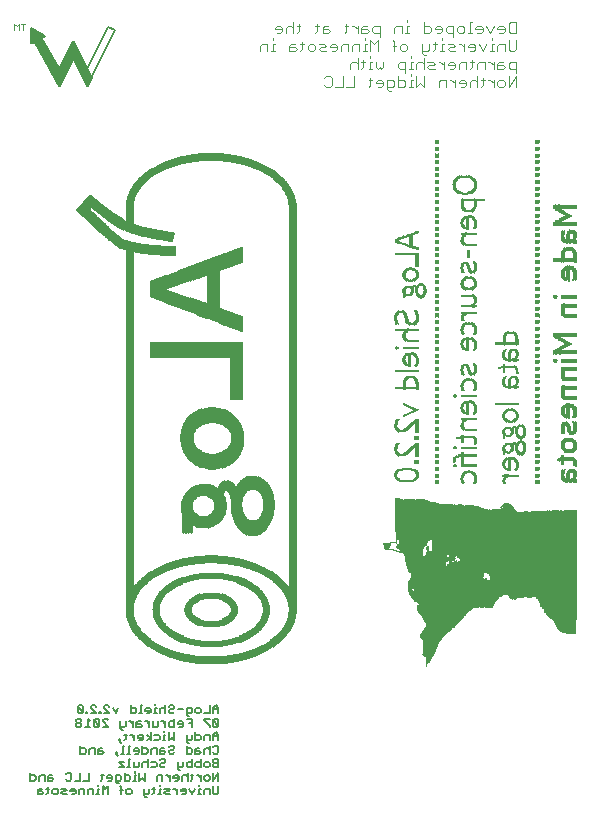
<source format=gbo>
G75*
%MOIN*%
%OFA0B0*%
%FSLAX25Y25*%
%IPPOS*%
%LPD*%
%AMOC8*
5,1,8,0,0,1.08239X$1,22.5*
%
%ADD10C,0.00500*%
%ADD11C,0.00300*%
%ADD12C,0.00200*%
%ADD13R,0.00100X0.01300*%
%ADD14R,0.00100X0.01800*%
%ADD15R,0.00100X0.01700*%
%ADD16R,0.00100X0.01400*%
%ADD17R,0.00100X0.16900*%
%ADD18R,0.00100X0.01200*%
%ADD19R,0.00100X0.01900*%
%ADD20R,0.00100X0.03200*%
%ADD21R,0.00100X0.02500*%
%ADD22R,0.00100X0.02600*%
%ADD23R,0.00100X0.02000*%
%ADD24R,0.00100X0.28900*%
%ADD25R,0.00100X0.02300*%
%ADD26R,0.00100X0.03500*%
%ADD27R,0.00100X0.03100*%
%ADD28R,0.00100X0.03300*%
%ADD29R,0.00100X0.02400*%
%ADD30R,0.00100X0.36400*%
%ADD31R,0.00100X0.03800*%
%ADD32R,0.00100X0.03600*%
%ADD33R,0.00100X0.03700*%
%ADD34R,0.00100X0.02800*%
%ADD35R,0.00100X0.39800*%
%ADD36R,0.00100X0.04000*%
%ADD37R,0.00100X0.03900*%
%ADD38R,0.00100X0.41500*%
%ADD39R,0.00100X0.04200*%
%ADD40R,0.00100X0.03400*%
%ADD41R,0.00100X0.02700*%
%ADD42R,0.00100X0.04300*%
%ADD43R,0.00100X0.04100*%
%ADD44R,0.00100X0.04400*%
%ADD45R,0.00100X0.02900*%
%ADD46R,0.00100X0.04500*%
%ADD47R,0.00100X0.04600*%
%ADD48R,0.00100X0.03000*%
%ADD49R,0.00100X0.02200*%
%ADD50R,0.00100X0.04700*%
%ADD51R,0.00100X0.01500*%
%ADD52R,0.00100X0.41400*%
%ADD53R,0.00100X0.00900*%
%ADD54R,0.00100X0.01000*%
%ADD55R,0.00100X0.01600*%
%ADD56R,0.00100X0.00600*%
%ADD57R,0.00100X0.00700*%
%ADD58R,0.00100X0.00400*%
%ADD59R,0.00100X0.00100*%
%ADD60R,0.00100X0.00200*%
%ADD61R,0.00100X0.00300*%
%ADD62R,0.00100X0.00500*%
%ADD63R,0.00100X0.41300*%
%ADD64R,0.00100X0.00800*%
%ADD65R,0.00100X0.41200*%
%ADD66R,0.00100X0.05000*%
%ADD67R,0.00100X0.01100*%
%ADD68R,0.00100X0.05100*%
%ADD69R,0.00100X0.41100*%
%ADD70R,0.00100X0.04900*%
%ADD71R,0.00100X0.02100*%
%ADD72R,0.00100X0.41000*%
%ADD73R,0.00100X0.04800*%
%ADD74R,0.00100X0.40900*%
%ADD75R,0.00100X0.40800*%
%ADD76R,0.00100X0.40700*%
%ADD77R,0.00100X0.40600*%
%ADD78R,0.00100X0.40500*%
%ADD79R,0.00100X0.40400*%
%ADD80R,0.00100X0.40300*%
%ADD81R,0.00100X0.40200*%
%ADD82R,0.00100X0.40100*%
%ADD83R,0.00100X0.40000*%
%ADD84R,0.00100X0.39700*%
%ADD85R,0.00100X0.39600*%
%ADD86R,0.00100X0.39400*%
%ADD87R,0.00100X0.39200*%
%ADD88R,0.00100X0.39100*%
%ADD89R,0.00100X0.38900*%
%ADD90R,0.00100X0.38700*%
%ADD91R,0.00100X0.38500*%
%ADD92R,0.00100X0.38300*%
%ADD93R,0.00100X0.38100*%
%ADD94R,0.00100X0.37800*%
%ADD95R,0.00100X0.37600*%
%ADD96R,0.00100X0.37400*%
%ADD97R,0.00100X0.37200*%
%ADD98R,0.00100X0.37100*%
%ADD99R,0.00100X0.37000*%
%ADD100R,0.00100X0.36800*%
%ADD101R,0.00100X0.36700*%
%ADD102R,0.00100X0.36500*%
%ADD103R,0.00100X0.36300*%
%ADD104R,0.00100X0.36200*%
%ADD105R,0.00100X0.36100*%
%ADD106R,0.00100X0.36000*%
%ADD107R,0.00100X0.35900*%
%ADD108R,0.00100X0.35800*%
%ADD109R,0.00100X0.35700*%
%ADD110R,0.00100X0.35600*%
%ADD111R,0.00100X0.35500*%
%ADD112R,0.00100X0.35400*%
%ADD113R,0.00100X0.35300*%
%ADD114R,0.00100X0.35200*%
%ADD115R,0.00100X0.35100*%
%ADD116R,0.00100X0.35000*%
%ADD117R,0.00100X0.34800*%
%ADD118R,0.00100X0.34700*%
%ADD119R,0.00100X0.34600*%
%ADD120R,0.00100X0.34500*%
%ADD121R,0.00100X0.34400*%
%ADD122R,0.00100X0.34300*%
%ADD123R,0.00100X0.34100*%
%ADD124R,0.00100X0.33900*%
%ADD125R,0.00100X0.33800*%
%ADD126R,0.00100X0.33400*%
%ADD127R,0.00100X0.33000*%
%ADD128R,0.00100X0.32900*%
%ADD129R,0.00100X0.32700*%
%ADD130R,0.00100X0.32600*%
%ADD131R,0.00100X0.32400*%
%ADD132R,0.00100X0.32300*%
%ADD133R,0.00100X0.32200*%
%ADD134R,0.00100X0.32100*%
%ADD135R,0.00100X0.31900*%
%ADD136R,0.00100X0.31800*%
%ADD137R,0.00100X0.31600*%
%ADD138R,0.00100X0.31500*%
%ADD139R,0.00100X0.31000*%
%ADD140R,0.00100X0.30600*%
%ADD141R,0.00100X0.30400*%
%ADD142R,0.00100X0.30200*%
%ADD143R,0.00100X0.30100*%
%ADD144R,0.00100X0.29900*%
%ADD145R,0.00100X0.29800*%
%ADD146R,0.00100X0.29600*%
%ADD147R,0.00100X0.29500*%
%ADD148R,0.00100X0.29400*%
%ADD149R,0.00100X0.29300*%
%ADD150R,0.00100X0.29200*%
%ADD151R,0.00100X0.29100*%
%ADD152R,0.00100X0.29000*%
%ADD153R,0.00100X0.28700*%
%ADD154R,0.00100X0.28600*%
%ADD155R,0.00100X0.28800*%
%ADD156R,0.00100X0.29700*%
%ADD157R,0.00100X0.30300*%
%ADD158R,0.00100X0.30500*%
%ADD159R,0.00100X0.30900*%
%ADD160R,0.00100X0.31100*%
%ADD161R,0.00100X0.31200*%
%ADD162R,0.00100X0.31300*%
%ADD163R,0.00100X0.30700*%
%ADD164R,0.00100X0.30000*%
%ADD165R,0.00100X0.30800*%
%ADD166R,0.00100X0.31400*%
%ADD167R,0.00100X0.31700*%
%ADD168R,0.00100X0.32000*%
%ADD169R,0.00100X0.32500*%
%ADD170R,0.00100X0.22100*%
%ADD171R,0.00100X0.10400*%
%ADD172R,0.00100X0.22000*%
%ADD173R,0.00100X0.09700*%
%ADD174R,0.00100X0.21800*%
%ADD175R,0.00100X0.09600*%
%ADD176R,0.00100X0.21700*%
%ADD177R,0.00100X0.09500*%
%ADD178R,0.00100X0.21500*%
%ADD179R,0.00100X0.09300*%
%ADD180R,0.00100X0.21400*%
%ADD181R,0.00100X0.09400*%
%ADD182R,0.00100X0.21300*%
%ADD183R,0.00100X0.21200*%
%ADD184R,0.00100X0.21100*%
%ADD185R,0.00100X0.21600*%
%ADD186R,0.00100X0.21900*%
%ADD187R,0.00100X0.22200*%
%ADD188R,0.00100X0.22600*%
%ADD189R,0.00100X0.22700*%
%ADD190R,0.00100X0.09800*%
%ADD191R,0.00100X0.33100*%
%ADD192R,0.00100X0.33200*%
%ADD193R,0.00100X0.33300*%
%ADD194R,0.00100X0.33500*%
%ADD195R,0.00100X0.33600*%
%ADD196R,0.00100X0.33700*%
%ADD197R,0.00100X0.34000*%
%ADD198R,0.00100X0.34900*%
%ADD199R,0.00100X0.36600*%
%ADD200R,0.00100X0.36900*%
%ADD201R,0.00100X0.37300*%
%ADD202R,0.00100X0.37500*%
%ADD203R,0.00100X0.38000*%
%ADD204R,0.00100X0.38200*%
%ADD205R,0.00100X0.38400*%
%ADD206R,0.00100X0.38600*%
%ADD207R,0.00100X0.38800*%
%ADD208R,0.00100X0.18300*%
%ADD209R,0.00100X0.20300*%
%ADD210R,0.00100X0.18100*%
%ADD211R,0.00100X0.17900*%
%ADD212R,0.00100X0.20200*%
%ADD213R,0.00100X0.17800*%
%ADD214R,0.00100X0.20400*%
%ADD215R,0.00100X0.16700*%
%ADD216R,0.00100X0.16600*%
%ADD217R,0.00100X0.20500*%
%ADD218R,0.00100X0.20600*%
%ADD219R,0.00100X0.20700*%
%ADD220R,0.00100X0.20800*%
%ADD221R,0.00100X0.18000*%
%ADD222R,0.00100X0.18900*%
%ADD223R,0.00100X0.19000*%
%ADD224R,0.00100X0.22300*%
%ADD225R,0.00100X0.41600*%
%ADD226R,0.00100X0.41700*%
%ADD227R,0.00100X0.41800*%
%ADD228R,0.00100X0.41900*%
%ADD229R,0.00100X0.42000*%
%ADD230R,0.00100X0.19200*%
%ADD231R,0.00100X0.22400*%
%ADD232R,0.00100X0.19100*%
%ADD233R,0.00100X0.17100*%
%ADD234R,0.00100X0.16800*%
%ADD235R,0.00100X0.22500*%
%ADD236R,0.00100X0.17000*%
%ADD237R,0.00100X0.19300*%
%ADD238R,0.00100X0.22800*%
%ADD239R,0.00100X0.23100*%
%ADD240R,0.00100X0.19400*%
%ADD241R,0.00100X0.23900*%
%ADD242R,0.00100X0.43600*%
%ADD243R,0.00100X0.43700*%
%ADD244R,0.00100X0.43800*%
%ADD245R,0.00100X0.43900*%
%ADD246R,0.00100X0.44000*%
%ADD247R,0.00100X0.44100*%
%ADD248R,0.00100X0.44200*%
%ADD249R,0.00100X0.44300*%
%ADD250R,0.00100X0.44400*%
%ADD251R,0.00100X0.44500*%
%ADD252R,0.00100X0.44600*%
%ADD253R,0.00100X0.44800*%
%ADD254R,0.00100X0.44900*%
%ADD255R,0.00100X0.45100*%
%ADD256R,0.00100X0.45200*%
%ADD257R,0.00100X0.45500*%
%ADD258R,0.00100X0.45600*%
%ADD259R,0.00100X0.45800*%
%ADD260R,0.00100X0.46000*%
%ADD261R,0.00100X0.46200*%
%ADD262R,0.00100X0.46300*%
%ADD263R,0.00100X0.46600*%
%ADD264R,0.00100X0.46700*%
%ADD265R,0.00100X0.46900*%
%ADD266R,0.00100X0.47200*%
%ADD267R,0.00100X0.47400*%
%ADD268R,0.00100X0.47700*%
%ADD269R,0.00100X0.47900*%
%ADD270R,0.00100X0.48300*%
%ADD271R,0.00100X0.48500*%
%ADD272R,0.00100X0.48700*%
%ADD273R,0.00100X0.49100*%
%ADD274R,0.00100X0.49300*%
%ADD275R,0.00100X0.49700*%
%ADD276R,0.00100X0.49900*%
%ADD277R,0.00100X0.50200*%
%ADD278R,0.00100X0.50500*%
%ADD279R,0.00100X0.50700*%
%ADD280R,0.00100X0.50900*%
%ADD281R,0.00100X0.51200*%
%ADD282R,0.00100X0.51400*%
%ADD283R,0.00100X0.13300*%
%ADD284R,0.00100X0.12900*%
%ADD285R,0.00100X0.12800*%
%ADD286R,0.00100X0.12700*%
%ADD287R,0.00100X0.13000*%
%ADD288R,0.00100X0.13100*%
%ADD289R,0.00100X0.13500*%
%ADD290R,0.00100X0.39000*%
%ADD291R,0.00100X0.13700*%
%ADD292R,0.00100X0.14000*%
%ADD293R,0.00100X0.14200*%
%ADD294R,0.00100X0.39500*%
%ADD295R,0.00100X0.14500*%
%ADD296R,0.00100X0.14800*%
%ADD297R,0.00100X0.15200*%
%ADD298R,0.00100X0.34200*%
%ADD299R,0.00100X0.15300*%
%ADD300R,0.00100X0.10300*%
%ADD301R,0.00100X0.10000*%
%ADD302R,0.00100X0.15400*%
%ADD303R,0.00100X0.09100*%
%ADD304R,0.00100X0.15700*%
%ADD305R,0.00100X0.08900*%
%ADD306R,0.00100X0.15900*%
%ADD307R,0.00100X0.08700*%
%ADD308R,0.00100X0.16000*%
%ADD309R,0.00100X0.20900*%
%ADD310R,0.00100X0.16400*%
%ADD311R,0.00100X0.17300*%
%ADD312R,0.00100X0.05200*%
%ADD313R,0.00100X0.25100*%
%ADD314R,0.00100X0.07200*%
%ADD315R,0.00100X0.24900*%
%ADD316R,0.00100X0.24600*%
%ADD317R,0.00100X0.24500*%
%ADD318R,0.00100X0.24400*%
%ADD319R,0.00100X0.24300*%
%ADD320R,0.00100X0.24200*%
%ADD321R,0.00100X0.24100*%
%ADD322R,0.00100X0.24000*%
%ADD323R,0.00100X0.23700*%
%ADD324R,0.00100X0.23400*%
%ADD325R,0.00100X0.23200*%
%ADD326R,0.00100X0.22900*%
%ADD327R,0.00100X0.20000*%
%ADD328R,0.00100X0.19700*%
%ADD329R,0.00100X0.18700*%
%ADD330R,0.00100X0.18400*%
%ADD331R,0.00100X0.18200*%
%ADD332R,0.00100X0.17200*%
%ADD333R,0.00100X0.14100*%
%ADD334R,0.00100X0.13900*%
%ADD335R,0.00100X0.13800*%
%ADD336R,0.00100X0.15100*%
%ADD337R,0.00100X0.11500*%
%ADD338R,0.00100X0.06600*%
%ADD339R,0.00100X1.37000*%
%ADD340R,0.00100X1.38400*%
%ADD341R,0.00100X1.39400*%
%ADD342R,0.00100X1.40200*%
%ADD343R,0.00100X1.40800*%
%ADD344R,0.00100X1.41600*%
%ADD345R,0.00100X1.42200*%
%ADD346R,0.00100X1.42600*%
%ADD347R,0.00100X1.43200*%
%ADD348R,0.00100X1.43600*%
%ADD349R,0.00100X1.44200*%
%ADD350R,0.00100X1.44600*%
%ADD351R,0.00100X1.45000*%
%ADD352R,0.00100X1.45400*%
%ADD353R,0.00100X1.45800*%
%ADD354R,0.00100X1.46200*%
%ADD355R,0.00100X1.46600*%
%ADD356R,0.00100X1.46800*%
%ADD357R,0.00100X1.47200*%
%ADD358R,0.00100X1.47500*%
%ADD359R,0.00100X1.47800*%
%ADD360R,0.00100X1.48200*%
%ADD361R,0.00100X1.48400*%
%ADD362R,0.00100X1.48800*%
%ADD363R,0.00100X0.06500*%
%ADD364R,0.00100X0.05900*%
%ADD365R,0.00100X0.05600*%
%ADD366R,0.00100X0.05500*%
%ADD367R,0.00100X0.05300*%
%ADD368R,0.00100X0.07300*%
%ADD369R,0.00100X0.07900*%
%ADD370R,0.00100X0.08500*%
%ADD371R,0.00100X0.10100*%
%ADD372R,0.00100X0.10600*%
%ADD373R,0.00100X0.11000*%
%ADD374R,0.00100X0.11400*%
%ADD375R,0.00100X0.11700*%
%ADD376R,0.00100X0.12100*%
%ADD377R,0.00100X0.12500*%
%ADD378R,0.00100X0.13200*%
%ADD379R,0.00100X0.13400*%
%ADD380R,0.00100X0.14300*%
%ADD381R,0.00100X0.06100*%
%ADD382R,0.00100X0.14600*%
%ADD383R,0.00100X0.14900*%
%ADD384R,0.00100X0.07000*%
%ADD385R,0.00100X0.07500*%
%ADD386R,0.00100X0.15500*%
%ADD387R,0.00100X0.08300*%
%ADD388R,0.00100X0.15800*%
%ADD389R,0.00100X0.08600*%
%ADD390R,0.00100X0.09000*%
%ADD391R,0.00100X0.16200*%
%ADD392R,0.00100X0.09900*%
%ADD393R,0.00100X0.10200*%
%ADD394R,0.00100X0.10500*%
%ADD395R,0.00100X0.10800*%
%ADD396R,0.00100X0.11100*%
%ADD397R,0.00100X0.08100*%
%ADD398R,0.00100X0.11300*%
%ADD399R,0.00100X0.06800*%
%ADD400R,0.00100X0.07100*%
%ADD401R,0.00100X0.06200*%
%ADD402R,0.00100X0.06000*%
%ADD403R,0.00100X0.06700*%
%ADD404R,0.00100X0.05800*%
%ADD405R,0.00100X0.05700*%
%ADD406R,0.00100X0.06300*%
%ADD407R,0.00100X0.05400*%
%ADD408R,0.00100X0.06400*%
%ADD409R,0.00100X0.07400*%
%ADD410R,0.00100X0.06900*%
%ADD411R,0.00100X0.07700*%
%ADD412R,0.00100X0.08400*%
%ADD413R,0.00100X0.17500*%
%ADD414R,0.00100X0.17400*%
%ADD415R,0.00100X0.10900*%
%ADD416R,0.00100X0.11200*%
%ADD417R,0.00100X0.11600*%
%ADD418R,0.00100X0.11900*%
%ADD419R,0.00100X0.15600*%
%ADD420R,0.00100X0.12200*%
%ADD421R,0.00100X0.12400*%
%ADD422R,0.00100X0.15000*%
%ADD423R,0.00100X0.13600*%
%ADD424R,0.00100X0.14400*%
%ADD425R,0.00100X0.12600*%
%ADD426R,0.00100X0.12300*%
%ADD427R,0.00100X0.16100*%
%ADD428R,0.00100X0.16300*%
%ADD429R,0.00100X0.16500*%
%ADD430R,0.00100X0.10700*%
%ADD431R,0.00100X0.07600*%
%ADD432R,0.00100X0.12000*%
%ADD433R,0.00100X0.20100*%
%ADD434R,0.00100X0.19900*%
%ADD435R,0.00100X0.19800*%
%ADD436R,0.00100X0.14700*%
%ADD437R,0.00100X0.11800*%
%ADD438R,0.00100X0.09200*%
%ADD439R,0.00100X0.08800*%
%ADD440R,0.00100X0.08200*%
%ADD441R,0.00100X0.08000*%
%ADD442R,0.00100X0.07800*%
%ADD443R,0.00100X1.29900*%
%ADD444R,0.00100X1.29800*%
%ADD445R,0.00100X1.29600*%
%ADD446R,0.00100X1.29500*%
%ADD447R,0.00100X1.29400*%
%ADD448R,0.00100X1.29200*%
%ADD449R,0.00100X1.29100*%
%ADD450R,0.00100X1.28900*%
%ADD451R,0.00100X1.28800*%
%ADD452R,0.00100X1.28600*%
%ADD453R,0.00100X1.28400*%
%ADD454R,0.00100X1.28200*%
%ADD455R,0.00100X1.28100*%
%ADD456R,0.00100X1.27900*%
%ADD457R,0.00100X1.27700*%
%ADD458R,0.00100X1.27600*%
%ADD459R,0.00100X1.27300*%
%ADD460R,0.00100X1.27000*%
%ADD461R,0.00100X1.26700*%
%ADD462R,0.00100X1.26500*%
%ADD463R,0.00100X1.26200*%
%ADD464R,0.00100X1.25800*%
%ADD465R,0.00100X1.25400*%
%ADD466R,0.00100X1.24800*%
%ADD467R,0.00100X1.23700*%
%ADD468C,0.00787*%
%ADD469C,0.00000*%
%ADD470C,0.00001*%
D10*
X0047804Y0030480D02*
X0049155Y0030480D01*
X0049605Y0030930D01*
X0049605Y0031831D01*
X0049155Y0032282D01*
X0047804Y0032282D01*
X0047804Y0033182D02*
X0047804Y0030480D01*
X0050750Y0030480D02*
X0050750Y0031831D01*
X0051201Y0032282D01*
X0052552Y0032282D01*
X0052552Y0030480D01*
X0053697Y0030480D02*
X0055048Y0030480D01*
X0055498Y0030930D01*
X0055048Y0031381D01*
X0053697Y0031381D01*
X0053697Y0031831D02*
X0053697Y0030480D01*
X0053697Y0031831D02*
X0054147Y0032282D01*
X0055048Y0032282D01*
X0053575Y0028252D02*
X0053575Y0026450D01*
X0053124Y0026000D01*
X0052061Y0026450D02*
X0051610Y0026901D01*
X0050259Y0026901D01*
X0050259Y0027351D02*
X0050259Y0026000D01*
X0051610Y0026000D01*
X0052061Y0026450D01*
X0051610Y0027802D02*
X0050710Y0027802D01*
X0050259Y0027351D01*
X0053124Y0027802D02*
X0054025Y0027802D01*
X0055170Y0027351D02*
X0055620Y0027802D01*
X0056521Y0027802D01*
X0056972Y0027351D01*
X0056972Y0026450D01*
X0056521Y0026000D01*
X0055620Y0026000D01*
X0055170Y0026450D01*
X0055170Y0027351D01*
X0058117Y0027802D02*
X0059468Y0027802D01*
X0059918Y0027351D01*
X0059468Y0026901D01*
X0058567Y0026901D01*
X0058117Y0026450D01*
X0058567Y0026000D01*
X0059918Y0026000D01*
X0061063Y0026901D02*
X0062865Y0026901D01*
X0062865Y0027351D02*
X0062414Y0027802D01*
X0061513Y0027802D01*
X0061063Y0027351D01*
X0061063Y0026901D01*
X0061513Y0026000D02*
X0062414Y0026000D01*
X0062865Y0026450D01*
X0062865Y0027351D01*
X0064010Y0027351D02*
X0064010Y0026000D01*
X0064010Y0027351D02*
X0064460Y0027802D01*
X0065811Y0027802D01*
X0065811Y0026000D01*
X0066956Y0026000D02*
X0066956Y0027351D01*
X0067407Y0027802D01*
X0068758Y0027802D01*
X0068758Y0026000D01*
X0069821Y0026000D02*
X0070722Y0026000D01*
X0070272Y0026000D02*
X0070272Y0027802D01*
X0070722Y0027802D01*
X0070272Y0028702D02*
X0070272Y0029153D01*
X0071867Y0028702D02*
X0071867Y0026000D01*
X0073669Y0026000D02*
X0073669Y0028702D01*
X0072768Y0027802D01*
X0071867Y0028702D01*
X0071295Y0030480D02*
X0071745Y0030930D01*
X0071745Y0032732D01*
X0072195Y0032282D02*
X0071295Y0032282D01*
X0073340Y0031831D02*
X0073340Y0031381D01*
X0075142Y0031381D01*
X0075142Y0031831D02*
X0075142Y0030930D01*
X0074691Y0030480D01*
X0073791Y0030480D01*
X0073340Y0031831D02*
X0073791Y0032282D01*
X0074691Y0032282D01*
X0075142Y0031831D01*
X0076287Y0032282D02*
X0077638Y0032282D01*
X0078088Y0031831D01*
X0078088Y0030930D01*
X0077638Y0030480D01*
X0076287Y0030480D01*
X0076287Y0030030D02*
X0076287Y0032282D01*
X0076287Y0030030D02*
X0076737Y0029579D01*
X0077188Y0029579D01*
X0077679Y0028702D02*
X0078129Y0028252D01*
X0078129Y0026000D01*
X0078579Y0027351D02*
X0077679Y0027351D01*
X0079724Y0027351D02*
X0080175Y0027802D01*
X0081076Y0027802D01*
X0081526Y0027351D01*
X0081526Y0026450D01*
X0081076Y0026000D01*
X0080175Y0026000D01*
X0079724Y0026450D01*
X0079724Y0027351D01*
X0079233Y0030480D02*
X0080584Y0030480D01*
X0081035Y0030930D01*
X0081035Y0031831D01*
X0080584Y0032282D01*
X0079233Y0032282D01*
X0079233Y0033182D02*
X0079233Y0030480D01*
X0079070Y0034960D02*
X0077269Y0034960D01*
X0079070Y0034960D02*
X0077269Y0036762D01*
X0079070Y0036762D01*
X0080584Y0037662D02*
X0080584Y0034960D01*
X0080134Y0034960D02*
X0081035Y0034960D01*
X0082180Y0034960D02*
X0082180Y0036762D01*
X0081035Y0037662D02*
X0080584Y0037662D01*
X0080584Y0039440D02*
X0080584Y0042142D01*
X0081035Y0042142D01*
X0082180Y0040791D02*
X0082180Y0040341D01*
X0083981Y0040341D01*
X0083981Y0040791D02*
X0083531Y0041242D01*
X0082630Y0041242D01*
X0082180Y0040791D01*
X0082630Y0039440D02*
X0083531Y0039440D01*
X0083981Y0039890D01*
X0083981Y0040791D01*
X0085126Y0041242D02*
X0086477Y0041242D01*
X0086928Y0040791D01*
X0086928Y0039890D01*
X0086477Y0039440D01*
X0085126Y0039440D01*
X0085126Y0042142D01*
X0085004Y0043920D02*
X0085455Y0044370D01*
X0085455Y0045271D01*
X0085004Y0045722D01*
X0084103Y0045722D01*
X0083653Y0045271D01*
X0083653Y0044821D01*
X0085455Y0044821D01*
X0085004Y0043920D02*
X0084103Y0043920D01*
X0082508Y0043920D02*
X0082508Y0045722D01*
X0082508Y0044821D02*
X0081607Y0045722D01*
X0081157Y0045722D01*
X0080053Y0045722D02*
X0079152Y0045722D01*
X0079602Y0046172D02*
X0079602Y0044370D01*
X0079152Y0043920D01*
X0078088Y0043019D02*
X0077188Y0043920D01*
X0077638Y0043920D01*
X0077638Y0044370D01*
X0077188Y0044370D01*
X0077188Y0043920D01*
X0078620Y0042142D02*
X0078620Y0039440D01*
X0079070Y0039440D02*
X0078170Y0039440D01*
X0077106Y0038539D02*
X0076205Y0039440D01*
X0076656Y0039440D01*
X0076656Y0039890D01*
X0076205Y0039890D01*
X0076205Y0039440D01*
X0078620Y0042142D02*
X0079070Y0042142D01*
X0080134Y0039440D02*
X0081035Y0039440D01*
X0083981Y0036762D02*
X0083981Y0035410D01*
X0083531Y0034960D01*
X0082180Y0034960D01*
X0082549Y0033633D02*
X0082549Y0033182D01*
X0082549Y0032282D02*
X0082549Y0030480D01*
X0082999Y0030480D02*
X0082098Y0030480D01*
X0082549Y0032282D02*
X0082999Y0032282D01*
X0084144Y0033182D02*
X0084144Y0030480D01*
X0085045Y0031381D01*
X0085946Y0030480D01*
X0085946Y0033182D01*
X0085126Y0034960D02*
X0085126Y0036311D01*
X0085577Y0036762D01*
X0086477Y0036762D01*
X0086928Y0036311D01*
X0088073Y0036762D02*
X0089424Y0036762D01*
X0089874Y0036311D01*
X0089874Y0035410D01*
X0089424Y0034960D01*
X0088073Y0034960D01*
X0086928Y0034960D02*
X0086928Y0037662D01*
X0088073Y0039440D02*
X0088073Y0040791D01*
X0088523Y0041242D01*
X0089874Y0041242D01*
X0089874Y0039440D01*
X0091019Y0039440D02*
X0092371Y0039440D01*
X0092821Y0039890D01*
X0092371Y0040341D01*
X0091019Y0040341D01*
X0091019Y0040791D02*
X0091019Y0039440D01*
X0091019Y0040791D02*
X0091470Y0041242D01*
X0092371Y0041242D01*
X0093966Y0041692D02*
X0094416Y0042142D01*
X0095317Y0042142D01*
X0095767Y0041692D01*
X0095767Y0041242D01*
X0095317Y0040791D01*
X0094416Y0040791D01*
X0093966Y0040341D01*
X0093966Y0039890D01*
X0094416Y0039440D01*
X0095317Y0039440D01*
X0095767Y0039890D01*
X0096912Y0036762D02*
X0096912Y0034510D01*
X0097363Y0034059D01*
X0097813Y0034059D01*
X0098264Y0034960D02*
X0096912Y0034960D01*
X0098264Y0034960D02*
X0098714Y0035410D01*
X0098714Y0036762D01*
X0099859Y0036311D02*
X0100309Y0036762D01*
X0101660Y0036762D01*
X0101660Y0037662D02*
X0101660Y0034960D01*
X0100309Y0034960D01*
X0099859Y0035410D01*
X0099859Y0036311D01*
X0102805Y0036311D02*
X0103256Y0036762D01*
X0104607Y0036762D01*
X0104607Y0037662D02*
X0104607Y0034960D01*
X0103256Y0034960D01*
X0102805Y0035410D01*
X0102805Y0036311D01*
X0105752Y0036311D02*
X0106202Y0036762D01*
X0107103Y0036762D01*
X0107553Y0036311D01*
X0107553Y0035410D01*
X0107103Y0034960D01*
X0106202Y0034960D01*
X0105752Y0035410D01*
X0105752Y0036311D01*
X0108698Y0035861D02*
X0108698Y0035410D01*
X0109149Y0034960D01*
X0110500Y0034960D01*
X0110500Y0037662D01*
X0109149Y0037662D01*
X0108698Y0037212D01*
X0108698Y0036762D01*
X0109149Y0036311D01*
X0110500Y0036311D01*
X0109149Y0036311D02*
X0108698Y0035861D01*
X0108698Y0033182D02*
X0108698Y0030480D01*
X0110500Y0033182D01*
X0110500Y0030480D01*
X0110500Y0028702D02*
X0110500Y0026450D01*
X0110050Y0026000D01*
X0109149Y0026000D01*
X0108698Y0026450D01*
X0108698Y0028702D01*
X0107553Y0027802D02*
X0106202Y0027802D01*
X0105752Y0027351D01*
X0105752Y0026000D01*
X0104607Y0026000D02*
X0103706Y0026000D01*
X0104157Y0026000D02*
X0104157Y0027802D01*
X0104607Y0027802D01*
X0104157Y0028702D02*
X0104157Y0029153D01*
X0104607Y0030480D02*
X0104607Y0032282D01*
X0104607Y0031381D02*
X0103706Y0032282D01*
X0103256Y0032282D01*
X0102152Y0032282D02*
X0101251Y0032282D01*
X0101701Y0032732D02*
X0101701Y0030930D01*
X0101251Y0030480D01*
X0100187Y0030480D02*
X0100187Y0033182D01*
X0099737Y0032282D02*
X0098836Y0032282D01*
X0098386Y0031831D01*
X0098386Y0030480D01*
X0097241Y0030930D02*
X0097241Y0031831D01*
X0096790Y0032282D01*
X0095890Y0032282D01*
X0095439Y0031831D01*
X0095439Y0031381D01*
X0097241Y0031381D01*
X0097241Y0030930D02*
X0096790Y0030480D01*
X0095890Y0030480D01*
X0094294Y0030480D02*
X0094294Y0032282D01*
X0094294Y0031381D02*
X0093393Y0032282D01*
X0092943Y0032282D01*
X0091839Y0032282D02*
X0090488Y0032282D01*
X0090037Y0031831D01*
X0090037Y0030480D01*
X0090897Y0029153D02*
X0090897Y0028702D01*
X0090897Y0027802D02*
X0090897Y0026000D01*
X0090447Y0026000D02*
X0091348Y0026000D01*
X0092493Y0026450D02*
X0092943Y0026901D01*
X0093844Y0026901D01*
X0094294Y0027351D01*
X0093844Y0027802D01*
X0092493Y0027802D01*
X0091348Y0027802D02*
X0090897Y0027802D01*
X0089383Y0027802D02*
X0088483Y0027802D01*
X0088933Y0028252D02*
X0088933Y0026450D01*
X0088483Y0026000D01*
X0087419Y0026450D02*
X0086969Y0026000D01*
X0085617Y0026000D01*
X0085617Y0025550D02*
X0086068Y0025099D01*
X0086518Y0025099D01*
X0085617Y0025550D02*
X0085617Y0027802D01*
X0087419Y0027802D02*
X0087419Y0026450D01*
X0092493Y0026450D02*
X0092943Y0026000D01*
X0094294Y0026000D01*
X0095398Y0027802D02*
X0095849Y0027802D01*
X0096750Y0026901D01*
X0096750Y0026000D02*
X0096750Y0027802D01*
X0097895Y0027351D02*
X0097895Y0026901D01*
X0099696Y0026901D01*
X0099696Y0027351D02*
X0099246Y0027802D01*
X0098345Y0027802D01*
X0097895Y0027351D01*
X0098345Y0026000D02*
X0099246Y0026000D01*
X0099696Y0026450D01*
X0099696Y0027351D01*
X0100841Y0027802D02*
X0101742Y0026000D01*
X0102643Y0027802D01*
X0105752Y0030930D02*
X0105752Y0031831D01*
X0106202Y0032282D01*
X0107103Y0032282D01*
X0107553Y0031831D01*
X0107553Y0030930D01*
X0107103Y0030480D01*
X0106202Y0030480D01*
X0105752Y0030930D01*
X0107553Y0027802D02*
X0107553Y0026000D01*
X0100187Y0031831D02*
X0099737Y0032282D01*
X0099859Y0039440D02*
X0101210Y0039440D01*
X0101660Y0039890D01*
X0101660Y0040791D01*
X0101210Y0041242D01*
X0099859Y0041242D01*
X0099859Y0042142D02*
X0099859Y0039440D01*
X0102805Y0039440D02*
X0104157Y0039440D01*
X0104607Y0039890D01*
X0104157Y0040341D01*
X0102805Y0040341D01*
X0102805Y0040791D02*
X0102805Y0039440D01*
X0102805Y0040791D02*
X0103256Y0041242D01*
X0104157Y0041242D01*
X0105752Y0040791D02*
X0105752Y0039440D01*
X0105752Y0040791D02*
X0106202Y0041242D01*
X0107103Y0041242D01*
X0107553Y0040791D01*
X0107553Y0042142D02*
X0107553Y0039440D01*
X0108698Y0039890D02*
X0109149Y0039440D01*
X0110050Y0039440D01*
X0110500Y0039890D01*
X0110500Y0041692D01*
X0110050Y0042142D01*
X0109149Y0042142D01*
X0108698Y0041692D01*
X0108698Y0043920D02*
X0108698Y0045722D01*
X0109599Y0046622D01*
X0110500Y0045722D01*
X0110500Y0043920D01*
X0110500Y0045271D02*
X0108698Y0045271D01*
X0107553Y0045722D02*
X0106202Y0045722D01*
X0105752Y0045271D01*
X0105752Y0043920D01*
X0104607Y0044370D02*
X0104607Y0045271D01*
X0104157Y0045722D01*
X0102805Y0045722D01*
X0102805Y0046622D02*
X0102805Y0043920D01*
X0104157Y0043920D01*
X0104607Y0044370D01*
X0101660Y0044370D02*
X0101660Y0045722D01*
X0101660Y0044370D02*
X0101210Y0043920D01*
X0099859Y0043920D01*
X0099859Y0043470D02*
X0100309Y0043019D01*
X0100760Y0043019D01*
X0099859Y0043470D02*
X0099859Y0045722D01*
X0098264Y0048400D02*
X0098714Y0048850D01*
X0098714Y0049751D01*
X0098264Y0050202D01*
X0097363Y0050202D01*
X0096912Y0049751D01*
X0096912Y0049301D01*
X0098714Y0049301D01*
X0098264Y0048400D02*
X0097363Y0048400D01*
X0095767Y0048400D02*
X0095767Y0051102D01*
X0095767Y0050202D02*
X0094416Y0050202D01*
X0093966Y0049751D01*
X0093966Y0048850D01*
X0094416Y0048400D01*
X0095767Y0048400D01*
X0095767Y0046622D02*
X0095767Y0043920D01*
X0094867Y0044821D01*
X0093966Y0043920D01*
X0093966Y0046622D01*
X0092821Y0045722D02*
X0092371Y0045722D01*
X0092371Y0043920D01*
X0092821Y0043920D02*
X0091920Y0043920D01*
X0090857Y0044370D02*
X0090857Y0045271D01*
X0090406Y0045722D01*
X0089055Y0045722D01*
X0087910Y0046622D02*
X0087910Y0043920D01*
X0087910Y0044821D02*
X0086559Y0045722D01*
X0087910Y0044821D02*
X0086559Y0043920D01*
X0089055Y0043920D02*
X0090406Y0043920D01*
X0090857Y0044370D01*
X0092371Y0046622D02*
X0092371Y0047073D01*
X0092821Y0048400D02*
X0092821Y0050202D01*
X0091920Y0050202D02*
X0091470Y0050202D01*
X0091920Y0050202D02*
X0092821Y0049301D01*
X0090365Y0048850D02*
X0089915Y0048400D01*
X0088564Y0048400D01*
X0088564Y0050202D01*
X0087419Y0050202D02*
X0087419Y0048400D01*
X0087419Y0049301D02*
X0086518Y0050202D01*
X0086068Y0050202D01*
X0084513Y0050202D02*
X0083612Y0050202D01*
X0083162Y0049751D01*
X0083162Y0048400D01*
X0084513Y0048400D01*
X0084964Y0048850D01*
X0084513Y0049301D01*
X0083162Y0049301D01*
X0082017Y0049301D02*
X0081116Y0050202D01*
X0080666Y0050202D01*
X0079562Y0050202D02*
X0079562Y0048850D01*
X0079111Y0048400D01*
X0077760Y0048400D01*
X0077760Y0047950D02*
X0078210Y0047499D01*
X0078661Y0047499D01*
X0077760Y0047950D02*
X0077760Y0050202D01*
X0076205Y0052880D02*
X0075305Y0054682D01*
X0074160Y0055132D02*
X0073709Y0055582D01*
X0072808Y0055582D01*
X0072358Y0055132D01*
X0072358Y0054682D01*
X0074160Y0052880D01*
X0072358Y0052880D01*
X0071213Y0052880D02*
X0070763Y0052880D01*
X0070763Y0053330D01*
X0071213Y0053330D01*
X0071213Y0052880D01*
X0069740Y0052880D02*
X0067938Y0054682D01*
X0067938Y0055132D01*
X0068389Y0055582D01*
X0069289Y0055582D01*
X0069740Y0055132D01*
X0069740Y0052880D02*
X0067938Y0052880D01*
X0066793Y0052880D02*
X0066343Y0052880D01*
X0066343Y0053330D01*
X0066793Y0053330D01*
X0066793Y0052880D01*
X0065320Y0053330D02*
X0063519Y0055132D01*
X0063519Y0053330D01*
X0063969Y0052880D01*
X0064870Y0052880D01*
X0065320Y0053330D01*
X0065320Y0055132D01*
X0064870Y0055582D01*
X0063969Y0055582D01*
X0063519Y0055132D01*
X0063478Y0051102D02*
X0063027Y0050652D01*
X0063027Y0050202D01*
X0063478Y0049751D01*
X0064379Y0049751D01*
X0064829Y0050202D01*
X0064829Y0050652D01*
X0064379Y0051102D01*
X0063478Y0051102D01*
X0063478Y0049751D02*
X0063027Y0049301D01*
X0063027Y0048850D01*
X0063478Y0048400D01*
X0064379Y0048400D01*
X0064829Y0048850D01*
X0064829Y0049301D01*
X0064379Y0049751D01*
X0065974Y0048400D02*
X0067776Y0048400D01*
X0066875Y0048400D02*
X0066875Y0051102D01*
X0067776Y0050202D01*
X0068920Y0050652D02*
X0070722Y0048850D01*
X0070272Y0048400D01*
X0069371Y0048400D01*
X0068920Y0048850D01*
X0068920Y0050652D01*
X0069371Y0051102D01*
X0070272Y0051102D01*
X0070722Y0050652D01*
X0070722Y0048850D01*
X0071867Y0048400D02*
X0073669Y0048400D01*
X0071867Y0050202D01*
X0071867Y0050652D01*
X0072317Y0051102D01*
X0073218Y0051102D01*
X0073669Y0050652D01*
X0076205Y0052880D02*
X0077106Y0054682D01*
X0081198Y0054682D02*
X0082549Y0054682D01*
X0082999Y0054231D01*
X0082999Y0053330D01*
X0082549Y0052880D01*
X0081198Y0052880D01*
X0081198Y0055582D01*
X0084063Y0052880D02*
X0084964Y0052880D01*
X0084513Y0052880D02*
X0084513Y0055582D01*
X0084964Y0055582D01*
X0086108Y0054231D02*
X0086108Y0053781D01*
X0087910Y0053781D01*
X0087910Y0054231D02*
X0087910Y0053330D01*
X0087460Y0052880D01*
X0086559Y0052880D01*
X0086108Y0054231D02*
X0086559Y0054682D01*
X0087460Y0054682D01*
X0087910Y0054231D01*
X0089424Y0054682D02*
X0089424Y0052880D01*
X0089874Y0052880D02*
X0088974Y0052880D01*
X0089424Y0054682D02*
X0089874Y0054682D01*
X0089424Y0055582D02*
X0089424Y0056033D01*
X0091019Y0054231D02*
X0091019Y0052880D01*
X0091019Y0054231D02*
X0091470Y0054682D01*
X0092371Y0054682D01*
X0092821Y0054231D01*
X0093966Y0053781D02*
X0093966Y0053330D01*
X0094416Y0052880D01*
X0095317Y0052880D01*
X0095767Y0053330D01*
X0095317Y0054231D02*
X0094416Y0054231D01*
X0093966Y0053781D01*
X0093966Y0055132D02*
X0094416Y0055582D01*
X0095317Y0055582D01*
X0095767Y0055132D01*
X0095767Y0054682D01*
X0095317Y0054231D01*
X0096912Y0054231D02*
X0098714Y0054231D01*
X0099859Y0054682D02*
X0099859Y0052430D01*
X0100309Y0051979D01*
X0100760Y0051979D01*
X0101210Y0052880D02*
X0099859Y0052880D01*
X0101210Y0052880D02*
X0101660Y0053330D01*
X0101660Y0054231D01*
X0101210Y0054682D01*
X0099859Y0054682D01*
X0102805Y0054231D02*
X0102805Y0053330D01*
X0103256Y0052880D01*
X0104157Y0052880D01*
X0104607Y0053330D01*
X0104607Y0054231D01*
X0104157Y0054682D01*
X0103256Y0054682D01*
X0102805Y0054231D01*
X0105752Y0052880D02*
X0107553Y0052880D01*
X0107553Y0055582D01*
X0108698Y0054682D02*
X0108698Y0052880D01*
X0108698Y0054231D02*
X0110500Y0054231D01*
X0110500Y0054682D02*
X0109599Y0055582D01*
X0108698Y0054682D01*
X0110500Y0054682D02*
X0110500Y0052880D01*
X0110050Y0051102D02*
X0109149Y0051102D01*
X0108698Y0050652D01*
X0110500Y0048850D01*
X0110050Y0048400D01*
X0109149Y0048400D01*
X0108698Y0048850D01*
X0108698Y0050652D01*
X0107553Y0051102D02*
X0105752Y0051102D01*
X0105752Y0050652D01*
X0107553Y0048850D01*
X0107553Y0048400D01*
X0107553Y0045722D02*
X0107553Y0043920D01*
X0110500Y0048850D02*
X0110500Y0050652D01*
X0110050Y0051102D01*
X0101660Y0051102D02*
X0101660Y0048400D01*
X0101660Y0049751D02*
X0100760Y0049751D01*
X0101660Y0051102D02*
X0099859Y0051102D01*
X0092821Y0052880D02*
X0092821Y0055582D01*
X0090365Y0050202D02*
X0090365Y0048850D01*
X0082017Y0048400D02*
X0082017Y0050202D01*
X0071745Y0040341D02*
X0072195Y0039890D01*
X0071745Y0039440D01*
X0070394Y0039440D01*
X0070394Y0040791D01*
X0070844Y0041242D01*
X0071745Y0041242D01*
X0071745Y0040341D02*
X0070394Y0040341D01*
X0069249Y0041242D02*
X0067898Y0041242D01*
X0067447Y0040791D01*
X0067447Y0039440D01*
X0066302Y0039890D02*
X0066302Y0040791D01*
X0065852Y0041242D01*
X0064501Y0041242D01*
X0064501Y0042142D02*
X0064501Y0039440D01*
X0065852Y0039440D01*
X0066302Y0039890D01*
X0069249Y0039440D02*
X0069249Y0041242D01*
X0067284Y0033182D02*
X0067284Y0030480D01*
X0065483Y0030480D01*
X0064338Y0030480D02*
X0064338Y0033182D01*
X0064338Y0030480D02*
X0062536Y0030480D01*
X0061391Y0030930D02*
X0061391Y0032732D01*
X0060941Y0033182D01*
X0060040Y0033182D01*
X0059590Y0032732D01*
X0059590Y0030930D02*
X0060040Y0030480D01*
X0060941Y0030480D01*
X0061391Y0030930D01*
X0091019Y0035410D02*
X0091470Y0034960D01*
X0092371Y0034960D01*
X0092821Y0035410D01*
X0092371Y0036311D02*
X0091470Y0036311D01*
X0091019Y0035861D01*
X0091019Y0035410D01*
X0092371Y0036311D02*
X0092821Y0036762D01*
X0092821Y0037212D01*
X0092371Y0037662D01*
X0091470Y0037662D01*
X0091019Y0037212D01*
X0091839Y0032282D02*
X0091839Y0030480D01*
D11*
X0167288Y0260416D02*
X0166671Y0261033D01*
X0166671Y0264119D01*
X0168522Y0264119D01*
X0169139Y0263502D01*
X0169139Y0262267D01*
X0168522Y0261650D01*
X0166671Y0261650D01*
X0165456Y0262267D02*
X0165456Y0263502D01*
X0164839Y0264119D01*
X0163605Y0264119D01*
X0162987Y0263502D01*
X0162987Y0262884D01*
X0165456Y0262884D01*
X0165456Y0262267D02*
X0164839Y0261650D01*
X0163605Y0261650D01*
X0161156Y0262267D02*
X0161156Y0264736D01*
X0161773Y0264119D02*
X0160539Y0264119D01*
X0161156Y0262267D02*
X0160539Y0261650D01*
X0155635Y0261650D02*
X0153166Y0261650D01*
X0151951Y0261650D02*
X0149483Y0261650D01*
X0148268Y0262267D02*
X0148268Y0264736D01*
X0147651Y0265353D01*
X0146417Y0265353D01*
X0145799Y0264736D01*
X0145799Y0262267D02*
X0146417Y0261650D01*
X0147651Y0261650D01*
X0148268Y0262267D01*
X0151951Y0261650D02*
X0151951Y0265353D01*
X0154393Y0267650D02*
X0154393Y0269502D01*
X0155011Y0270119D01*
X0156245Y0270119D01*
X0156862Y0269502D01*
X0158083Y0270119D02*
X0159318Y0270119D01*
X0158701Y0270736D02*
X0158701Y0268267D01*
X0158083Y0267650D01*
X0156862Y0267650D02*
X0156862Y0271353D01*
X0157476Y0273650D02*
X0157476Y0276119D01*
X0155625Y0276119D01*
X0155007Y0275502D01*
X0155007Y0273650D01*
X0153793Y0273650D02*
X0153793Y0276119D01*
X0151941Y0276119D01*
X0151324Y0275502D01*
X0151324Y0273650D01*
X0150110Y0274267D02*
X0150110Y0275502D01*
X0149493Y0276119D01*
X0148258Y0276119D01*
X0147641Y0275502D01*
X0147641Y0274884D01*
X0150110Y0274884D01*
X0150110Y0274267D02*
X0149493Y0273650D01*
X0148258Y0273650D01*
X0146427Y0273650D02*
X0144575Y0273650D01*
X0143958Y0274267D01*
X0144575Y0274884D01*
X0145809Y0274884D01*
X0146427Y0275502D01*
X0145809Y0276119D01*
X0143958Y0276119D01*
X0142744Y0275502D02*
X0142744Y0274267D01*
X0142126Y0273650D01*
X0140892Y0273650D01*
X0140275Y0274267D01*
X0140275Y0275502D01*
X0140892Y0276119D01*
X0142126Y0276119D01*
X0142744Y0275502D01*
X0139060Y0276119D02*
X0137826Y0276119D01*
X0138443Y0276736D02*
X0138443Y0274267D01*
X0137826Y0273650D01*
X0136605Y0274267D02*
X0135988Y0274884D01*
X0134136Y0274884D01*
X0134136Y0275502D02*
X0134136Y0273650D01*
X0135988Y0273650D01*
X0136605Y0274267D01*
X0135988Y0276119D02*
X0134753Y0276119D01*
X0134136Y0275502D01*
X0132908Y0279650D02*
X0132908Y0281502D01*
X0133526Y0282119D01*
X0134760Y0282119D01*
X0135377Y0281502D01*
X0136598Y0282119D02*
X0137833Y0282119D01*
X0137215Y0282736D02*
X0137215Y0280267D01*
X0136598Y0279650D01*
X0135377Y0279650D02*
X0135377Y0283353D01*
X0131694Y0281502D02*
X0131077Y0282119D01*
X0129843Y0282119D01*
X0129225Y0281502D01*
X0129225Y0280884D01*
X0131694Y0280884D01*
X0131694Y0280267D02*
X0131694Y0281502D01*
X0131694Y0280267D02*
X0131077Y0279650D01*
X0129843Y0279650D01*
X0128621Y0277970D02*
X0128621Y0277353D01*
X0128621Y0276119D02*
X0128621Y0273650D01*
X0128004Y0273650D02*
X0129239Y0273650D01*
X0126783Y0273650D02*
X0126783Y0276119D01*
X0124932Y0276119D01*
X0124314Y0275502D01*
X0124314Y0273650D01*
X0128621Y0276119D02*
X0129239Y0276119D01*
X0142737Y0279650D02*
X0143354Y0280267D01*
X0143354Y0282736D01*
X0143971Y0282119D02*
X0142737Y0282119D01*
X0145186Y0281502D02*
X0145186Y0279650D01*
X0147037Y0279650D01*
X0147654Y0280267D01*
X0147037Y0280884D01*
X0145186Y0280884D01*
X0145186Y0281502D02*
X0145803Y0282119D01*
X0147037Y0282119D01*
X0152559Y0282119D02*
X0153793Y0282119D01*
X0153176Y0282736D02*
X0153176Y0280267D01*
X0152559Y0279650D01*
X0155011Y0282119D02*
X0155628Y0282119D01*
X0156862Y0280884D01*
X0158077Y0280884D02*
X0159928Y0280884D01*
X0160545Y0280267D01*
X0159928Y0279650D01*
X0158077Y0279650D01*
X0158077Y0281502D01*
X0158694Y0282119D01*
X0159928Y0282119D01*
X0161760Y0281502D02*
X0161760Y0280267D01*
X0162377Y0279650D01*
X0164229Y0279650D01*
X0164229Y0278416D02*
X0164229Y0282119D01*
X0162377Y0282119D01*
X0161760Y0281502D01*
X0161146Y0277353D02*
X0161146Y0273650D01*
X0159932Y0273650D02*
X0158697Y0273650D01*
X0159314Y0273650D02*
X0159314Y0276119D01*
X0159932Y0276119D01*
X0159314Y0277353D02*
X0159314Y0277970D01*
X0161146Y0277353D02*
X0162380Y0276119D01*
X0163615Y0277353D01*
X0163615Y0273650D01*
X0161156Y0271970D02*
X0161156Y0271353D01*
X0161156Y0270119D02*
X0161156Y0267650D01*
X0161773Y0267650D02*
X0160539Y0267650D01*
X0162987Y0268267D02*
X0162987Y0270119D01*
X0161773Y0270119D02*
X0161156Y0270119D01*
X0162987Y0268267D02*
X0163605Y0267650D01*
X0164222Y0268267D01*
X0164839Y0267650D01*
X0165456Y0268267D01*
X0165456Y0270119D01*
X0170354Y0269502D02*
X0170354Y0268267D01*
X0170971Y0267650D01*
X0172823Y0267650D01*
X0174044Y0267650D02*
X0175278Y0267650D01*
X0174661Y0267650D02*
X0174661Y0270119D01*
X0175278Y0270119D01*
X0176492Y0269502D02*
X0176492Y0267650D01*
X0176492Y0269502D02*
X0177110Y0270119D01*
X0178344Y0270119D01*
X0178961Y0269502D01*
X0180175Y0270119D02*
X0182027Y0270119D01*
X0182644Y0269502D01*
X0182027Y0268884D01*
X0180793Y0268884D01*
X0180175Y0268267D01*
X0180793Y0267650D01*
X0182644Y0267650D01*
X0183862Y0270119D02*
X0184479Y0270119D01*
X0185714Y0268884D01*
X0186928Y0268884D02*
X0189397Y0268884D01*
X0189397Y0268267D02*
X0189397Y0269502D01*
X0188780Y0270119D01*
X0187545Y0270119D01*
X0186928Y0269502D01*
X0186928Y0268884D01*
X0187545Y0267650D02*
X0188780Y0267650D01*
X0189397Y0268267D01*
X0190611Y0267650D02*
X0190611Y0269502D01*
X0191228Y0270119D01*
X0193080Y0270119D01*
X0193080Y0267650D01*
X0194301Y0267650D02*
X0194918Y0268267D01*
X0194918Y0270736D01*
X0195535Y0270119D02*
X0194301Y0270119D01*
X0196750Y0269502D02*
X0196750Y0267650D01*
X0196750Y0269502D02*
X0197367Y0270119D01*
X0199218Y0270119D01*
X0199218Y0267650D01*
X0200436Y0270119D02*
X0201053Y0270119D01*
X0202288Y0268884D01*
X0203502Y0268884D02*
X0205354Y0268884D01*
X0205971Y0268267D01*
X0205354Y0267650D01*
X0203502Y0267650D01*
X0203502Y0269502D01*
X0204119Y0270119D01*
X0205354Y0270119D01*
X0207185Y0269502D02*
X0207185Y0268267D01*
X0207802Y0267650D01*
X0209654Y0267650D01*
X0209654Y0266416D02*
X0209654Y0270119D01*
X0207802Y0270119D01*
X0207185Y0269502D01*
X0207185Y0265353D02*
X0207185Y0261650D01*
X0209654Y0265353D01*
X0209654Y0261650D01*
X0205971Y0262267D02*
X0205354Y0261650D01*
X0204119Y0261650D01*
X0203502Y0262267D01*
X0203502Y0263502D01*
X0204119Y0264119D01*
X0205354Y0264119D01*
X0205971Y0263502D01*
X0205971Y0262267D01*
X0202288Y0261650D02*
X0202288Y0264119D01*
X0202288Y0262884D02*
X0201053Y0264119D01*
X0200436Y0264119D01*
X0199218Y0264119D02*
X0197984Y0264119D01*
X0198601Y0264736D02*
X0198601Y0262267D01*
X0197984Y0261650D01*
X0196763Y0261650D02*
X0196763Y0265353D01*
X0196146Y0264119D02*
X0194911Y0264119D01*
X0194294Y0263502D01*
X0194294Y0261650D01*
X0193080Y0262267D02*
X0193080Y0263502D01*
X0192463Y0264119D01*
X0191228Y0264119D01*
X0190611Y0263502D01*
X0190611Y0262884D01*
X0193080Y0262884D01*
X0193080Y0262267D02*
X0192463Y0261650D01*
X0191228Y0261650D01*
X0189397Y0261650D02*
X0189397Y0264119D01*
X0189397Y0262884D02*
X0188162Y0264119D01*
X0187545Y0264119D01*
X0186327Y0264119D02*
X0184476Y0264119D01*
X0183859Y0263502D01*
X0183859Y0261650D01*
X0186327Y0261650D02*
X0186327Y0264119D01*
X0185714Y0267650D02*
X0185714Y0270119D01*
X0185714Y0273650D02*
X0184479Y0273650D01*
X0185096Y0273650D02*
X0185096Y0276119D01*
X0185714Y0276119D01*
X0186928Y0276119D02*
X0188780Y0276119D01*
X0189397Y0275502D01*
X0188780Y0274884D01*
X0187545Y0274884D01*
X0186928Y0274267D01*
X0187545Y0273650D01*
X0189397Y0273650D01*
X0190614Y0276119D02*
X0191232Y0276119D01*
X0192466Y0274884D01*
X0193680Y0274884D02*
X0196149Y0274884D01*
X0196149Y0274267D02*
X0196149Y0275502D01*
X0195532Y0276119D01*
X0194298Y0276119D01*
X0193680Y0275502D01*
X0193680Y0274884D01*
X0194298Y0273650D02*
X0195532Y0273650D01*
X0196149Y0274267D01*
X0197363Y0276119D02*
X0198598Y0273650D01*
X0199832Y0276119D01*
X0201670Y0276119D02*
X0201670Y0273650D01*
X0201053Y0273650D02*
X0202288Y0273650D01*
X0203502Y0273650D02*
X0203502Y0275502D01*
X0204119Y0276119D01*
X0205971Y0276119D01*
X0205971Y0273650D01*
X0207185Y0274267D02*
X0207185Y0277353D01*
X0207802Y0279650D02*
X0207185Y0280267D01*
X0207185Y0282736D01*
X0207802Y0283353D01*
X0209654Y0283353D01*
X0209654Y0279650D01*
X0207802Y0279650D01*
X0205971Y0280267D02*
X0205971Y0281502D01*
X0205354Y0282119D01*
X0204119Y0282119D01*
X0203502Y0281502D01*
X0203502Y0280884D01*
X0205971Y0280884D01*
X0205971Y0280267D02*
X0205354Y0279650D01*
X0204119Y0279650D01*
X0201670Y0277970D02*
X0201670Y0277353D01*
X0201670Y0276119D02*
X0202288Y0276119D01*
X0201053Y0279650D02*
X0199819Y0282119D01*
X0198605Y0281502D02*
X0197987Y0282119D01*
X0196753Y0282119D01*
X0196136Y0281502D01*
X0196136Y0280884D01*
X0198605Y0280884D01*
X0198605Y0280267D02*
X0198605Y0281502D01*
X0198605Y0280267D02*
X0197987Y0279650D01*
X0196753Y0279650D01*
X0194921Y0279650D02*
X0193687Y0279650D01*
X0194304Y0279650D02*
X0194304Y0283353D01*
X0194921Y0283353D01*
X0192466Y0281502D02*
X0192466Y0280267D01*
X0191849Y0279650D01*
X0190614Y0279650D01*
X0189997Y0280267D01*
X0189997Y0281502D01*
X0190614Y0282119D01*
X0191849Y0282119D01*
X0192466Y0281502D01*
X0188783Y0282119D02*
X0188783Y0278416D01*
X0188783Y0279650D02*
X0186931Y0279650D01*
X0186314Y0280267D01*
X0186314Y0281502D01*
X0186931Y0282119D01*
X0188783Y0282119D01*
X0185100Y0281502D02*
X0184482Y0282119D01*
X0183248Y0282119D01*
X0182631Y0281502D01*
X0182631Y0280884D01*
X0185100Y0280884D01*
X0185100Y0280267D02*
X0185100Y0281502D01*
X0185100Y0280267D02*
X0184482Y0279650D01*
X0183248Y0279650D01*
X0181417Y0280267D02*
X0181417Y0281502D01*
X0180799Y0282119D01*
X0178948Y0282119D01*
X0178948Y0283353D02*
X0178948Y0279650D01*
X0180799Y0279650D01*
X0181417Y0280267D01*
X0182641Y0276736D02*
X0182641Y0274267D01*
X0182024Y0273650D01*
X0180803Y0274267D02*
X0180186Y0273650D01*
X0178334Y0273650D01*
X0178334Y0273033D02*
X0178334Y0276119D01*
X0180803Y0276119D02*
X0180803Y0274267D01*
X0182024Y0276119D02*
X0183258Y0276119D01*
X0185096Y0277353D02*
X0185096Y0277970D01*
X0179568Y0272416D02*
X0178951Y0272416D01*
X0178334Y0273033D01*
X0178961Y0271353D02*
X0178961Y0267650D01*
X0178961Y0265353D02*
X0178961Y0261650D01*
X0177727Y0262884D01*
X0176492Y0261650D01*
X0176492Y0265353D01*
X0175278Y0264119D02*
X0174661Y0264119D01*
X0174661Y0261650D01*
X0175278Y0261650D02*
X0174044Y0261650D01*
X0172823Y0262267D02*
X0172823Y0263502D01*
X0172205Y0264119D01*
X0170354Y0264119D01*
X0170354Y0265353D02*
X0170354Y0261650D01*
X0172205Y0261650D01*
X0172823Y0262267D01*
X0174661Y0265353D02*
X0174661Y0265970D01*
X0172823Y0266416D02*
X0172823Y0270119D01*
X0170971Y0270119D01*
X0170354Y0269502D01*
X0169136Y0273650D02*
X0169136Y0276736D01*
X0168519Y0277353D01*
X0168519Y0275502D02*
X0169753Y0275502D01*
X0170968Y0275502D02*
X0171585Y0276119D01*
X0172819Y0276119D01*
X0173436Y0275502D01*
X0173436Y0274267D01*
X0172819Y0273650D01*
X0171585Y0273650D01*
X0170968Y0274267D01*
X0170968Y0275502D01*
X0171595Y0279650D02*
X0171595Y0282119D01*
X0169743Y0282119D01*
X0169126Y0281502D01*
X0169126Y0279650D01*
X0172816Y0279650D02*
X0174050Y0279650D01*
X0173433Y0279650D02*
X0173433Y0282119D01*
X0174050Y0282119D01*
X0173433Y0283353D02*
X0173433Y0283970D01*
X0174661Y0271970D02*
X0174661Y0271353D01*
X0167905Y0260416D02*
X0167288Y0260416D01*
X0155635Y0261650D02*
X0155635Y0265353D01*
X0156862Y0279650D02*
X0156862Y0282119D01*
X0192466Y0276119D02*
X0192466Y0273650D01*
X0196146Y0264119D02*
X0196763Y0263502D01*
X0202288Y0267650D02*
X0202288Y0270119D01*
X0207185Y0274267D02*
X0207802Y0273650D01*
X0209037Y0273650D01*
X0209654Y0274267D01*
X0209654Y0277353D01*
X0202288Y0282119D02*
X0201053Y0279650D01*
D12*
X0046150Y0282802D02*
X0044682Y0282802D01*
X0045416Y0282802D02*
X0045416Y0280600D01*
X0043940Y0280600D02*
X0043940Y0282802D01*
X0043206Y0282068D01*
X0042472Y0282802D01*
X0042472Y0280600D01*
D13*
X0063850Y0220700D03*
X0169850Y0210400D03*
X0176450Y0200200D03*
X0176450Y0197800D03*
X0177250Y0195200D03*
X0176350Y0194900D03*
X0179050Y0195200D03*
X0178950Y0192200D03*
X0176450Y0186500D03*
X0176350Y0183100D03*
X0173350Y0180400D03*
X0170250Y0183200D03*
X0170350Y0186200D03*
X0172450Y0186400D03*
X0173050Y0197700D03*
X0192450Y0194800D03*
X0194650Y0200200D03*
X0195850Y0197300D03*
X0195550Y0188800D03*
X0192650Y0186000D03*
X0192450Y0182200D03*
X0192250Y0179800D03*
X0195850Y0182100D03*
X0195850Y0177100D03*
X0192350Y0174700D03*
X0193450Y0168700D03*
X0194650Y0166200D03*
X0192250Y0161000D03*
X0195750Y0156100D03*
X0192650Y0150700D03*
X0206350Y0150700D03*
X0206350Y0153400D03*
X0209750Y0153200D03*
X0212350Y0148200D03*
X0212250Y0145200D03*
X0210750Y0145100D03*
X0210650Y0145200D03*
X0210550Y0142800D03*
X0212350Y0142700D03*
X0213150Y0141400D03*
X0212250Y0139800D03*
X0210650Y0139700D03*
X0206250Y0134700D03*
X0206550Y0131900D03*
X0206650Y0131900D03*
X0195850Y0132500D03*
X0192450Y0132600D03*
X0176550Y0133300D03*
X0176550Y0131200D03*
X0169450Y0132300D03*
X0176050Y0154000D03*
X0176150Y0154000D03*
X0173150Y0164300D03*
X0176550Y0169300D03*
X0176350Y0172100D03*
X0206250Y0171100D03*
X0209450Y0170800D03*
X0209850Y0173600D03*
X0209550Y0179200D03*
X0206550Y0179300D03*
X0206450Y0179200D03*
X0208150Y0164500D03*
X0209850Y0164500D03*
X0209550Y0161800D03*
X0206250Y0162100D03*
X0206150Y0164400D03*
X0222350Y0173200D03*
X0224750Y0173200D03*
X0224850Y0173200D03*
X0224950Y0173200D03*
X0225050Y0173200D03*
X0225150Y0173200D03*
X0225250Y0173200D03*
X0225350Y0173200D03*
X0225450Y0173200D03*
X0225550Y0173200D03*
X0225650Y0173200D03*
X0225750Y0173200D03*
X0225850Y0173200D03*
X0225950Y0173200D03*
X0226050Y0173200D03*
X0226150Y0173200D03*
X0226250Y0173200D03*
X0226350Y0173200D03*
X0226450Y0173200D03*
X0226550Y0173200D03*
X0226650Y0173200D03*
X0226750Y0173200D03*
X0226850Y0173200D03*
X0226950Y0173200D03*
X0227050Y0173200D03*
X0227150Y0173200D03*
X0227250Y0173200D03*
X0227350Y0173200D03*
X0227450Y0173200D03*
X0227550Y0173200D03*
X0227650Y0173200D03*
X0227750Y0173200D03*
X0227850Y0173200D03*
X0227950Y0173200D03*
X0228050Y0173200D03*
X0228150Y0173200D03*
X0228250Y0173200D03*
X0228350Y0173200D03*
X0228450Y0173200D03*
X0228550Y0173200D03*
X0228650Y0173200D03*
X0228750Y0173200D03*
X0228850Y0173200D03*
X0228950Y0173200D03*
X0229050Y0173200D03*
X0229150Y0173200D03*
X0229250Y0173200D03*
X0229350Y0173200D03*
X0229450Y0173200D03*
X0229550Y0173200D03*
X0229650Y0173200D03*
X0229750Y0173200D03*
X0229850Y0173200D03*
X0229950Y0173200D03*
X0227450Y0176100D03*
X0226150Y0175400D03*
X0226050Y0175300D03*
X0225950Y0175200D03*
X0225850Y0175200D03*
X0225750Y0175100D03*
X0225650Y0175100D03*
X0225550Y0175000D03*
X0225450Y0175000D03*
X0225350Y0174900D03*
X0225250Y0174900D03*
X0225150Y0174800D03*
X0225050Y0174700D03*
X0224950Y0174700D03*
X0224850Y0174600D03*
X0224750Y0174600D03*
X0226050Y0176800D03*
X0226150Y0176800D03*
X0225950Y0176900D03*
X0225850Y0177000D03*
X0225750Y0177000D03*
X0225650Y0177100D03*
X0225550Y0177100D03*
X0225450Y0177200D03*
X0225350Y0177200D03*
X0225250Y0177300D03*
X0225150Y0177300D03*
X0225050Y0177400D03*
X0224950Y0177500D03*
X0224850Y0177500D03*
X0224750Y0177600D03*
X0224650Y0177600D03*
X0224650Y0179000D03*
X0224750Y0179000D03*
X0224850Y0179000D03*
X0224950Y0179000D03*
X0225050Y0179000D03*
X0225150Y0179000D03*
X0225250Y0179000D03*
X0225350Y0179000D03*
X0225450Y0179000D03*
X0225550Y0179000D03*
X0225650Y0179000D03*
X0225750Y0179000D03*
X0225850Y0179000D03*
X0225950Y0179000D03*
X0226050Y0179000D03*
X0226150Y0179000D03*
X0226250Y0179000D03*
X0226350Y0179000D03*
X0226450Y0179000D03*
X0226550Y0179000D03*
X0226650Y0179000D03*
X0226750Y0179000D03*
X0226850Y0179000D03*
X0226950Y0179000D03*
X0227050Y0179000D03*
X0227150Y0179000D03*
X0227250Y0179000D03*
X0227350Y0179000D03*
X0227450Y0179000D03*
X0227550Y0179000D03*
X0227650Y0179000D03*
X0227750Y0179000D03*
X0227850Y0179000D03*
X0227950Y0179000D03*
X0228050Y0179000D03*
X0228150Y0179000D03*
X0228250Y0179000D03*
X0228350Y0179000D03*
X0228450Y0179000D03*
X0228550Y0179000D03*
X0228650Y0179000D03*
X0228750Y0179000D03*
X0228850Y0179000D03*
X0228950Y0179000D03*
X0229050Y0179000D03*
X0229150Y0179000D03*
X0229250Y0179000D03*
X0229350Y0179000D03*
X0229450Y0179000D03*
X0229550Y0179000D03*
X0229650Y0179000D03*
X0229750Y0179000D03*
X0229850Y0179000D03*
X0229950Y0179000D03*
X0229950Y0185300D03*
X0229850Y0185300D03*
X0229750Y0185300D03*
X0229650Y0185300D03*
X0229550Y0185300D03*
X0229450Y0185300D03*
X0229350Y0185300D03*
X0229250Y0185300D03*
X0229150Y0185300D03*
X0229050Y0185300D03*
X0228950Y0185300D03*
X0228850Y0185300D03*
X0228750Y0185300D03*
X0228650Y0185300D03*
X0228550Y0185300D03*
X0228450Y0185300D03*
X0228350Y0185300D03*
X0228250Y0185300D03*
X0228150Y0185300D03*
X0228050Y0185300D03*
X0227950Y0185300D03*
X0227850Y0185300D03*
X0227750Y0185300D03*
X0227650Y0185300D03*
X0227550Y0185300D03*
X0227450Y0185300D03*
X0227350Y0185300D03*
X0227250Y0185300D03*
X0227150Y0185300D03*
X0227050Y0185300D03*
X0226950Y0185300D03*
X0226850Y0185300D03*
X0226350Y0185400D03*
X0226750Y0188800D03*
X0226850Y0188800D03*
X0226950Y0188800D03*
X0227050Y0188800D03*
X0227150Y0188800D03*
X0227250Y0188800D03*
X0227350Y0188800D03*
X0227450Y0188800D03*
X0227550Y0188800D03*
X0227650Y0188800D03*
X0227750Y0188800D03*
X0227850Y0188800D03*
X0227950Y0188800D03*
X0228050Y0188800D03*
X0228150Y0188800D03*
X0228250Y0188800D03*
X0228350Y0188800D03*
X0228450Y0188800D03*
X0228550Y0188800D03*
X0228650Y0188800D03*
X0228750Y0188800D03*
X0228850Y0188800D03*
X0228950Y0188800D03*
X0229050Y0188800D03*
X0229150Y0188800D03*
X0229250Y0188800D03*
X0229350Y0188800D03*
X0229450Y0188800D03*
X0229550Y0188800D03*
X0229650Y0188800D03*
X0229750Y0188800D03*
X0229850Y0188800D03*
X0229950Y0188800D03*
X0229950Y0191600D03*
X0229850Y0191600D03*
X0229750Y0191600D03*
X0229650Y0191600D03*
X0229550Y0191600D03*
X0229450Y0191600D03*
X0229350Y0191600D03*
X0229250Y0191600D03*
X0229150Y0191600D03*
X0229050Y0191600D03*
X0228950Y0191600D03*
X0228850Y0191600D03*
X0228750Y0191600D03*
X0228650Y0191600D03*
X0228550Y0191600D03*
X0228450Y0191600D03*
X0228350Y0191600D03*
X0228250Y0191600D03*
X0228150Y0191600D03*
X0228050Y0191600D03*
X0227950Y0191600D03*
X0227850Y0191600D03*
X0227750Y0191600D03*
X0227650Y0191600D03*
X0227550Y0191600D03*
X0227450Y0191600D03*
X0227350Y0191600D03*
X0227250Y0191600D03*
X0227150Y0191600D03*
X0227050Y0191600D03*
X0226950Y0191600D03*
X0226850Y0191600D03*
X0226750Y0191600D03*
X0226650Y0191600D03*
X0226550Y0191600D03*
X0226450Y0191600D03*
X0226350Y0191600D03*
X0226250Y0191600D03*
X0226150Y0191600D03*
X0226050Y0191600D03*
X0225950Y0191600D03*
X0225850Y0191600D03*
X0225750Y0191600D03*
X0225650Y0191600D03*
X0225550Y0191600D03*
X0225450Y0191600D03*
X0225350Y0191600D03*
X0225250Y0191600D03*
X0225150Y0191600D03*
X0225050Y0191600D03*
X0223050Y0191600D03*
X0222950Y0191600D03*
X0222850Y0191600D03*
X0222750Y0191600D03*
X0224950Y0188800D03*
X0225050Y0188800D03*
X0225150Y0188800D03*
X0225250Y0188800D03*
X0226450Y0197700D03*
X0226550Y0197700D03*
X0226650Y0197700D03*
X0226350Y0197800D03*
X0226250Y0197800D03*
X0226450Y0201200D03*
X0226450Y0203900D03*
X0226350Y0203900D03*
X0226250Y0203900D03*
X0226150Y0203900D03*
X0226050Y0203900D03*
X0226550Y0203900D03*
X0226650Y0203900D03*
X0226750Y0203900D03*
X0226850Y0203900D03*
X0226950Y0203900D03*
X0227050Y0203900D03*
X0227150Y0203900D03*
X0227250Y0203900D03*
X0227350Y0203900D03*
X0227450Y0203900D03*
X0227550Y0203900D03*
X0227650Y0203900D03*
X0227750Y0203900D03*
X0227850Y0203900D03*
X0227950Y0203900D03*
X0228050Y0203900D03*
X0228150Y0203900D03*
X0228250Y0203900D03*
X0228350Y0203900D03*
X0228450Y0203900D03*
X0228550Y0203900D03*
X0228650Y0203900D03*
X0228750Y0203900D03*
X0228850Y0203900D03*
X0228250Y0207600D03*
X0228050Y0207700D03*
X0227950Y0207700D03*
X0227850Y0207700D03*
X0227750Y0207700D03*
X0227650Y0207700D03*
X0227550Y0207700D03*
X0227450Y0207700D03*
X0227350Y0207700D03*
X0227250Y0207700D03*
X0227150Y0207700D03*
X0227050Y0207700D03*
X0226950Y0207700D03*
X0226850Y0207700D03*
X0226650Y0207600D03*
X0226550Y0210200D03*
X0226450Y0210200D03*
X0226350Y0210200D03*
X0226250Y0210300D03*
X0226150Y0210300D03*
X0227950Y0210200D03*
X0228050Y0210200D03*
X0228150Y0210200D03*
X0228250Y0210200D03*
X0230050Y0212300D03*
X0229850Y0216000D03*
X0229750Y0216000D03*
X0229650Y0216000D03*
X0229550Y0216000D03*
X0229450Y0216000D03*
X0229350Y0216000D03*
X0229250Y0216000D03*
X0229150Y0216000D03*
X0229050Y0216000D03*
X0228950Y0216000D03*
X0228850Y0216000D03*
X0228750Y0216000D03*
X0228650Y0216000D03*
X0228550Y0216000D03*
X0228450Y0216000D03*
X0228350Y0216000D03*
X0228250Y0216000D03*
X0228150Y0216000D03*
X0228050Y0216000D03*
X0227950Y0216000D03*
X0227850Y0216000D03*
X0227750Y0216000D03*
X0227650Y0216000D03*
X0227550Y0216000D03*
X0227450Y0216000D03*
X0227350Y0216000D03*
X0227250Y0216000D03*
X0227150Y0216000D03*
X0227050Y0216000D03*
X0226950Y0216000D03*
X0226850Y0216000D03*
X0226750Y0216000D03*
X0226650Y0216000D03*
X0226550Y0216000D03*
X0226450Y0216000D03*
X0226350Y0216000D03*
X0226250Y0216000D03*
X0226150Y0216000D03*
X0226050Y0216000D03*
X0225950Y0216000D03*
X0225850Y0216000D03*
X0225750Y0216000D03*
X0225650Y0216000D03*
X0225550Y0216000D03*
X0225450Y0216000D03*
X0225350Y0216000D03*
X0225250Y0216000D03*
X0225150Y0216000D03*
X0225050Y0216000D03*
X0224950Y0216000D03*
X0224850Y0216000D03*
X0224850Y0217400D03*
X0225050Y0217500D03*
X0225150Y0217600D03*
X0225250Y0217600D03*
X0225350Y0217700D03*
X0225450Y0217700D03*
X0225550Y0217800D03*
X0225650Y0217800D03*
X0225750Y0217900D03*
X0225850Y0218000D03*
X0225950Y0218000D03*
X0226050Y0218100D03*
X0226150Y0218100D03*
X0226150Y0219600D03*
X0226050Y0219600D03*
X0225950Y0219700D03*
X0225850Y0219700D03*
X0225750Y0219800D03*
X0225650Y0219800D03*
X0225550Y0219900D03*
X0225450Y0219900D03*
X0225350Y0220000D03*
X0225250Y0220100D03*
X0225150Y0220100D03*
X0225050Y0220200D03*
X0224950Y0220200D03*
X0224850Y0220300D03*
X0224750Y0220300D03*
X0222450Y0216000D03*
X0222350Y0216000D03*
X0222350Y0203900D03*
X0222250Y0203900D03*
X0222450Y0203900D03*
X0222550Y0203900D03*
X0222650Y0203900D03*
X0222750Y0203900D03*
X0222850Y0203900D03*
X0222950Y0203900D03*
X0223050Y0203900D03*
X0223150Y0203900D03*
X0223250Y0203900D03*
X0223350Y0203900D03*
X0223450Y0203900D03*
X0223550Y0203900D03*
X0223650Y0203900D03*
X0223750Y0203900D03*
X0223850Y0203900D03*
X0223950Y0203900D03*
X0224050Y0203900D03*
X0224150Y0203900D03*
X0224250Y0203900D03*
X0224350Y0203900D03*
X0224450Y0203900D03*
X0224550Y0203900D03*
X0224650Y0203900D03*
X0224750Y0203900D03*
X0224850Y0203900D03*
X0222250Y0179000D03*
X0224950Y0167700D03*
X0225050Y0167700D03*
X0225150Y0167700D03*
X0225250Y0167700D03*
X0226850Y0167700D03*
X0226950Y0167700D03*
X0227050Y0167700D03*
X0227150Y0167700D03*
X0227250Y0167700D03*
X0227350Y0167700D03*
X0227450Y0167700D03*
X0227550Y0167700D03*
X0227650Y0167700D03*
X0227750Y0167700D03*
X0227850Y0167700D03*
X0227950Y0167700D03*
X0228050Y0167700D03*
X0228150Y0167700D03*
X0228250Y0167700D03*
X0228350Y0167700D03*
X0228450Y0167700D03*
X0228550Y0167700D03*
X0228650Y0167700D03*
X0228750Y0167700D03*
X0228850Y0167700D03*
X0228950Y0167700D03*
X0229050Y0167700D03*
X0229150Y0167700D03*
X0229250Y0167700D03*
X0229350Y0167700D03*
X0229450Y0167700D03*
X0229550Y0167700D03*
X0229650Y0167700D03*
X0229750Y0167700D03*
X0229850Y0167700D03*
X0229950Y0167700D03*
X0229950Y0164200D03*
X0229850Y0164200D03*
X0229750Y0164200D03*
X0229650Y0164200D03*
X0229550Y0164200D03*
X0229450Y0164200D03*
X0229350Y0164200D03*
X0229250Y0164200D03*
X0229150Y0164200D03*
X0229050Y0164200D03*
X0228950Y0164200D03*
X0228850Y0164200D03*
X0228750Y0164200D03*
X0228650Y0164200D03*
X0228550Y0164200D03*
X0228450Y0164200D03*
X0228350Y0164200D03*
X0228250Y0164200D03*
X0228150Y0164200D03*
X0228050Y0164200D03*
X0227950Y0164200D03*
X0227850Y0164200D03*
X0227750Y0164200D03*
X0227650Y0164200D03*
X0227550Y0164200D03*
X0227450Y0164200D03*
X0227350Y0164200D03*
X0227250Y0164200D03*
X0227150Y0164200D03*
X0227050Y0164200D03*
X0226950Y0164200D03*
X0226850Y0164200D03*
X0226750Y0164200D03*
X0226350Y0164300D03*
X0226850Y0161500D03*
X0226950Y0161500D03*
X0227050Y0161500D03*
X0227150Y0161500D03*
X0227250Y0161500D03*
X0227350Y0161500D03*
X0227450Y0161500D03*
X0227550Y0161500D03*
X0227650Y0161500D03*
X0227750Y0161500D03*
X0227850Y0161500D03*
X0227950Y0161500D03*
X0228050Y0161500D03*
X0228150Y0161500D03*
X0228250Y0161500D03*
X0228350Y0161500D03*
X0228450Y0161500D03*
X0228550Y0161500D03*
X0228650Y0161500D03*
X0228750Y0161500D03*
X0228850Y0161500D03*
X0228950Y0161500D03*
X0229050Y0161500D03*
X0229150Y0161500D03*
X0229250Y0161500D03*
X0229350Y0161500D03*
X0229450Y0161500D03*
X0229550Y0161500D03*
X0229650Y0161500D03*
X0229750Y0161500D03*
X0229850Y0161500D03*
X0229950Y0161500D03*
X0229950Y0158000D03*
X0229850Y0158000D03*
X0229750Y0158000D03*
X0229650Y0158000D03*
X0229550Y0158000D03*
X0229450Y0158000D03*
X0229350Y0158000D03*
X0229250Y0158000D03*
X0229150Y0158000D03*
X0229050Y0158000D03*
X0228950Y0158000D03*
X0228850Y0158000D03*
X0228750Y0158000D03*
X0228650Y0158000D03*
X0228550Y0158000D03*
X0228450Y0158000D03*
X0228350Y0158000D03*
X0228250Y0158000D03*
X0228150Y0158000D03*
X0228050Y0158000D03*
X0227950Y0158000D03*
X0227850Y0158000D03*
X0227750Y0158000D03*
X0227650Y0158000D03*
X0227550Y0158000D03*
X0227450Y0158000D03*
X0227350Y0158000D03*
X0227250Y0158000D03*
X0227150Y0158000D03*
X0227050Y0158000D03*
X0226950Y0158000D03*
X0226850Y0158000D03*
X0226750Y0158000D03*
X0226650Y0158000D03*
X0226650Y0155400D03*
X0224850Y0153600D03*
X0226350Y0151900D03*
X0226450Y0151900D03*
X0226550Y0151800D03*
X0226650Y0151800D03*
X0228550Y0146400D03*
X0224850Y0142200D03*
X0224850Y0137600D03*
X0225850Y0137600D03*
X0225950Y0137600D03*
X0226050Y0137600D03*
X0226150Y0137600D03*
X0226250Y0137600D03*
X0226350Y0137600D03*
X0226450Y0137600D03*
X0226550Y0137600D03*
X0226650Y0137600D03*
X0226750Y0137600D03*
X0226850Y0137600D03*
X0226950Y0137600D03*
X0227050Y0137600D03*
X0227150Y0137600D03*
X0227250Y0137600D03*
X0227350Y0137600D03*
X0227450Y0137600D03*
X0227550Y0137600D03*
X0227650Y0137600D03*
X0227750Y0137600D03*
X0227850Y0137600D03*
X0227950Y0137600D03*
X0228050Y0137600D03*
X0228150Y0137600D03*
X0228250Y0137600D03*
X0228350Y0137600D03*
X0228450Y0137600D03*
X0228550Y0137600D03*
X0228650Y0137600D03*
X0228450Y0133800D03*
X0228350Y0133800D03*
X0228250Y0133800D03*
X0230050Y0132600D03*
X0228250Y0130500D03*
X0228150Y0130500D03*
X0228050Y0130500D03*
X0227950Y0130500D03*
X0227850Y0130500D03*
X0226550Y0130500D03*
X0226450Y0130500D03*
X0226350Y0130500D03*
X0226250Y0130600D03*
X0225250Y0161500D03*
X0225150Y0161500D03*
X0225050Y0161500D03*
X0224950Y0161500D03*
X0192650Y0212400D03*
X0192350Y0215200D03*
X0192550Y0220900D03*
X0195650Y0220900D03*
X0195650Y0227100D03*
X0189850Y0227200D03*
X0189850Y0230700D03*
X0189950Y0230800D03*
X0170550Y0108500D03*
X0174550Y0094300D03*
X0176050Y0092800D03*
X0178150Y0078600D03*
D14*
X0178250Y0078750D03*
X0175450Y0092850D03*
X0174250Y0096150D03*
X0166850Y0108750D03*
X0166750Y0108750D03*
X0166650Y0108750D03*
X0169550Y0132250D03*
X0191550Y0131050D03*
X0196550Y0143550D03*
X0192350Y0150450D03*
X0192250Y0163050D03*
X0195950Y0176850D03*
X0191550Y0180650D03*
X0191750Y0184550D03*
X0205450Y0172350D03*
X0210450Y0166950D03*
X0223150Y0173450D03*
X0223250Y0173450D03*
X0226950Y0176050D03*
X0223150Y0178750D03*
X0223050Y0178750D03*
X0224950Y0186650D03*
X0230050Y0199250D03*
X0226150Y0207250D03*
X0229050Y0213150D03*
X0227050Y0218850D03*
X0226950Y0218850D03*
X0223350Y0216250D03*
X0223250Y0216250D03*
X0223050Y0221550D03*
X0222950Y0221550D03*
X0195950Y0227650D03*
X0195950Y0230250D03*
X0192350Y0212150D03*
X0177150Y0194850D03*
X0172650Y0186050D03*
X0173850Y0183350D03*
X0176550Y0183450D03*
X0172950Y0180150D03*
X0169450Y0184550D03*
X0170450Y0210450D03*
X0170550Y0210450D03*
X0224950Y0165550D03*
X0226150Y0161250D03*
X0224950Y0159350D03*
X0229050Y0146750D03*
X0228950Y0140850D03*
X0229950Y0136150D03*
X0229050Y0133450D03*
X0209850Y0136850D03*
X0210450Y0140150D03*
X0205650Y0130350D03*
X0186750Y0104250D03*
X0095650Y0212250D03*
D15*
X0064050Y0220700D03*
X0166350Y0108800D03*
X0166450Y0108800D03*
X0166550Y0108800D03*
X0166950Y0108800D03*
X0167050Y0108800D03*
X0167150Y0108800D03*
X0167250Y0108800D03*
X0167350Y0108800D03*
X0167450Y0108800D03*
X0170850Y0108600D03*
X0175550Y0092800D03*
X0177050Y0088000D03*
X0187550Y0104300D03*
X0192250Y0132200D03*
X0195950Y0132300D03*
X0189150Y0137300D03*
X0177250Y0132300D03*
X0170250Y0142100D03*
X0170250Y0150100D03*
X0175650Y0154000D03*
X0175750Y0154000D03*
X0172850Y0169800D03*
X0176550Y0186300D03*
X0179150Y0194900D03*
X0177250Y0199000D03*
X0192250Y0181800D03*
X0195950Y0181900D03*
X0195850Y0189000D03*
X0194550Y0200400D03*
X0195950Y0217400D03*
X0188850Y0228900D03*
X0222850Y0221600D03*
X0223050Y0216200D03*
X0223150Y0216200D03*
X0227750Y0213200D03*
X0228850Y0210400D03*
X0228750Y0207300D03*
X0228750Y0201000D03*
X0228850Y0200900D03*
X0225950Y0200800D03*
X0225950Y0198100D03*
X0226150Y0188600D03*
X0222950Y0178800D03*
X0222850Y0178800D03*
X0227050Y0176100D03*
X0223050Y0173400D03*
X0222950Y0173400D03*
X0226150Y0167500D03*
X0228750Y0155100D03*
X0228850Y0155000D03*
X0230050Y0153400D03*
X0225950Y0152200D03*
X0226750Y0149200D03*
X0225850Y0146900D03*
X0226050Y0143600D03*
X0226050Y0140800D03*
X0228950Y0143500D03*
X0230050Y0148100D03*
X0228950Y0137300D03*
X0227750Y0133500D03*
X0228850Y0130700D03*
X0206250Y0131700D03*
X0195950Y0155700D03*
X0191550Y0161900D03*
X0195950Y0163100D03*
X0194550Y0166400D03*
X0205450Y0163300D03*
X0209750Y0171000D03*
D16*
X0209550Y0170850D03*
X0209650Y0179050D03*
X0222350Y0178950D03*
X0222450Y0178950D03*
X0227350Y0176050D03*
X0222550Y0173250D03*
X0222450Y0173250D03*
X0222850Y0170450D03*
X0222950Y0170450D03*
X0226550Y0167650D03*
X0226650Y0167650D03*
X0226750Y0167650D03*
X0226250Y0164350D03*
X0226150Y0164350D03*
X0226450Y0164250D03*
X0226550Y0164250D03*
X0226650Y0164250D03*
X0226650Y0161450D03*
X0226550Y0161450D03*
X0226750Y0161450D03*
X0226250Y0158150D03*
X0226150Y0158150D03*
X0226350Y0158050D03*
X0226450Y0158050D03*
X0226550Y0158050D03*
X0226550Y0155350D03*
X0226450Y0155350D03*
X0226350Y0155250D03*
X0226250Y0155250D03*
X0226150Y0155150D03*
X0227750Y0155550D03*
X0227850Y0155450D03*
X0227950Y0155450D03*
X0228050Y0155450D03*
X0228150Y0155450D03*
X0228350Y0155350D03*
X0226150Y0152050D03*
X0226250Y0151950D03*
X0226250Y0149450D03*
X0226150Y0149450D03*
X0226350Y0149450D03*
X0226450Y0149450D03*
X0226550Y0149450D03*
X0228350Y0146450D03*
X0228450Y0146450D03*
X0228650Y0146450D03*
X0228750Y0146450D03*
X0228050Y0144050D03*
X0227950Y0144050D03*
X0227850Y0144050D03*
X0228350Y0143950D03*
X0227050Y0144050D03*
X0226950Y0144050D03*
X0226850Y0144050D03*
X0226550Y0143950D03*
X0226550Y0140450D03*
X0226750Y0140350D03*
X0226850Y0140350D03*
X0226950Y0140350D03*
X0227150Y0140250D03*
X0227250Y0140250D03*
X0227350Y0140250D03*
X0227450Y0140250D03*
X0227550Y0140250D03*
X0227650Y0140250D03*
X0227750Y0140250D03*
X0228050Y0140350D03*
X0228150Y0140350D03*
X0230050Y0142150D03*
X0228850Y0137550D03*
X0228750Y0137550D03*
X0228750Y0133750D03*
X0228650Y0133750D03*
X0228550Y0133750D03*
X0228150Y0133750D03*
X0228050Y0133750D03*
X0228350Y0130550D03*
X0228450Y0130550D03*
X0226150Y0130650D03*
X0213150Y0146850D03*
X0210550Y0145350D03*
X0208950Y0146750D03*
X0209750Y0150850D03*
X0206250Y0150850D03*
X0206250Y0153250D03*
X0209650Y0161850D03*
X0195850Y0163350D03*
X0195950Y0166350D03*
X0192350Y0163250D03*
X0195850Y0155950D03*
X0192550Y0150650D03*
X0195850Y0144550D03*
X0192350Y0132450D03*
X0206450Y0131850D03*
X0206150Y0136950D03*
X0209750Y0137150D03*
X0212350Y0139950D03*
X0208950Y0141250D03*
X0192250Y0176950D03*
X0192350Y0182050D03*
X0192550Y0185950D03*
X0195650Y0188850D03*
X0195850Y0194950D03*
X0192350Y0194950D03*
X0192350Y0197350D03*
X0195950Y0200350D03*
X0192550Y0212350D03*
X0195850Y0217650D03*
X0192450Y0221050D03*
X0189750Y0227350D03*
X0189750Y0230550D03*
X0195750Y0230650D03*
X0195750Y0227250D03*
X0222350Y0221750D03*
X0224750Y0221750D03*
X0224850Y0221750D03*
X0224950Y0221750D03*
X0225050Y0221750D03*
X0225150Y0221750D03*
X0225250Y0221750D03*
X0225350Y0221750D03*
X0225450Y0221750D03*
X0225550Y0221750D03*
X0225650Y0221750D03*
X0225750Y0221750D03*
X0225850Y0221750D03*
X0225950Y0221750D03*
X0226050Y0221750D03*
X0226150Y0221750D03*
X0226250Y0221750D03*
X0226350Y0221750D03*
X0226450Y0221750D03*
X0226550Y0221750D03*
X0226650Y0221750D03*
X0226750Y0221750D03*
X0226850Y0221750D03*
X0226950Y0221750D03*
X0227050Y0221750D03*
X0227150Y0221750D03*
X0227250Y0221750D03*
X0227350Y0221750D03*
X0227450Y0221750D03*
X0227550Y0221750D03*
X0227650Y0221750D03*
X0227750Y0221750D03*
X0227850Y0221750D03*
X0227950Y0221750D03*
X0228050Y0221750D03*
X0228150Y0221750D03*
X0228250Y0221750D03*
X0228350Y0221750D03*
X0228450Y0221750D03*
X0228550Y0221750D03*
X0228650Y0221750D03*
X0228750Y0221750D03*
X0228850Y0221750D03*
X0228950Y0221750D03*
X0229050Y0221750D03*
X0229150Y0221750D03*
X0229250Y0221750D03*
X0229350Y0221750D03*
X0229450Y0221750D03*
X0229550Y0221750D03*
X0229650Y0221750D03*
X0229750Y0221750D03*
X0229850Y0221750D03*
X0229950Y0221750D03*
X0227350Y0218850D03*
X0228050Y0213450D03*
X0228150Y0213450D03*
X0228250Y0213450D03*
X0228350Y0213450D03*
X0228450Y0213450D03*
X0228550Y0213450D03*
X0228650Y0213450D03*
X0228750Y0213450D03*
X0228850Y0213350D03*
X0227950Y0213350D03*
X0228350Y0210250D03*
X0228450Y0210250D03*
X0228150Y0207650D03*
X0228350Y0207550D03*
X0228450Y0207550D03*
X0228550Y0207450D03*
X0226750Y0207650D03*
X0226550Y0207550D03*
X0226550Y0201250D03*
X0226650Y0201250D03*
X0226350Y0201150D03*
X0227750Y0201350D03*
X0227850Y0201350D03*
X0227950Y0201350D03*
X0228050Y0201350D03*
X0228250Y0201250D03*
X0228350Y0201250D03*
X0226150Y0197850D03*
X0226550Y0188750D03*
X0226650Y0188750D03*
X0226250Y0185450D03*
X0226450Y0185350D03*
X0226550Y0185350D03*
X0226650Y0185350D03*
X0226750Y0185350D03*
X0222650Y0216050D03*
X0222550Y0216050D03*
X0179050Y0192350D03*
X0177350Y0192150D03*
X0174950Y0192850D03*
X0174950Y0194450D03*
X0172950Y0197850D03*
X0172950Y0200150D03*
X0170050Y0210450D03*
X0169950Y0210450D03*
X0174050Y0183050D03*
X0173250Y0180350D03*
X0172150Y0178550D03*
X0176450Y0171950D03*
X0172150Y0170750D03*
X0176350Y0164250D03*
X0170350Y0147450D03*
X0170350Y0139450D03*
X0167750Y0108950D03*
X0165850Y0108950D03*
X0170650Y0108550D03*
X0186850Y0104350D03*
X0186950Y0104350D03*
X0187050Y0104350D03*
X0187150Y0104350D03*
D17*
X0190550Y0114000D03*
X0190650Y0114000D03*
X0230050Y0102800D03*
X0102150Y0144600D03*
D18*
X0095750Y0212550D03*
X0169650Y0210450D03*
X0169750Y0210450D03*
X0173150Y0200450D03*
X0173050Y0200350D03*
X0173150Y0197550D03*
X0176250Y0197550D03*
X0176350Y0197650D03*
X0176350Y0200350D03*
X0183050Y0201050D03*
X0183150Y0201050D03*
X0183250Y0201050D03*
X0183350Y0201050D03*
X0183450Y0201050D03*
X0183550Y0201050D03*
X0183650Y0201050D03*
X0183750Y0201050D03*
X0183850Y0201050D03*
X0183950Y0201050D03*
X0184050Y0201050D03*
X0184150Y0201050D03*
X0184150Y0198850D03*
X0184050Y0198850D03*
X0183950Y0198850D03*
X0183850Y0198850D03*
X0183750Y0198850D03*
X0183650Y0198850D03*
X0183550Y0198850D03*
X0183450Y0198850D03*
X0183350Y0198850D03*
X0183250Y0198850D03*
X0183150Y0198850D03*
X0183050Y0198850D03*
X0183050Y0196650D03*
X0183150Y0196650D03*
X0183250Y0196650D03*
X0183350Y0196650D03*
X0183450Y0196650D03*
X0183550Y0196650D03*
X0183650Y0196650D03*
X0183750Y0196650D03*
X0183850Y0196650D03*
X0183950Y0196650D03*
X0184050Y0196650D03*
X0184150Y0196650D03*
X0184050Y0194450D03*
X0183950Y0194450D03*
X0183850Y0194450D03*
X0183750Y0194450D03*
X0183650Y0194450D03*
X0183550Y0194450D03*
X0183450Y0194450D03*
X0183350Y0194450D03*
X0183250Y0194450D03*
X0183150Y0194450D03*
X0183150Y0192150D03*
X0183050Y0192150D03*
X0183250Y0192150D03*
X0183350Y0192150D03*
X0183450Y0192150D03*
X0183550Y0192150D03*
X0183650Y0192150D03*
X0183750Y0192150D03*
X0183850Y0192150D03*
X0183950Y0192150D03*
X0184050Y0192150D03*
X0184150Y0192150D03*
X0184150Y0189950D03*
X0184050Y0189950D03*
X0183950Y0189950D03*
X0183850Y0189950D03*
X0183750Y0189950D03*
X0183650Y0189950D03*
X0183550Y0189950D03*
X0183450Y0189950D03*
X0183350Y0189950D03*
X0183250Y0189950D03*
X0183150Y0189950D03*
X0183050Y0189950D03*
X0183050Y0187750D03*
X0183150Y0187750D03*
X0183250Y0187750D03*
X0183350Y0187750D03*
X0183450Y0187750D03*
X0183550Y0187750D03*
X0183650Y0187750D03*
X0183750Y0187750D03*
X0183850Y0187750D03*
X0183950Y0187750D03*
X0184050Y0187750D03*
X0184150Y0187750D03*
X0184050Y0185550D03*
X0183950Y0185550D03*
X0183850Y0185550D03*
X0183750Y0185550D03*
X0183650Y0185550D03*
X0183550Y0185550D03*
X0183450Y0185550D03*
X0183350Y0185550D03*
X0183250Y0185550D03*
X0183150Y0185550D03*
X0183150Y0183250D03*
X0183050Y0183250D03*
X0183250Y0183250D03*
X0183350Y0183250D03*
X0183450Y0183250D03*
X0183550Y0183250D03*
X0183650Y0183250D03*
X0183750Y0183250D03*
X0183850Y0183250D03*
X0183950Y0183250D03*
X0184050Y0183250D03*
X0184150Y0183250D03*
X0184150Y0181050D03*
X0184050Y0181050D03*
X0183950Y0181050D03*
X0183850Y0181050D03*
X0183750Y0181050D03*
X0183650Y0181050D03*
X0183550Y0181050D03*
X0183450Y0181050D03*
X0183350Y0181050D03*
X0183250Y0181050D03*
X0183150Y0181050D03*
X0183050Y0181050D03*
X0183050Y0178850D03*
X0183150Y0178850D03*
X0183250Y0178850D03*
X0183350Y0178850D03*
X0183450Y0178850D03*
X0183550Y0178850D03*
X0183650Y0178850D03*
X0183750Y0178850D03*
X0183850Y0178850D03*
X0183950Y0178850D03*
X0184050Y0178850D03*
X0184150Y0178850D03*
X0184150Y0176650D03*
X0184050Y0176650D03*
X0183950Y0176650D03*
X0183850Y0176650D03*
X0183750Y0176650D03*
X0183650Y0176650D03*
X0183550Y0176650D03*
X0183450Y0176650D03*
X0183350Y0176650D03*
X0183250Y0176650D03*
X0183150Y0176650D03*
X0183050Y0176650D03*
X0183150Y0174350D03*
X0183250Y0174350D03*
X0183350Y0174350D03*
X0183450Y0174350D03*
X0183550Y0174350D03*
X0183650Y0174350D03*
X0183750Y0174350D03*
X0183850Y0174350D03*
X0183950Y0174350D03*
X0184050Y0174350D03*
X0184050Y0172150D03*
X0183950Y0172150D03*
X0183850Y0172150D03*
X0183750Y0172150D03*
X0183650Y0172150D03*
X0183550Y0172150D03*
X0183450Y0172150D03*
X0183350Y0172150D03*
X0183250Y0172150D03*
X0183150Y0172150D03*
X0183050Y0172150D03*
X0184150Y0172150D03*
X0184150Y0169950D03*
X0184050Y0169950D03*
X0183950Y0169950D03*
X0183850Y0169950D03*
X0183750Y0169950D03*
X0183650Y0169950D03*
X0183550Y0169950D03*
X0183450Y0169950D03*
X0183350Y0169950D03*
X0183250Y0169950D03*
X0183150Y0169950D03*
X0183050Y0169950D03*
X0183050Y0167750D03*
X0183150Y0167750D03*
X0183250Y0167750D03*
X0183350Y0167750D03*
X0183450Y0167750D03*
X0183550Y0167750D03*
X0183650Y0167750D03*
X0183750Y0167750D03*
X0183850Y0167750D03*
X0183950Y0167750D03*
X0184050Y0167750D03*
X0184150Y0167750D03*
X0184050Y0165450D03*
X0183950Y0165450D03*
X0183850Y0165450D03*
X0183750Y0165450D03*
X0183650Y0165450D03*
X0183550Y0165450D03*
X0183450Y0165450D03*
X0183350Y0165450D03*
X0183250Y0165450D03*
X0183150Y0165450D03*
X0183150Y0163250D03*
X0183050Y0163250D03*
X0183250Y0163250D03*
X0183350Y0163250D03*
X0183450Y0163250D03*
X0183550Y0163250D03*
X0183650Y0163250D03*
X0183750Y0163250D03*
X0183850Y0163250D03*
X0183950Y0163250D03*
X0184050Y0163250D03*
X0184150Y0163250D03*
X0184150Y0161050D03*
X0184050Y0161050D03*
X0183950Y0161050D03*
X0183850Y0161050D03*
X0183750Y0161050D03*
X0183650Y0161050D03*
X0183550Y0161050D03*
X0183450Y0161050D03*
X0183350Y0161050D03*
X0183250Y0161050D03*
X0183150Y0161050D03*
X0183050Y0161050D03*
X0183050Y0158850D03*
X0183150Y0158850D03*
X0183250Y0158850D03*
X0183350Y0158850D03*
X0183450Y0158850D03*
X0183550Y0158850D03*
X0183650Y0158850D03*
X0183750Y0158850D03*
X0183850Y0158850D03*
X0183950Y0158850D03*
X0184050Y0158850D03*
X0184150Y0158850D03*
X0184050Y0156550D03*
X0183950Y0156550D03*
X0183850Y0156550D03*
X0183750Y0156550D03*
X0183650Y0156550D03*
X0183550Y0156550D03*
X0183450Y0156550D03*
X0183350Y0156550D03*
X0183250Y0156550D03*
X0183150Y0156550D03*
X0183150Y0154350D03*
X0183050Y0154350D03*
X0183250Y0154350D03*
X0183350Y0154350D03*
X0183450Y0154350D03*
X0183550Y0154350D03*
X0183650Y0154350D03*
X0183750Y0154350D03*
X0183850Y0154350D03*
X0183950Y0154350D03*
X0184050Y0154350D03*
X0184150Y0154350D03*
X0184150Y0152150D03*
X0184050Y0152150D03*
X0183950Y0152150D03*
X0183850Y0152150D03*
X0183750Y0152150D03*
X0183650Y0152150D03*
X0183550Y0152150D03*
X0183450Y0152150D03*
X0183350Y0152150D03*
X0183250Y0152150D03*
X0183150Y0152150D03*
X0183050Y0152150D03*
X0183050Y0149950D03*
X0183150Y0149950D03*
X0183250Y0149950D03*
X0183350Y0149950D03*
X0183450Y0149950D03*
X0183550Y0149950D03*
X0183650Y0149950D03*
X0183750Y0149950D03*
X0183850Y0149950D03*
X0183950Y0149950D03*
X0184050Y0149950D03*
X0184150Y0149950D03*
X0184150Y0145450D03*
X0184050Y0145450D03*
X0183950Y0145450D03*
X0183850Y0145450D03*
X0183750Y0145450D03*
X0183650Y0145450D03*
X0183550Y0145450D03*
X0183450Y0145450D03*
X0183350Y0145450D03*
X0183250Y0145450D03*
X0183150Y0145450D03*
X0183050Y0145450D03*
X0183050Y0143250D03*
X0183150Y0143250D03*
X0183250Y0143250D03*
X0183350Y0143250D03*
X0183450Y0143250D03*
X0183550Y0143250D03*
X0183650Y0143250D03*
X0183750Y0143250D03*
X0183850Y0143250D03*
X0183950Y0143250D03*
X0184050Y0143250D03*
X0184150Y0143250D03*
X0184150Y0141050D03*
X0184050Y0141050D03*
X0183950Y0141050D03*
X0183850Y0141050D03*
X0183750Y0141050D03*
X0183650Y0141050D03*
X0183550Y0141050D03*
X0183450Y0141050D03*
X0183350Y0141050D03*
X0183250Y0141050D03*
X0183150Y0141050D03*
X0183050Y0141050D03*
X0183050Y0136550D03*
X0183150Y0136550D03*
X0183250Y0136550D03*
X0183350Y0136550D03*
X0183450Y0136550D03*
X0183550Y0136550D03*
X0183650Y0136550D03*
X0183750Y0136550D03*
X0183850Y0136550D03*
X0183950Y0136550D03*
X0184050Y0136550D03*
X0184150Y0136550D03*
X0184150Y0134350D03*
X0184050Y0134350D03*
X0183950Y0134350D03*
X0183850Y0134350D03*
X0183750Y0134350D03*
X0183650Y0134350D03*
X0183550Y0134350D03*
X0183450Y0134350D03*
X0183350Y0134350D03*
X0183250Y0134350D03*
X0183150Y0134350D03*
X0183050Y0134350D03*
X0183050Y0132150D03*
X0183150Y0132150D03*
X0183250Y0132150D03*
X0183350Y0132150D03*
X0183450Y0132150D03*
X0183550Y0132150D03*
X0183650Y0132150D03*
X0183750Y0132150D03*
X0183850Y0132150D03*
X0183950Y0132150D03*
X0184050Y0132150D03*
X0184150Y0132150D03*
X0184050Y0129950D03*
X0183950Y0129950D03*
X0183850Y0129950D03*
X0183750Y0129950D03*
X0183650Y0129950D03*
X0183550Y0129950D03*
X0183450Y0129950D03*
X0183350Y0129950D03*
X0183250Y0129950D03*
X0183150Y0129950D03*
X0176450Y0131050D03*
X0176450Y0133450D03*
X0176450Y0136650D03*
X0176350Y0136650D03*
X0176250Y0136650D03*
X0176150Y0136650D03*
X0176550Y0136650D03*
X0176650Y0136650D03*
X0176750Y0136650D03*
X0176850Y0136650D03*
X0176950Y0136650D03*
X0177050Y0136650D03*
X0177150Y0136650D03*
X0176150Y0142150D03*
X0176250Y0142250D03*
X0176350Y0142350D03*
X0170350Y0142350D03*
X0170450Y0139350D03*
X0170550Y0139250D03*
X0170250Y0133350D03*
X0170250Y0131150D03*
X0170550Y0147250D03*
X0170450Y0147350D03*
X0170350Y0150350D03*
X0176150Y0150150D03*
X0176250Y0150250D03*
X0176250Y0164350D03*
X0173350Y0164550D03*
X0173250Y0164450D03*
X0172950Y0169550D03*
X0172950Y0171950D03*
X0172950Y0177550D03*
X0173450Y0180450D03*
X0174250Y0182850D03*
X0174150Y0182950D03*
X0176250Y0182950D03*
X0172350Y0186450D03*
X0177550Y0191950D03*
X0177450Y0192050D03*
X0178850Y0192050D03*
X0183050Y0205550D03*
X0183150Y0205550D03*
X0183250Y0205550D03*
X0183350Y0205550D03*
X0183450Y0205550D03*
X0183550Y0205550D03*
X0183650Y0205550D03*
X0183750Y0205550D03*
X0183850Y0205550D03*
X0183950Y0205550D03*
X0184050Y0205550D03*
X0184150Y0205550D03*
X0184150Y0207750D03*
X0184050Y0207750D03*
X0183950Y0207750D03*
X0183850Y0207750D03*
X0183750Y0207750D03*
X0183650Y0207750D03*
X0183550Y0207750D03*
X0183450Y0207750D03*
X0183350Y0207750D03*
X0183250Y0207750D03*
X0183150Y0207750D03*
X0183050Y0207750D03*
X0183050Y0209950D03*
X0183150Y0209950D03*
X0183250Y0209950D03*
X0183350Y0209950D03*
X0183450Y0209950D03*
X0183550Y0209950D03*
X0183650Y0209950D03*
X0183750Y0209950D03*
X0183850Y0209950D03*
X0183950Y0209950D03*
X0184050Y0209950D03*
X0184150Y0209950D03*
X0184150Y0214450D03*
X0184050Y0214450D03*
X0183950Y0214450D03*
X0183850Y0214450D03*
X0183750Y0214450D03*
X0183650Y0214450D03*
X0183550Y0214450D03*
X0183450Y0214450D03*
X0183350Y0214450D03*
X0183250Y0214450D03*
X0183150Y0214450D03*
X0183050Y0214450D03*
X0183050Y0216650D03*
X0183150Y0216650D03*
X0183250Y0216650D03*
X0183350Y0216650D03*
X0183450Y0216650D03*
X0183550Y0216650D03*
X0183650Y0216650D03*
X0183750Y0216650D03*
X0183850Y0216650D03*
X0183950Y0216650D03*
X0184050Y0216650D03*
X0184150Y0216650D03*
X0184150Y0218850D03*
X0184050Y0218850D03*
X0183950Y0218850D03*
X0183850Y0218850D03*
X0183750Y0218850D03*
X0183650Y0218850D03*
X0183550Y0218850D03*
X0183450Y0218850D03*
X0183350Y0218850D03*
X0183250Y0218850D03*
X0183150Y0218850D03*
X0183050Y0218850D03*
X0183150Y0221050D03*
X0183250Y0221050D03*
X0183350Y0221050D03*
X0183450Y0221050D03*
X0183550Y0221050D03*
X0183650Y0221050D03*
X0183750Y0221050D03*
X0183850Y0221050D03*
X0183950Y0221050D03*
X0184050Y0221050D03*
X0184050Y0223350D03*
X0183950Y0223350D03*
X0183850Y0223350D03*
X0183750Y0223350D03*
X0183650Y0223350D03*
X0183550Y0223350D03*
X0183450Y0223350D03*
X0183350Y0223350D03*
X0183250Y0223350D03*
X0183150Y0223350D03*
X0183050Y0223350D03*
X0184150Y0223350D03*
X0184150Y0225550D03*
X0184050Y0225550D03*
X0183950Y0225550D03*
X0183850Y0225550D03*
X0183750Y0225550D03*
X0183650Y0225550D03*
X0183550Y0225550D03*
X0183450Y0225550D03*
X0183350Y0225550D03*
X0183250Y0225550D03*
X0183150Y0225550D03*
X0183050Y0225550D03*
X0183050Y0227750D03*
X0183150Y0227750D03*
X0183250Y0227750D03*
X0183350Y0227750D03*
X0183450Y0227750D03*
X0183550Y0227750D03*
X0183650Y0227750D03*
X0183750Y0227750D03*
X0183850Y0227750D03*
X0183950Y0227750D03*
X0184050Y0227750D03*
X0184150Y0227750D03*
X0184050Y0229950D03*
X0183950Y0229950D03*
X0183850Y0229950D03*
X0183750Y0229950D03*
X0183650Y0229950D03*
X0183550Y0229950D03*
X0183450Y0229950D03*
X0183350Y0229950D03*
X0183250Y0229950D03*
X0183150Y0229950D03*
X0183150Y0232250D03*
X0183050Y0232250D03*
X0183250Y0232250D03*
X0183350Y0232250D03*
X0183450Y0232250D03*
X0183550Y0232250D03*
X0183650Y0232250D03*
X0183750Y0232250D03*
X0183850Y0232250D03*
X0183950Y0232250D03*
X0184050Y0232250D03*
X0184150Y0232250D03*
X0184150Y0234450D03*
X0184050Y0234450D03*
X0183950Y0234450D03*
X0183850Y0234450D03*
X0183750Y0234450D03*
X0183650Y0234450D03*
X0183550Y0234450D03*
X0183450Y0234450D03*
X0183350Y0234450D03*
X0183250Y0234450D03*
X0183150Y0234450D03*
X0183050Y0234450D03*
X0183050Y0236650D03*
X0183150Y0236650D03*
X0183250Y0236650D03*
X0183350Y0236650D03*
X0183450Y0236650D03*
X0183550Y0236650D03*
X0183650Y0236650D03*
X0183750Y0236650D03*
X0183850Y0236650D03*
X0183950Y0236650D03*
X0184050Y0236650D03*
X0184150Y0236650D03*
X0184050Y0238850D03*
X0183950Y0238850D03*
X0183850Y0238850D03*
X0183750Y0238850D03*
X0183650Y0238850D03*
X0183550Y0238850D03*
X0183450Y0238850D03*
X0183350Y0238850D03*
X0183250Y0238850D03*
X0183150Y0238850D03*
X0183150Y0241150D03*
X0183050Y0241150D03*
X0183250Y0241150D03*
X0183350Y0241150D03*
X0183450Y0241150D03*
X0183550Y0241150D03*
X0183650Y0241150D03*
X0183750Y0241150D03*
X0183850Y0241150D03*
X0183950Y0241150D03*
X0184050Y0241150D03*
X0184150Y0241150D03*
X0184150Y0243350D03*
X0184050Y0243350D03*
X0183950Y0243350D03*
X0183850Y0243350D03*
X0183750Y0243350D03*
X0183650Y0243350D03*
X0183550Y0243350D03*
X0183450Y0243350D03*
X0183350Y0243350D03*
X0183250Y0243350D03*
X0183150Y0243350D03*
X0183050Y0243350D03*
X0195350Y0231050D03*
X0195450Y0230950D03*
X0195550Y0230850D03*
X0195650Y0230750D03*
X0196750Y0228950D03*
X0195550Y0227050D03*
X0195450Y0226950D03*
X0195350Y0226850D03*
X0190050Y0226950D03*
X0189950Y0227050D03*
X0192650Y0220750D03*
X0195450Y0220650D03*
X0195550Y0220750D03*
X0195750Y0217750D03*
X0192350Y0217650D03*
X0192750Y0212450D03*
X0192850Y0212450D03*
X0192350Y0209550D03*
X0193450Y0202750D03*
X0195950Y0202850D03*
X0195850Y0200150D03*
X0195750Y0197450D03*
X0195750Y0194850D03*
X0195650Y0194750D03*
X0192650Y0194650D03*
X0192550Y0194750D03*
X0192450Y0197450D03*
X0195850Y0191750D03*
X0195450Y0188750D03*
X0192750Y0186050D03*
X0192550Y0182350D03*
X0195650Y0182350D03*
X0195750Y0182250D03*
X0195650Y0177350D03*
X0195750Y0177250D03*
X0192350Y0177150D03*
X0195950Y0168850D03*
X0195850Y0166150D03*
X0195750Y0163450D03*
X0192550Y0163550D03*
X0192450Y0163450D03*
X0192350Y0155950D03*
X0192350Y0153550D03*
X0192750Y0150750D03*
X0192850Y0150750D03*
X0192350Y0147850D03*
X0189750Y0138150D03*
X0188950Y0137050D03*
X0192550Y0132750D03*
X0192250Y0130150D03*
X0195650Y0132750D03*
X0195750Y0132650D03*
X0205450Y0141150D03*
X0206250Y0137150D03*
X0209550Y0137350D03*
X0209650Y0137250D03*
X0210850Y0139550D03*
X0210750Y0139650D03*
X0212050Y0139550D03*
X0212150Y0139650D03*
X0216450Y0141050D03*
X0216550Y0141050D03*
X0216650Y0141050D03*
X0216750Y0141050D03*
X0216850Y0141050D03*
X0216950Y0141050D03*
X0217050Y0141050D03*
X0217150Y0141050D03*
X0217250Y0141050D03*
X0217350Y0141050D03*
X0217450Y0141050D03*
X0217450Y0143250D03*
X0217350Y0143250D03*
X0217250Y0143250D03*
X0217150Y0143250D03*
X0217050Y0143250D03*
X0216950Y0143250D03*
X0216850Y0143250D03*
X0216750Y0143250D03*
X0216650Y0143250D03*
X0216550Y0143250D03*
X0216450Y0143250D03*
X0216450Y0145450D03*
X0216550Y0145450D03*
X0216650Y0145450D03*
X0216750Y0145450D03*
X0216850Y0145450D03*
X0216950Y0145450D03*
X0217050Y0145450D03*
X0217150Y0145450D03*
X0217250Y0145450D03*
X0217350Y0145450D03*
X0217450Y0145450D03*
X0217450Y0149950D03*
X0217350Y0149950D03*
X0217250Y0149950D03*
X0217150Y0149950D03*
X0217050Y0149950D03*
X0216950Y0149950D03*
X0216850Y0149950D03*
X0216750Y0149950D03*
X0216650Y0149950D03*
X0216550Y0149950D03*
X0216450Y0149950D03*
X0216450Y0152150D03*
X0216550Y0152150D03*
X0216650Y0152150D03*
X0216750Y0152150D03*
X0216850Y0152150D03*
X0216950Y0152150D03*
X0217050Y0152150D03*
X0217150Y0152150D03*
X0217250Y0152150D03*
X0217350Y0152150D03*
X0217450Y0152150D03*
X0217450Y0154350D03*
X0217350Y0154350D03*
X0217250Y0154350D03*
X0217150Y0154350D03*
X0217050Y0154350D03*
X0216950Y0154350D03*
X0216850Y0154350D03*
X0216750Y0154350D03*
X0216650Y0154350D03*
X0216550Y0154350D03*
X0216450Y0154350D03*
X0216450Y0156550D03*
X0216550Y0156550D03*
X0216650Y0156550D03*
X0216750Y0156550D03*
X0216850Y0156550D03*
X0216950Y0156550D03*
X0217050Y0156550D03*
X0217150Y0156550D03*
X0217250Y0156550D03*
X0217350Y0156550D03*
X0217450Y0156550D03*
X0217450Y0158850D03*
X0217350Y0158850D03*
X0217250Y0158850D03*
X0217150Y0158850D03*
X0217050Y0158850D03*
X0216950Y0158850D03*
X0216850Y0158850D03*
X0216750Y0158850D03*
X0216650Y0158850D03*
X0216550Y0158850D03*
X0216450Y0158850D03*
X0216450Y0161050D03*
X0216550Y0161050D03*
X0216650Y0161050D03*
X0216750Y0161050D03*
X0216850Y0161050D03*
X0216950Y0161050D03*
X0217050Y0161050D03*
X0217150Y0161050D03*
X0217250Y0161050D03*
X0217350Y0161050D03*
X0217450Y0161050D03*
X0217450Y0163250D03*
X0217350Y0163250D03*
X0217250Y0163250D03*
X0217150Y0163250D03*
X0217050Y0163250D03*
X0216950Y0163250D03*
X0216850Y0163250D03*
X0216750Y0163250D03*
X0216650Y0163250D03*
X0216550Y0163250D03*
X0216450Y0163250D03*
X0216450Y0165450D03*
X0216550Y0165450D03*
X0216650Y0165450D03*
X0216750Y0165450D03*
X0216850Y0165450D03*
X0216950Y0165450D03*
X0217050Y0165450D03*
X0217150Y0165450D03*
X0217250Y0165450D03*
X0217350Y0165450D03*
X0217450Y0165450D03*
X0217450Y0167750D03*
X0217350Y0167750D03*
X0217250Y0167750D03*
X0217150Y0167750D03*
X0217050Y0167750D03*
X0216950Y0167750D03*
X0216850Y0167750D03*
X0216750Y0167750D03*
X0216650Y0167750D03*
X0216550Y0167750D03*
X0216450Y0167750D03*
X0216450Y0169950D03*
X0216550Y0169950D03*
X0216650Y0169950D03*
X0216750Y0169950D03*
X0216850Y0169950D03*
X0216950Y0169950D03*
X0217050Y0169950D03*
X0217150Y0169950D03*
X0217250Y0169950D03*
X0217350Y0169950D03*
X0217450Y0169950D03*
X0217450Y0172150D03*
X0217350Y0172150D03*
X0217250Y0172150D03*
X0217150Y0172150D03*
X0217050Y0172150D03*
X0216950Y0172150D03*
X0216850Y0172150D03*
X0216750Y0172150D03*
X0216650Y0172150D03*
X0216550Y0172150D03*
X0216450Y0172150D03*
X0216450Y0174350D03*
X0216550Y0174350D03*
X0216650Y0174350D03*
X0216750Y0174350D03*
X0216850Y0174350D03*
X0216950Y0174350D03*
X0217050Y0174350D03*
X0217150Y0174350D03*
X0217250Y0174350D03*
X0217350Y0174350D03*
X0217450Y0174350D03*
X0217450Y0176650D03*
X0217350Y0176650D03*
X0217250Y0176650D03*
X0217150Y0176650D03*
X0217050Y0176650D03*
X0216950Y0176650D03*
X0216850Y0176650D03*
X0216750Y0176650D03*
X0216650Y0176650D03*
X0216550Y0176650D03*
X0216450Y0176650D03*
X0216450Y0178850D03*
X0216550Y0178850D03*
X0216650Y0178850D03*
X0216750Y0178850D03*
X0216850Y0178850D03*
X0216950Y0178850D03*
X0217050Y0178850D03*
X0217150Y0178850D03*
X0217250Y0178850D03*
X0217350Y0178850D03*
X0217450Y0178850D03*
X0217450Y0181050D03*
X0217350Y0181050D03*
X0217250Y0181050D03*
X0217150Y0181050D03*
X0217050Y0181050D03*
X0216950Y0181050D03*
X0216850Y0181050D03*
X0216750Y0181050D03*
X0216650Y0181050D03*
X0216550Y0181050D03*
X0216450Y0181050D03*
X0216450Y0183250D03*
X0216550Y0183250D03*
X0216650Y0183250D03*
X0216750Y0183250D03*
X0216850Y0183250D03*
X0216950Y0183250D03*
X0217050Y0183250D03*
X0217150Y0183250D03*
X0217250Y0183250D03*
X0217350Y0183250D03*
X0217450Y0183250D03*
X0217450Y0185550D03*
X0217350Y0185550D03*
X0217250Y0185550D03*
X0217150Y0185550D03*
X0217050Y0185550D03*
X0216950Y0185550D03*
X0216850Y0185550D03*
X0216750Y0185550D03*
X0216650Y0185550D03*
X0216550Y0185550D03*
X0216450Y0185550D03*
X0216450Y0187750D03*
X0216550Y0187750D03*
X0216650Y0187750D03*
X0216750Y0187750D03*
X0216850Y0187750D03*
X0216950Y0187750D03*
X0217050Y0187750D03*
X0217150Y0187750D03*
X0217250Y0187750D03*
X0217350Y0187750D03*
X0217450Y0187750D03*
X0217450Y0189950D03*
X0217350Y0189950D03*
X0217250Y0189950D03*
X0217150Y0189950D03*
X0217050Y0189950D03*
X0216950Y0189950D03*
X0216850Y0189950D03*
X0216750Y0189950D03*
X0216650Y0189950D03*
X0216550Y0189950D03*
X0216450Y0189950D03*
X0216450Y0192150D03*
X0216550Y0192150D03*
X0216650Y0192150D03*
X0216750Y0192150D03*
X0216850Y0192150D03*
X0216950Y0192150D03*
X0217050Y0192150D03*
X0217150Y0192150D03*
X0217250Y0192150D03*
X0217350Y0192150D03*
X0217450Y0192150D03*
X0217450Y0194450D03*
X0217350Y0194450D03*
X0217250Y0194450D03*
X0217150Y0194450D03*
X0217050Y0194450D03*
X0216950Y0194450D03*
X0216850Y0194450D03*
X0216750Y0194450D03*
X0216650Y0194450D03*
X0216550Y0194450D03*
X0216450Y0194450D03*
X0216450Y0196650D03*
X0216550Y0196650D03*
X0216650Y0196650D03*
X0216750Y0196650D03*
X0216850Y0196650D03*
X0216950Y0196650D03*
X0217050Y0196650D03*
X0217150Y0196650D03*
X0217250Y0196650D03*
X0217350Y0196650D03*
X0217450Y0196650D03*
X0217450Y0198850D03*
X0217350Y0198850D03*
X0217250Y0198850D03*
X0217150Y0198850D03*
X0217050Y0198850D03*
X0216950Y0198850D03*
X0216850Y0198850D03*
X0216750Y0198850D03*
X0216650Y0198850D03*
X0216550Y0198850D03*
X0216450Y0198850D03*
X0216450Y0201050D03*
X0216550Y0201050D03*
X0216650Y0201050D03*
X0216750Y0201050D03*
X0216850Y0201050D03*
X0216950Y0201050D03*
X0217050Y0201050D03*
X0217150Y0201050D03*
X0217250Y0201050D03*
X0217350Y0201050D03*
X0217450Y0201050D03*
X0217450Y0205550D03*
X0217350Y0205550D03*
X0217250Y0205550D03*
X0217150Y0205550D03*
X0217050Y0205550D03*
X0216950Y0205550D03*
X0216850Y0205550D03*
X0216750Y0205550D03*
X0216650Y0205550D03*
X0216550Y0205550D03*
X0216450Y0205550D03*
X0216450Y0207750D03*
X0216550Y0207750D03*
X0216650Y0207750D03*
X0216750Y0207750D03*
X0216850Y0207750D03*
X0216950Y0207750D03*
X0217050Y0207750D03*
X0217150Y0207750D03*
X0217250Y0207750D03*
X0217350Y0207750D03*
X0217450Y0207750D03*
X0217450Y0209950D03*
X0217350Y0209950D03*
X0217250Y0209950D03*
X0217150Y0209950D03*
X0217050Y0209950D03*
X0216950Y0209950D03*
X0216850Y0209950D03*
X0216750Y0209950D03*
X0216650Y0209950D03*
X0216550Y0209950D03*
X0216450Y0209950D03*
X0216450Y0214450D03*
X0216550Y0214450D03*
X0216650Y0214450D03*
X0216750Y0214450D03*
X0216850Y0214450D03*
X0216950Y0214450D03*
X0217050Y0214450D03*
X0217150Y0214450D03*
X0217250Y0214450D03*
X0217350Y0214450D03*
X0217450Y0214450D03*
X0217450Y0216650D03*
X0217350Y0216650D03*
X0217250Y0216650D03*
X0217150Y0216650D03*
X0217050Y0216650D03*
X0216950Y0216650D03*
X0216850Y0216650D03*
X0216750Y0216650D03*
X0216650Y0216650D03*
X0216550Y0216650D03*
X0216450Y0216650D03*
X0216450Y0218850D03*
X0216550Y0218850D03*
X0216650Y0218850D03*
X0216750Y0218850D03*
X0216850Y0218850D03*
X0216950Y0218850D03*
X0217050Y0218850D03*
X0217150Y0218850D03*
X0217250Y0218850D03*
X0217350Y0218850D03*
X0217450Y0218850D03*
X0217450Y0221050D03*
X0217350Y0221050D03*
X0217250Y0221050D03*
X0217150Y0221050D03*
X0217050Y0221050D03*
X0216950Y0221050D03*
X0216850Y0221050D03*
X0216750Y0221050D03*
X0216650Y0221050D03*
X0216550Y0221050D03*
X0216450Y0221050D03*
X0216450Y0223350D03*
X0216550Y0223350D03*
X0216650Y0223350D03*
X0216750Y0223350D03*
X0216850Y0223350D03*
X0216950Y0223350D03*
X0217050Y0223350D03*
X0217150Y0223350D03*
X0217250Y0223350D03*
X0217350Y0223350D03*
X0217450Y0223350D03*
X0217450Y0225550D03*
X0217350Y0225550D03*
X0217250Y0225550D03*
X0217150Y0225550D03*
X0217050Y0225550D03*
X0216950Y0225550D03*
X0216850Y0225550D03*
X0216750Y0225550D03*
X0216650Y0225550D03*
X0216550Y0225550D03*
X0216450Y0225550D03*
X0216450Y0227750D03*
X0216550Y0227750D03*
X0216650Y0227750D03*
X0216750Y0227750D03*
X0216850Y0227750D03*
X0216950Y0227750D03*
X0217050Y0227750D03*
X0217150Y0227750D03*
X0217250Y0227750D03*
X0217350Y0227750D03*
X0217450Y0227750D03*
X0217450Y0229950D03*
X0217350Y0229950D03*
X0217250Y0229950D03*
X0217150Y0229950D03*
X0217050Y0229950D03*
X0216950Y0229950D03*
X0216850Y0229950D03*
X0216750Y0229950D03*
X0216650Y0229950D03*
X0216550Y0229950D03*
X0216450Y0229950D03*
X0216450Y0232250D03*
X0216550Y0232250D03*
X0216650Y0232250D03*
X0216750Y0232250D03*
X0216850Y0232250D03*
X0216950Y0232250D03*
X0217050Y0232250D03*
X0217150Y0232250D03*
X0217250Y0232250D03*
X0217350Y0232250D03*
X0217450Y0232250D03*
X0217450Y0234450D03*
X0217350Y0234450D03*
X0217250Y0234450D03*
X0217150Y0234450D03*
X0217050Y0234450D03*
X0216950Y0234450D03*
X0216850Y0234450D03*
X0216750Y0234450D03*
X0216650Y0234450D03*
X0216550Y0234450D03*
X0216450Y0234450D03*
X0216450Y0236650D03*
X0216550Y0236650D03*
X0216650Y0236650D03*
X0216750Y0236650D03*
X0216850Y0236650D03*
X0216950Y0236650D03*
X0217050Y0236650D03*
X0217150Y0236650D03*
X0217250Y0236650D03*
X0217350Y0236650D03*
X0217450Y0236650D03*
X0217450Y0238850D03*
X0217350Y0238850D03*
X0217250Y0238850D03*
X0217150Y0238850D03*
X0217050Y0238850D03*
X0216950Y0238850D03*
X0216850Y0238850D03*
X0216750Y0238850D03*
X0216650Y0238850D03*
X0216550Y0238850D03*
X0216450Y0238850D03*
X0216450Y0241150D03*
X0216550Y0241150D03*
X0216650Y0241150D03*
X0216750Y0241150D03*
X0216850Y0241150D03*
X0216950Y0241150D03*
X0217050Y0241150D03*
X0217150Y0241150D03*
X0217250Y0241150D03*
X0217350Y0241150D03*
X0217450Y0241150D03*
X0217450Y0243350D03*
X0217350Y0243350D03*
X0217250Y0243350D03*
X0217150Y0243350D03*
X0217050Y0243350D03*
X0216950Y0243350D03*
X0216850Y0243350D03*
X0216750Y0243350D03*
X0216650Y0243350D03*
X0216550Y0243350D03*
X0216450Y0243350D03*
X0222250Y0221750D03*
X0224950Y0217450D03*
X0227450Y0218850D03*
X0227550Y0218850D03*
X0229950Y0215950D03*
X0229950Y0210150D03*
X0229850Y0210150D03*
X0229750Y0210150D03*
X0229650Y0210150D03*
X0227850Y0210150D03*
X0227750Y0210150D03*
X0227650Y0210150D03*
X0222250Y0215950D03*
X0224850Y0199450D03*
X0224950Y0191550D03*
X0223150Y0191550D03*
X0222650Y0191550D03*
X0227550Y0176050D03*
X0227550Y0170450D03*
X0227450Y0170450D03*
X0227350Y0170450D03*
X0227250Y0170450D03*
X0227150Y0170450D03*
X0227050Y0170450D03*
X0226950Y0170450D03*
X0226850Y0170450D03*
X0226750Y0170450D03*
X0226650Y0170450D03*
X0226550Y0170450D03*
X0226450Y0170450D03*
X0226350Y0170450D03*
X0226250Y0170450D03*
X0226150Y0170450D03*
X0226050Y0170450D03*
X0225950Y0170450D03*
X0225850Y0170450D03*
X0225750Y0170450D03*
X0225650Y0170450D03*
X0225550Y0170450D03*
X0225450Y0170450D03*
X0225350Y0170450D03*
X0225250Y0170450D03*
X0225150Y0170450D03*
X0225050Y0170450D03*
X0224950Y0170450D03*
X0223250Y0170450D03*
X0223150Y0170450D03*
X0223050Y0170450D03*
X0222750Y0170450D03*
X0222650Y0170450D03*
X0222550Y0170450D03*
X0222250Y0173150D03*
X0227650Y0170450D03*
X0227750Y0170450D03*
X0227850Y0170450D03*
X0227950Y0170450D03*
X0228050Y0170450D03*
X0228150Y0170450D03*
X0228250Y0170450D03*
X0228350Y0170450D03*
X0228450Y0170450D03*
X0228550Y0170450D03*
X0228650Y0170450D03*
X0228750Y0170450D03*
X0228850Y0170450D03*
X0228950Y0170450D03*
X0229050Y0170450D03*
X0229150Y0170450D03*
X0229250Y0170450D03*
X0229350Y0170450D03*
X0229450Y0170450D03*
X0229550Y0170450D03*
X0229650Y0170450D03*
X0229750Y0170450D03*
X0229850Y0170450D03*
X0229950Y0170450D03*
X0212250Y0148350D03*
X0210550Y0148250D03*
X0209450Y0150550D03*
X0209550Y0150650D03*
X0209650Y0150750D03*
X0206550Y0150550D03*
X0206450Y0150650D03*
X0212150Y0145150D03*
X0216450Y0136550D03*
X0216550Y0136550D03*
X0216650Y0136550D03*
X0216750Y0136550D03*
X0216850Y0136550D03*
X0216950Y0136550D03*
X0217050Y0136550D03*
X0217150Y0136550D03*
X0217250Y0136550D03*
X0217350Y0136550D03*
X0217450Y0136550D03*
X0217450Y0134350D03*
X0217350Y0134350D03*
X0217250Y0134350D03*
X0217150Y0134350D03*
X0217050Y0134350D03*
X0216950Y0134350D03*
X0216850Y0134350D03*
X0216750Y0134350D03*
X0216650Y0134350D03*
X0216550Y0134350D03*
X0216450Y0134350D03*
X0216450Y0132150D03*
X0216550Y0132150D03*
X0216650Y0132150D03*
X0216750Y0132150D03*
X0216850Y0132150D03*
X0216950Y0132150D03*
X0217050Y0132150D03*
X0217150Y0132150D03*
X0217250Y0132150D03*
X0217350Y0132150D03*
X0217450Y0132150D03*
X0217450Y0129950D03*
X0217350Y0129950D03*
X0217250Y0129950D03*
X0217150Y0129950D03*
X0217050Y0129950D03*
X0216950Y0129950D03*
X0216850Y0129950D03*
X0216750Y0129950D03*
X0216650Y0129950D03*
X0216550Y0129950D03*
X0216450Y0129950D03*
X0224550Y0137550D03*
X0224650Y0137550D03*
X0224750Y0137550D03*
X0227650Y0130450D03*
X0227750Y0130450D03*
X0229650Y0130450D03*
X0229750Y0130450D03*
X0229850Y0130450D03*
X0229950Y0130450D03*
X0206750Y0131950D03*
X0209350Y0161750D03*
X0209450Y0161750D03*
X0206350Y0161950D03*
X0209350Y0170750D03*
X0208150Y0173550D03*
X0206150Y0173450D03*
X0170450Y0108550D03*
X0173850Y0095450D03*
D19*
X0178350Y0078800D03*
X0179850Y0069500D03*
X0196650Y0131100D03*
X0189250Y0137400D03*
X0191650Y0148800D03*
X0196650Y0161900D03*
X0193650Y0168300D03*
X0196650Y0180700D03*
X0196550Y0190700D03*
X0193650Y0202300D03*
X0191650Y0210500D03*
X0179150Y0192700D03*
X0209850Y0171100D03*
X0209850Y0162100D03*
X0210450Y0145600D03*
X0224950Y0142200D03*
X0225950Y0143500D03*
X0225950Y0140900D03*
X0229950Y0132600D03*
X0228950Y0130800D03*
X0228950Y0154900D03*
X0226050Y0161200D03*
X0226050Y0167400D03*
X0223450Y0173500D03*
X0223350Y0173500D03*
X0223350Y0178700D03*
X0223250Y0178700D03*
X0226050Y0188500D03*
X0228950Y0200800D03*
X0228850Y0207100D03*
X0228950Y0210500D03*
X0229950Y0212300D03*
X0223450Y0216300D03*
X0223250Y0221500D03*
X0223150Y0221500D03*
X0116950Y0087400D03*
X0098250Y0121800D03*
X0064150Y0220700D03*
D20*
X0083450Y0208050D03*
X0083550Y0208050D03*
X0084050Y0207950D03*
X0084150Y0207950D03*
X0084650Y0207850D03*
X0084750Y0207850D03*
X0085350Y0207750D03*
X0085450Y0207750D03*
X0085550Y0207750D03*
X0086050Y0207650D03*
X0086150Y0207650D03*
X0086250Y0207650D03*
X0086350Y0207650D03*
X0086850Y0207550D03*
X0086950Y0207550D03*
X0087050Y0207550D03*
X0087150Y0207550D03*
X0087250Y0207550D03*
X0087750Y0207450D03*
X0087850Y0207450D03*
X0087950Y0207450D03*
X0088050Y0207450D03*
X0088150Y0207450D03*
X0088250Y0207450D03*
X0088850Y0207350D03*
X0088950Y0207350D03*
X0089050Y0207350D03*
X0089150Y0207350D03*
X0089250Y0207350D03*
X0089350Y0207350D03*
X0089950Y0207250D03*
X0090050Y0207250D03*
X0090150Y0207250D03*
X0090250Y0207250D03*
X0090350Y0207250D03*
X0090450Y0207250D03*
X0090550Y0207250D03*
X0090650Y0207250D03*
X0090750Y0207250D03*
X0091350Y0207150D03*
X0091450Y0207150D03*
X0091550Y0207150D03*
X0091650Y0207150D03*
X0091750Y0207150D03*
X0091850Y0207150D03*
X0091950Y0207150D03*
X0092050Y0207150D03*
X0092150Y0207150D03*
X0092250Y0207150D03*
X0092350Y0207150D03*
X0092450Y0207150D03*
X0093150Y0207050D03*
X0093250Y0207050D03*
X0093350Y0207050D03*
X0093450Y0207050D03*
X0093550Y0207050D03*
X0093650Y0207050D03*
X0093750Y0207050D03*
X0093850Y0207050D03*
X0093950Y0207050D03*
X0094050Y0207050D03*
X0094150Y0207050D03*
X0094250Y0207050D03*
X0094350Y0207050D03*
X0094450Y0207050D03*
X0094550Y0207050D03*
X0094650Y0207050D03*
X0094750Y0207050D03*
X0094850Y0207050D03*
X0096050Y0206950D03*
X0096150Y0206950D03*
X0096250Y0206950D03*
X0096350Y0206950D03*
X0096450Y0206950D03*
X0094950Y0211650D03*
X0094350Y0211750D03*
X0093850Y0211850D03*
X0092750Y0212050D03*
X0092250Y0212150D03*
X0091650Y0212250D03*
X0091150Y0212350D03*
X0090550Y0212450D03*
X0090050Y0212550D03*
X0089450Y0212650D03*
X0088950Y0212750D03*
X0088450Y0212850D03*
X0087850Y0212950D03*
X0087350Y0213050D03*
X0086250Y0231350D03*
X0086350Y0231450D03*
X0086450Y0231550D03*
X0086550Y0231650D03*
X0129950Y0231650D03*
X0130050Y0231550D03*
X0130150Y0231450D03*
X0130250Y0231350D03*
X0130350Y0231250D03*
X0169650Y0184450D03*
X0173150Y0184850D03*
X0172450Y0193050D03*
X0176750Y0198950D03*
X0192050Y0196150D03*
X0196150Y0196150D03*
X0191950Y0180750D03*
X0192050Y0175850D03*
X0196450Y0175550D03*
X0191850Y0167250D03*
X0191950Y0161950D03*
X0192050Y0154750D03*
X0205950Y0152050D03*
X0210050Y0152050D03*
X0205650Y0146050D03*
X0205750Y0140650D03*
X0205950Y0135950D03*
X0191950Y0131150D03*
X0176750Y0132250D03*
X0176650Y0132250D03*
X0170050Y0132250D03*
X0172350Y0162350D03*
X0172650Y0170750D03*
X0205750Y0163450D03*
X0225250Y0153550D03*
X0227150Y0148350D03*
X0229850Y0199150D03*
X0229950Y0204850D03*
X0196450Y0222850D03*
X0191750Y0222850D03*
X0189150Y0228950D03*
X0192050Y0216450D03*
X0129250Y0122450D03*
X0129750Y0097650D03*
X0129850Y0097550D03*
X0129950Y0097450D03*
X0130150Y0097350D03*
X0130250Y0097250D03*
X0130350Y0097150D03*
X0130450Y0097050D03*
X0130550Y0096950D03*
X0124050Y0093150D03*
X0123950Y0093250D03*
X0116750Y0087350D03*
X0124050Y0081650D03*
X0124150Y0081750D03*
X0129950Y0077250D03*
X0130050Y0077350D03*
X0130150Y0077450D03*
X0130250Y0077550D03*
X0130350Y0077650D03*
X0101850Y0084850D03*
X0101750Y0089750D03*
X0092550Y0093250D03*
X0092450Y0093150D03*
X0092350Y0093050D03*
X0086850Y0097750D03*
X0086750Y0097650D03*
X0086450Y0097450D03*
X0086350Y0097350D03*
X0086250Y0097250D03*
X0086150Y0097150D03*
X0086050Y0097050D03*
X0092350Y0081750D03*
X0086550Y0077250D03*
X0086450Y0077350D03*
X0086350Y0077450D03*
X0086250Y0077550D03*
X0179050Y0078950D03*
D21*
X0171050Y0108800D03*
X0196050Y0143900D03*
X0205650Y0135900D03*
X0225050Y0142200D03*
X0224950Y0147800D03*
X0229950Y0153300D03*
X0225150Y0165600D03*
X0224450Y0173800D03*
X0226350Y0176100D03*
X0224350Y0178400D03*
X0225150Y0186700D03*
X0225050Y0199400D03*
X0229950Y0199200D03*
X0229750Y0212300D03*
X0227650Y0212700D03*
X0224550Y0216600D03*
X0224450Y0216600D03*
X0226350Y0218800D03*
X0224350Y0221200D03*
X0224250Y0221200D03*
X0196350Y0190700D03*
X0193850Y0201800D03*
X0177050Y0199000D03*
X0172350Y0199000D03*
X0191750Y0175900D03*
X0193850Y0167800D03*
X0196550Y0161900D03*
X0207350Y0171500D03*
X0209850Y0167300D03*
X0209950Y0167300D03*
X0229750Y0136400D03*
X0229750Y0132600D03*
X0227650Y0133000D03*
X0177250Y0162000D03*
X0121750Y0102000D03*
X0121450Y0102100D03*
X0121150Y0102200D03*
X0120850Y0102300D03*
X0120550Y0102400D03*
X0120250Y0102500D03*
X0120150Y0102500D03*
X0119950Y0102600D03*
X0119850Y0102600D03*
X0119650Y0102700D03*
X0119550Y0102700D03*
X0119450Y0102700D03*
X0119250Y0102800D03*
X0119150Y0102800D03*
X0119050Y0102800D03*
X0118850Y0102900D03*
X0118750Y0102900D03*
X0118650Y0102900D03*
X0118550Y0103000D03*
X0118450Y0103000D03*
X0118350Y0103000D03*
X0118250Y0103000D03*
X0118150Y0103100D03*
X0118050Y0103100D03*
X0117950Y0103100D03*
X0117850Y0103100D03*
X0117750Y0103200D03*
X0117650Y0103200D03*
X0117550Y0103200D03*
X0117450Y0103200D03*
X0117350Y0103300D03*
X0117250Y0103300D03*
X0117150Y0103300D03*
X0117050Y0103300D03*
X0116950Y0103300D03*
X0116850Y0103400D03*
X0116750Y0103400D03*
X0116650Y0103400D03*
X0116550Y0103400D03*
X0116450Y0103400D03*
X0116350Y0103500D03*
X0116250Y0103500D03*
X0116150Y0103500D03*
X0116050Y0103500D03*
X0115950Y0103500D03*
X0115750Y0103600D03*
X0115650Y0103600D03*
X0115550Y0103600D03*
X0115450Y0103600D03*
X0115150Y0103700D03*
X0115050Y0103700D03*
X0114950Y0103700D03*
X0114850Y0103700D03*
X0114450Y0103800D03*
X0114350Y0103800D03*
X0114250Y0103800D03*
X0114150Y0103800D03*
X0113750Y0103900D03*
X0113650Y0103900D03*
X0113550Y0103900D03*
X0113450Y0103900D03*
X0113350Y0103900D03*
X0112850Y0104000D03*
X0112750Y0104000D03*
X0112650Y0104000D03*
X0112550Y0104000D03*
X0112450Y0104000D03*
X0111850Y0104100D03*
X0111750Y0104100D03*
X0111650Y0104100D03*
X0111550Y0104100D03*
X0111450Y0104100D03*
X0111350Y0104100D03*
X0111250Y0104100D03*
X0110250Y0104200D03*
X0110150Y0104200D03*
X0110050Y0104200D03*
X0109950Y0104200D03*
X0109850Y0104200D03*
X0109750Y0104200D03*
X0109650Y0104200D03*
X0109550Y0104200D03*
X0109450Y0104200D03*
X0109350Y0104200D03*
X0109250Y0104200D03*
X0109150Y0104200D03*
X0109050Y0104200D03*
X0108950Y0104200D03*
X0108850Y0104200D03*
X0107550Y0104200D03*
X0107450Y0104200D03*
X0107350Y0104200D03*
X0107250Y0104200D03*
X0107150Y0104200D03*
X0107050Y0104200D03*
X0106950Y0104200D03*
X0106850Y0104200D03*
X0106750Y0104200D03*
X0106650Y0104200D03*
X0106550Y0104200D03*
X0106450Y0104200D03*
X0106350Y0104200D03*
X0106250Y0104200D03*
X0105150Y0104100D03*
X0105050Y0104100D03*
X0104950Y0104100D03*
X0104850Y0104100D03*
X0104750Y0104100D03*
X0104650Y0104100D03*
X0103950Y0104000D03*
X0103850Y0104000D03*
X0103750Y0104000D03*
X0103650Y0104000D03*
X0103550Y0104000D03*
X0103050Y0103900D03*
X0102950Y0103900D03*
X0102850Y0103900D03*
X0102750Y0103900D03*
X0102650Y0103900D03*
X0102350Y0103800D03*
X0102250Y0103800D03*
X0102150Y0103800D03*
X0102050Y0103800D03*
X0101950Y0103800D03*
X0101650Y0103700D03*
X0101550Y0103700D03*
X0101450Y0103700D03*
X0101350Y0103700D03*
X0101250Y0103700D03*
X0101050Y0103600D03*
X0100950Y0103600D03*
X0100850Y0103600D03*
X0100750Y0103600D03*
X0100450Y0103500D03*
X0100350Y0103500D03*
X0100250Y0103500D03*
X0100150Y0103500D03*
X0099950Y0103400D03*
X0099850Y0103400D03*
X0099750Y0103400D03*
X0099650Y0103400D03*
X0099550Y0103300D03*
X0099450Y0103300D03*
X0099350Y0103300D03*
X0099250Y0103300D03*
X0099150Y0103300D03*
X0099050Y0103200D03*
X0098950Y0103200D03*
X0098850Y0103200D03*
X0098750Y0103200D03*
X0098550Y0103100D03*
X0098450Y0103100D03*
X0098350Y0103100D03*
X0098150Y0103000D03*
X0098050Y0103000D03*
X0097950Y0103000D03*
X0097750Y0102900D03*
X0097650Y0102900D03*
X0097550Y0102900D03*
X0097350Y0102800D03*
X0097250Y0102800D03*
X0096950Y0102700D03*
X0096850Y0102700D03*
X0096650Y0102600D03*
X0096550Y0102600D03*
X0096250Y0102500D03*
X0095950Y0102400D03*
X0095650Y0102300D03*
X0095350Y0102200D03*
X0094450Y0101900D03*
X0096750Y0096300D03*
X0096550Y0096200D03*
X0096450Y0096100D03*
X0096350Y0096100D03*
X0096250Y0096000D03*
X0096150Y0096000D03*
X0096050Y0095900D03*
X0095950Y0095900D03*
X0095850Y0095800D03*
X0095650Y0095700D03*
X0095550Y0095600D03*
X0095350Y0095500D03*
X0103050Y0090900D03*
X0103150Y0091000D03*
X0103250Y0091000D03*
X0103350Y0091100D03*
X0103050Y0083900D03*
X0102950Y0083900D03*
X0103150Y0083800D03*
X0103350Y0083700D03*
X0103550Y0083600D03*
X0096750Y0078500D03*
X0096550Y0078600D03*
X0096350Y0078700D03*
X0096150Y0078800D03*
X0095950Y0078900D03*
X0095850Y0079000D03*
X0095750Y0079000D03*
X0095650Y0079100D03*
X0095450Y0079200D03*
X0095550Y0072500D03*
X0095750Y0072400D03*
X0095850Y0072400D03*
X0096150Y0072300D03*
X0096450Y0072200D03*
X0096750Y0072100D03*
X0096850Y0072100D03*
X0097050Y0072000D03*
X0097150Y0072000D03*
X0097250Y0072000D03*
X0097450Y0071900D03*
X0097550Y0071900D03*
X0097650Y0071900D03*
X0097750Y0071800D03*
X0097850Y0071800D03*
X0097950Y0071800D03*
X0098050Y0071800D03*
X0098150Y0071700D03*
X0098250Y0071700D03*
X0098350Y0071700D03*
X0098450Y0071700D03*
X0098550Y0071600D03*
X0098650Y0071600D03*
X0098750Y0071600D03*
X0098850Y0071600D03*
X0098950Y0071500D03*
X0099050Y0071500D03*
X0099150Y0071500D03*
X0099250Y0071500D03*
X0099350Y0071500D03*
X0099450Y0071400D03*
X0099550Y0071400D03*
X0099650Y0071400D03*
X0099750Y0071400D03*
X0099950Y0071300D03*
X0100050Y0071300D03*
X0100150Y0071300D03*
X0100250Y0071300D03*
X0100450Y0071200D03*
X0100550Y0071200D03*
X0100650Y0071200D03*
X0100750Y0071200D03*
X0100850Y0071200D03*
X0101050Y0071100D03*
X0101150Y0071100D03*
X0101250Y0071100D03*
X0101350Y0071100D03*
X0101450Y0071100D03*
X0101650Y0071000D03*
X0101750Y0071000D03*
X0101850Y0071000D03*
X0101950Y0071000D03*
X0102050Y0071000D03*
X0102350Y0070900D03*
X0102450Y0070900D03*
X0102550Y0070900D03*
X0102650Y0070900D03*
X0102750Y0070900D03*
X0103250Y0070800D03*
X0103350Y0070800D03*
X0103450Y0070800D03*
X0103550Y0070800D03*
X0103650Y0070800D03*
X0104150Y0070700D03*
X0104250Y0070700D03*
X0104350Y0070700D03*
X0104450Y0070700D03*
X0104550Y0070700D03*
X0104650Y0070700D03*
X0105450Y0070600D03*
X0105550Y0070600D03*
X0105650Y0070600D03*
X0105750Y0070600D03*
X0105850Y0070600D03*
X0105950Y0070600D03*
X0106050Y0070600D03*
X0106150Y0070600D03*
X0106250Y0070600D03*
X0110150Y0070600D03*
X0110250Y0070600D03*
X0110350Y0070600D03*
X0110450Y0070600D03*
X0110550Y0070600D03*
X0110650Y0070600D03*
X0110750Y0070600D03*
X0110850Y0070600D03*
X0110950Y0070600D03*
X0111050Y0070600D03*
X0111750Y0070700D03*
X0111850Y0070700D03*
X0111950Y0070700D03*
X0112050Y0070700D03*
X0112150Y0070700D03*
X0112250Y0070700D03*
X0112350Y0070700D03*
X0112850Y0070800D03*
X0112950Y0070800D03*
X0113050Y0070800D03*
X0113150Y0070800D03*
X0113250Y0070800D03*
X0113750Y0070900D03*
X0113850Y0070900D03*
X0113950Y0070900D03*
X0114050Y0070900D03*
X0114450Y0071000D03*
X0114550Y0071000D03*
X0114650Y0071000D03*
X0114750Y0071000D03*
X0115050Y0071100D03*
X0115150Y0071100D03*
X0115250Y0071100D03*
X0115350Y0071100D03*
X0115450Y0071100D03*
X0115650Y0071200D03*
X0115750Y0071200D03*
X0115850Y0071200D03*
X0115950Y0071200D03*
X0116250Y0071300D03*
X0116350Y0071300D03*
X0116450Y0071300D03*
X0116550Y0071300D03*
X0116650Y0071400D03*
X0116750Y0071400D03*
X0116850Y0071400D03*
X0116950Y0071400D03*
X0117050Y0071400D03*
X0117150Y0071500D03*
X0117250Y0071500D03*
X0117350Y0071500D03*
X0117450Y0071500D03*
X0117550Y0071600D03*
X0117650Y0071600D03*
X0117750Y0071600D03*
X0117850Y0071600D03*
X0117950Y0071600D03*
X0118050Y0071700D03*
X0118150Y0071700D03*
X0118250Y0071700D03*
X0118350Y0071700D03*
X0118450Y0071800D03*
X0118550Y0071800D03*
X0118650Y0071800D03*
X0118850Y0071900D03*
X0118950Y0071900D03*
X0119050Y0071900D03*
X0119250Y0072000D03*
X0119350Y0072000D03*
X0119450Y0072000D03*
X0119650Y0072100D03*
X0119750Y0072100D03*
X0119950Y0072200D03*
X0120050Y0072200D03*
X0120350Y0072300D03*
X0120650Y0072400D03*
X0120950Y0072500D03*
X0121250Y0072600D03*
X0121850Y0072800D03*
X0119350Y0078300D03*
X0119550Y0078400D03*
X0119750Y0078500D03*
X0119950Y0078600D03*
X0120150Y0078700D03*
X0120350Y0078800D03*
X0120450Y0078900D03*
X0120550Y0078900D03*
X0120650Y0079000D03*
X0120750Y0079000D03*
X0120850Y0079100D03*
X0121050Y0079200D03*
X0121350Y0079400D03*
X0113650Y0084000D03*
X0113450Y0083900D03*
X0113350Y0083800D03*
X0113150Y0083700D03*
X0112950Y0083600D03*
X0113350Y0090900D03*
X0113450Y0090900D03*
X0113250Y0091000D03*
X0113050Y0091100D03*
X0119650Y0096300D03*
X0119850Y0096200D03*
X0120050Y0096100D03*
X0120250Y0096000D03*
X0120450Y0095900D03*
X0120550Y0095800D03*
X0120650Y0095800D03*
X0120750Y0095700D03*
X0120850Y0095700D03*
X0120950Y0095600D03*
X0121150Y0095500D03*
X0121850Y0236100D03*
X0121250Y0236300D03*
X0120950Y0236400D03*
X0120650Y0236500D03*
X0120350Y0236600D03*
X0120050Y0236700D03*
X0119950Y0236700D03*
X0119750Y0236800D03*
X0119650Y0236800D03*
X0119450Y0236900D03*
X0119350Y0236900D03*
X0119250Y0236900D03*
X0119050Y0237000D03*
X0118950Y0237000D03*
X0118850Y0237000D03*
X0118650Y0237100D03*
X0118550Y0237100D03*
X0118450Y0237100D03*
X0118350Y0237200D03*
X0118250Y0237200D03*
X0118150Y0237200D03*
X0118050Y0237200D03*
X0117950Y0237300D03*
X0117850Y0237300D03*
X0117750Y0237300D03*
X0117650Y0237300D03*
X0117550Y0237300D03*
X0117450Y0237400D03*
X0117350Y0237400D03*
X0117250Y0237400D03*
X0117150Y0237400D03*
X0117050Y0237500D03*
X0116950Y0237500D03*
X0116850Y0237500D03*
X0116750Y0237500D03*
X0116650Y0237500D03*
X0116550Y0237600D03*
X0116450Y0237600D03*
X0116350Y0237600D03*
X0116250Y0237600D03*
X0115950Y0237700D03*
X0115850Y0237700D03*
X0115750Y0237700D03*
X0115650Y0237700D03*
X0115450Y0237800D03*
X0115350Y0237800D03*
X0115250Y0237800D03*
X0115150Y0237800D03*
X0115050Y0237800D03*
X0114750Y0237900D03*
X0114650Y0237900D03*
X0114550Y0237900D03*
X0114450Y0237900D03*
X0114050Y0238000D03*
X0113950Y0238000D03*
X0113850Y0238000D03*
X0113750Y0238000D03*
X0113250Y0238100D03*
X0113150Y0238100D03*
X0113050Y0238100D03*
X0112950Y0238100D03*
X0112850Y0238100D03*
X0112350Y0238200D03*
X0112250Y0238200D03*
X0112150Y0238200D03*
X0112050Y0238200D03*
X0111950Y0238200D03*
X0111850Y0238200D03*
X0111750Y0238200D03*
X0111050Y0238300D03*
X0110950Y0238300D03*
X0110850Y0238300D03*
X0110750Y0238300D03*
X0110650Y0238300D03*
X0110550Y0238300D03*
X0110450Y0238300D03*
X0110350Y0238300D03*
X0110250Y0238300D03*
X0106250Y0238300D03*
X0106150Y0238300D03*
X0106050Y0238300D03*
X0105950Y0238300D03*
X0105850Y0238300D03*
X0105750Y0238300D03*
X0105650Y0238300D03*
X0105550Y0238300D03*
X0105450Y0238300D03*
X0104650Y0238200D03*
X0104550Y0238200D03*
X0104450Y0238200D03*
X0104350Y0238200D03*
X0104250Y0238200D03*
X0104150Y0238200D03*
X0103650Y0238100D03*
X0103550Y0238100D03*
X0103450Y0238100D03*
X0103350Y0238100D03*
X0103250Y0238100D03*
X0102750Y0238000D03*
X0102650Y0238000D03*
X0102550Y0238000D03*
X0102450Y0238000D03*
X0102350Y0238000D03*
X0102050Y0237900D03*
X0101950Y0237900D03*
X0101850Y0237900D03*
X0101750Y0237900D03*
X0101650Y0237900D03*
X0101350Y0237800D03*
X0101250Y0237800D03*
X0101150Y0237800D03*
X0101050Y0237800D03*
X0100850Y0237700D03*
X0100750Y0237700D03*
X0100650Y0237700D03*
X0100550Y0237700D03*
X0100450Y0237700D03*
X0100250Y0237600D03*
X0100150Y0237600D03*
X0100050Y0237600D03*
X0099950Y0237600D03*
X0099750Y0237500D03*
X0099650Y0237500D03*
X0099550Y0237500D03*
X0099450Y0237500D03*
X0099350Y0237400D03*
X0099250Y0237400D03*
X0099150Y0237400D03*
X0099050Y0237400D03*
X0098950Y0237400D03*
X0098850Y0237300D03*
X0098750Y0237300D03*
X0098650Y0237300D03*
X0098550Y0237300D03*
X0098450Y0237200D03*
X0098350Y0237200D03*
X0098250Y0237200D03*
X0098150Y0237200D03*
X0098050Y0237100D03*
X0097950Y0237100D03*
X0097850Y0237100D03*
X0097750Y0237100D03*
X0097650Y0237000D03*
X0097550Y0237000D03*
X0097450Y0237000D03*
X0097250Y0236900D03*
X0097150Y0236900D03*
X0097050Y0236900D03*
X0096850Y0236800D03*
X0096750Y0236800D03*
X0096450Y0236700D03*
X0096150Y0236600D03*
X0096050Y0236600D03*
X0095850Y0236500D03*
X0095750Y0236500D03*
X0095450Y0236400D03*
D22*
X0095350Y0236350D03*
X0095250Y0236350D03*
X0095150Y0236250D03*
X0095050Y0236250D03*
X0094950Y0236250D03*
X0094850Y0236150D03*
X0094750Y0236150D03*
X0094650Y0236150D03*
X0094550Y0236050D03*
X0094450Y0236050D03*
X0094350Y0235950D03*
X0094250Y0235950D03*
X0094150Y0235950D03*
X0094050Y0235850D03*
X0093950Y0235850D03*
X0093850Y0235850D03*
X0093750Y0235750D03*
X0093650Y0235750D03*
X0093450Y0235650D03*
X0093250Y0235550D03*
X0093150Y0235550D03*
X0092950Y0235450D03*
X0092750Y0235350D03*
X0092050Y0235050D03*
X0095550Y0236450D03*
X0095650Y0236450D03*
X0095950Y0236550D03*
X0096250Y0236650D03*
X0096350Y0236650D03*
X0096550Y0236750D03*
X0096650Y0236750D03*
X0096950Y0236850D03*
X0097350Y0236950D03*
X0118750Y0237050D03*
X0119150Y0236950D03*
X0119550Y0236850D03*
X0119850Y0236750D03*
X0120150Y0236650D03*
X0120250Y0236650D03*
X0120450Y0236550D03*
X0120550Y0236550D03*
X0120750Y0236450D03*
X0120850Y0236450D03*
X0121050Y0236350D03*
X0121150Y0236350D03*
X0121350Y0236250D03*
X0121450Y0236250D03*
X0121550Y0236250D03*
X0121650Y0236150D03*
X0121750Y0236150D03*
X0121950Y0236050D03*
X0122050Y0236050D03*
X0122150Y0235950D03*
X0122250Y0235950D03*
X0122350Y0235950D03*
X0122450Y0235850D03*
X0122550Y0235850D03*
X0122750Y0235750D03*
X0122850Y0235750D03*
X0122950Y0235650D03*
X0123050Y0235650D03*
X0123250Y0235550D03*
X0123450Y0235450D03*
X0123550Y0235450D03*
X0123750Y0235350D03*
X0123950Y0235250D03*
X0169550Y0184550D03*
X0172850Y0185450D03*
X0173650Y0183950D03*
X0172450Y0178550D03*
X0179650Y0193750D03*
X0176450Y0194250D03*
X0191850Y0210550D03*
X0193750Y0205950D03*
X0193850Y0205950D03*
X0193950Y0205950D03*
X0194050Y0205950D03*
X0194150Y0205950D03*
X0194250Y0205950D03*
X0194350Y0205950D03*
X0194450Y0205950D03*
X0193950Y0201650D03*
X0194250Y0201150D03*
X0196550Y0216150D03*
X0196550Y0228950D03*
X0224450Y0221150D03*
X0224550Y0221150D03*
X0226250Y0218850D03*
X0224750Y0216650D03*
X0224650Y0216650D03*
X0224550Y0178350D03*
X0224450Y0178350D03*
X0226250Y0176050D03*
X0224650Y0173850D03*
X0224550Y0173850D03*
X0210250Y0172650D03*
X0210250Y0163650D03*
X0207350Y0162450D03*
X0196550Y0154450D03*
X0191850Y0148850D03*
X0195950Y0143950D03*
X0196550Y0131050D03*
X0210450Y0135650D03*
X0209750Y0141750D03*
X0212950Y0141350D03*
X0212950Y0146850D03*
X0209750Y0147250D03*
X0194250Y0167150D03*
X0196550Y0180650D03*
X0226950Y0148750D03*
X0229950Y0148150D03*
X0229650Y0136450D03*
X0178750Y0078950D03*
X0177350Y0087750D03*
X0169750Y0132250D03*
X0124550Y0100850D03*
X0123850Y0101150D03*
X0123650Y0101250D03*
X0123450Y0101350D03*
X0123350Y0101350D03*
X0123150Y0101450D03*
X0122950Y0101550D03*
X0122850Y0101550D03*
X0122750Y0101650D03*
X0122650Y0101650D03*
X0122450Y0101750D03*
X0122350Y0101750D03*
X0122250Y0101850D03*
X0122150Y0101850D03*
X0122050Y0101850D03*
X0121950Y0101950D03*
X0121850Y0101950D03*
X0121650Y0102050D03*
X0121550Y0102050D03*
X0121350Y0102150D03*
X0121250Y0102150D03*
X0121050Y0102250D03*
X0120950Y0102250D03*
X0120750Y0102350D03*
X0120650Y0102350D03*
X0120450Y0102450D03*
X0120350Y0102450D03*
X0120050Y0102550D03*
X0119750Y0102650D03*
X0119350Y0102750D03*
X0118950Y0102850D03*
X0121050Y0095550D03*
X0121250Y0095450D03*
X0121350Y0095350D03*
X0121450Y0095250D03*
X0121550Y0095250D03*
X0121650Y0095150D03*
X0121850Y0095050D03*
X0121950Y0094950D03*
X0113950Y0090550D03*
X0113850Y0090650D03*
X0113650Y0090750D03*
X0113550Y0090850D03*
X0113850Y0084150D03*
X0113750Y0084050D03*
X0113550Y0083950D03*
X0120950Y0079150D03*
X0121150Y0079250D03*
X0121250Y0079350D03*
X0121450Y0079450D03*
X0121550Y0079550D03*
X0121750Y0079650D03*
X0121850Y0079750D03*
X0123950Y0073650D03*
X0123750Y0073550D03*
X0123550Y0073450D03*
X0123450Y0073450D03*
X0123250Y0073350D03*
X0123050Y0073250D03*
X0122950Y0073250D03*
X0122850Y0073150D03*
X0122750Y0073150D03*
X0122550Y0073050D03*
X0122450Y0073050D03*
X0122350Y0072950D03*
X0122250Y0072950D03*
X0122150Y0072950D03*
X0122050Y0072850D03*
X0121950Y0072850D03*
X0121750Y0072750D03*
X0121650Y0072750D03*
X0121550Y0072650D03*
X0121450Y0072650D03*
X0121350Y0072650D03*
X0121150Y0072550D03*
X0121050Y0072550D03*
X0120850Y0072450D03*
X0120750Y0072450D03*
X0120550Y0072350D03*
X0120450Y0072350D03*
X0120250Y0072250D03*
X0120150Y0072250D03*
X0119850Y0072150D03*
X0119550Y0072050D03*
X0119150Y0071950D03*
X0118750Y0071850D03*
X0102850Y0083950D03*
X0102750Y0084050D03*
X0102650Y0084150D03*
X0102650Y0090650D03*
X0102750Y0090750D03*
X0102850Y0090750D03*
X0102950Y0090850D03*
X0095750Y0095750D03*
X0095450Y0095550D03*
X0095250Y0095450D03*
X0095150Y0095350D03*
X0095050Y0095350D03*
X0094950Y0095250D03*
X0094850Y0095150D03*
X0094750Y0095150D03*
X0094650Y0095050D03*
X0092150Y0100950D03*
X0092350Y0101050D03*
X0092550Y0101150D03*
X0092850Y0101250D03*
X0093050Y0101350D03*
X0093250Y0101450D03*
X0093350Y0101450D03*
X0093450Y0101550D03*
X0093550Y0101550D03*
X0093750Y0101650D03*
X0093850Y0101650D03*
X0093950Y0101750D03*
X0094050Y0101750D03*
X0094150Y0101750D03*
X0094250Y0101850D03*
X0094350Y0101850D03*
X0094550Y0101950D03*
X0094650Y0101950D03*
X0094750Y0102050D03*
X0094850Y0102050D03*
X0094950Y0102050D03*
X0095050Y0102150D03*
X0095150Y0102150D03*
X0095250Y0102150D03*
X0095450Y0102250D03*
X0095550Y0102250D03*
X0095750Y0102350D03*
X0095850Y0102350D03*
X0096050Y0102450D03*
X0096150Y0102450D03*
X0096350Y0102550D03*
X0096450Y0102550D03*
X0096750Y0102650D03*
X0097050Y0102750D03*
X0097150Y0102750D03*
X0097450Y0102850D03*
X0097850Y0102950D03*
X0098250Y0103050D03*
X0098650Y0103150D03*
X0088850Y0087350D03*
X0094450Y0079850D03*
X0094750Y0079650D03*
X0094850Y0079550D03*
X0094950Y0079550D03*
X0095050Y0079450D03*
X0095150Y0079350D03*
X0095250Y0079350D03*
X0095350Y0079250D03*
X0095550Y0079150D03*
X0093250Y0073350D03*
X0093150Y0073350D03*
X0092950Y0073450D03*
X0092750Y0073550D03*
X0092050Y0073850D03*
X0091850Y0073950D03*
X0093450Y0073250D03*
X0093650Y0073150D03*
X0093750Y0073150D03*
X0093850Y0073050D03*
X0093950Y0073050D03*
X0094050Y0073050D03*
X0094150Y0072950D03*
X0094250Y0072950D03*
X0094350Y0072950D03*
X0094450Y0072850D03*
X0094550Y0072850D03*
X0094650Y0072750D03*
X0094750Y0072750D03*
X0094850Y0072750D03*
X0094950Y0072650D03*
X0095050Y0072650D03*
X0095150Y0072650D03*
X0095250Y0072550D03*
X0095350Y0072550D03*
X0095450Y0072550D03*
X0095650Y0072450D03*
X0095950Y0072350D03*
X0096050Y0072350D03*
X0096250Y0072250D03*
X0096350Y0072250D03*
X0096550Y0072150D03*
X0096650Y0072150D03*
X0096950Y0072050D03*
X0097350Y0071950D03*
X0098150Y0144550D03*
X0064450Y0220750D03*
D23*
X0172250Y0178550D03*
X0172250Y0170750D03*
X0176450Y0163850D03*
X0191550Y0167250D03*
X0194450Y0166650D03*
X0196650Y0175650D03*
X0191850Y0184550D03*
X0191950Y0184650D03*
X0191650Y0196150D03*
X0196550Y0196150D03*
X0191550Y0201250D03*
X0191650Y0216450D03*
X0196650Y0228950D03*
X0223350Y0221450D03*
X0223450Y0221450D03*
X0226750Y0218850D03*
X0226850Y0218850D03*
X0223650Y0216350D03*
X0223550Y0216350D03*
X0225850Y0210750D03*
X0226050Y0207050D03*
X0224950Y0199450D03*
X0223450Y0178650D03*
X0226850Y0176050D03*
X0223650Y0173550D03*
X0223550Y0173550D03*
X0210350Y0167050D03*
X0210450Y0163650D03*
X0210450Y0152050D03*
X0209650Y0147650D03*
X0213050Y0146850D03*
X0213050Y0141350D03*
X0209650Y0142150D03*
X0210550Y0135650D03*
X0205750Y0130450D03*
X0205550Y0152050D03*
X0196650Y0154550D03*
X0191650Y0154750D03*
X0189350Y0137450D03*
X0174350Y0096150D03*
X0175350Y0092850D03*
X0224950Y0153550D03*
X0228050Y0146750D03*
X0229950Y0142150D03*
X0225850Y0131050D03*
X0177150Y0192650D03*
D24*
X0210150Y0105700D03*
X0210250Y0105700D03*
X0216450Y0105900D03*
X0229950Y0102800D03*
D25*
X0229850Y0132600D03*
X0229850Y0136300D03*
X0224950Y0132200D03*
X0210150Y0167200D03*
X0210350Y0172700D03*
X0196450Y0190700D03*
X0172350Y0178600D03*
X0169550Y0148900D03*
X0169550Y0140900D03*
X0174650Y0096400D03*
X0118350Y0096900D03*
X0118150Y0097000D03*
X0118050Y0097000D03*
X0117850Y0097100D03*
X0117650Y0097200D03*
X0117550Y0097200D03*
X0117350Y0097300D03*
X0117250Y0097300D03*
X0117050Y0097400D03*
X0116950Y0097400D03*
X0116850Y0097500D03*
X0116750Y0097500D03*
X0116650Y0097500D03*
X0116550Y0097600D03*
X0116450Y0097600D03*
X0116350Y0097600D03*
X0116150Y0097700D03*
X0116050Y0097700D03*
X0115950Y0097700D03*
X0115750Y0097800D03*
X0115650Y0097800D03*
X0115450Y0097900D03*
X0115350Y0097900D03*
X0115250Y0097900D03*
X0115050Y0098000D03*
X0114950Y0098000D03*
X0114850Y0098000D03*
X0114550Y0098100D03*
X0114450Y0098100D03*
X0114050Y0098200D03*
X0113550Y0098300D03*
X0113050Y0098400D03*
X0112950Y0098400D03*
X0112350Y0098500D03*
X0110850Y0091900D03*
X0110750Y0091900D03*
X0111150Y0091800D03*
X0111250Y0091800D03*
X0111450Y0091700D03*
X0111550Y0091700D03*
X0111650Y0091700D03*
X0111750Y0091600D03*
X0111850Y0091600D03*
X0111950Y0091600D03*
X0112150Y0091500D03*
X0112450Y0091400D03*
X0112650Y0091300D03*
X0112250Y0083300D03*
X0112050Y0083200D03*
X0111950Y0083200D03*
X0111850Y0083200D03*
X0111750Y0083100D03*
X0111650Y0083100D03*
X0111450Y0083000D03*
X0111350Y0083000D03*
X0111250Y0083000D03*
X0111050Y0082900D03*
X0110950Y0082900D03*
X0110550Y0082800D03*
X0110450Y0082800D03*
X0106550Y0082700D03*
X0105950Y0082800D03*
X0105550Y0082900D03*
X0105450Y0082900D03*
X0105150Y0083000D03*
X0105050Y0083000D03*
X0104850Y0083100D03*
X0104750Y0083100D03*
X0104650Y0083100D03*
X0104550Y0083200D03*
X0104450Y0083200D03*
X0104250Y0083300D03*
X0104150Y0083300D03*
X0103950Y0083400D03*
X0102750Y0076500D03*
X0102650Y0076500D03*
X0102250Y0076600D03*
X0101850Y0076700D03*
X0101750Y0076700D03*
X0101450Y0076800D03*
X0101350Y0076800D03*
X0101050Y0076900D03*
X0100950Y0076900D03*
X0100650Y0077000D03*
X0100550Y0077000D03*
X0100350Y0077100D03*
X0100250Y0077100D03*
X0100150Y0077100D03*
X0100050Y0077200D03*
X0099950Y0077200D03*
X0099850Y0077200D03*
X0099750Y0077300D03*
X0099650Y0077300D03*
X0099550Y0077300D03*
X0099450Y0077400D03*
X0099350Y0077400D03*
X0099250Y0077400D03*
X0099150Y0077500D03*
X0099050Y0077500D03*
X0098850Y0077600D03*
X0098750Y0077600D03*
X0098550Y0077700D03*
X0098450Y0077700D03*
X0098250Y0077800D03*
X0098050Y0077900D03*
X0097550Y0078100D03*
X0103250Y0076400D03*
X0103850Y0076300D03*
X0113150Y0076400D03*
X0113250Y0076400D03*
X0113750Y0076500D03*
X0114250Y0076600D03*
X0114650Y0076700D03*
X0114750Y0076700D03*
X0115050Y0076800D03*
X0115150Y0076800D03*
X0115450Y0076900D03*
X0115550Y0076900D03*
X0115750Y0077000D03*
X0115850Y0077000D03*
X0115950Y0077000D03*
X0116150Y0077100D03*
X0116250Y0077100D03*
X0116450Y0077200D03*
X0116550Y0077200D03*
X0116650Y0077200D03*
X0116750Y0077300D03*
X0116850Y0077300D03*
X0116950Y0077300D03*
X0117050Y0077400D03*
X0117150Y0077400D03*
X0117250Y0077400D03*
X0117350Y0077500D03*
X0117450Y0077500D03*
X0117650Y0077600D03*
X0117750Y0077600D03*
X0117950Y0077700D03*
X0118250Y0077800D03*
X0118450Y0077900D03*
X0106150Y0092000D03*
X0105750Y0091900D03*
X0105650Y0091900D03*
X0105350Y0091800D03*
X0105250Y0091800D03*
X0105150Y0091800D03*
X0104950Y0091700D03*
X0104850Y0091700D03*
X0104650Y0091600D03*
X0104550Y0091600D03*
X0104350Y0091500D03*
X0104250Y0091500D03*
X0104050Y0091400D03*
X0102450Y0098200D03*
X0102350Y0098200D03*
X0101950Y0098100D03*
X0101550Y0098000D03*
X0101450Y0098000D03*
X0101150Y0097900D03*
X0101050Y0097900D03*
X0100850Y0097800D03*
X0100750Y0097800D03*
X0100650Y0097800D03*
X0100450Y0097700D03*
X0100350Y0097700D03*
X0100150Y0097600D03*
X0100050Y0097600D03*
X0099950Y0097600D03*
X0099850Y0097500D03*
X0099750Y0097500D03*
X0099650Y0097500D03*
X0099550Y0097400D03*
X0099450Y0097400D03*
X0099350Y0097400D03*
X0099250Y0097300D03*
X0099150Y0097300D03*
X0099050Y0097300D03*
X0098950Y0097200D03*
X0098850Y0097200D03*
X0098650Y0097100D03*
X0098550Y0097100D03*
X0098350Y0097000D03*
X0098150Y0096900D03*
X0097850Y0096800D03*
X0097650Y0096700D03*
X0102950Y0098300D03*
X0103450Y0098400D03*
X0104150Y0098500D03*
X0095550Y0212000D03*
X0223850Y0221300D03*
X0223950Y0221300D03*
X0226550Y0218800D03*
X0224150Y0216500D03*
X0224950Y0211900D03*
X0229850Y0212300D03*
X0224050Y0178500D03*
X0223950Y0178500D03*
X0226550Y0176100D03*
X0224150Y0173700D03*
X0224050Y0173700D03*
D26*
X0210250Y0177300D03*
X0205750Y0177300D03*
X0207650Y0171900D03*
X0206050Y0163300D03*
X0207650Y0162900D03*
X0196050Y0162100D03*
X0192150Y0162100D03*
X0192150Y0167400D03*
X0196350Y0167700D03*
X0196050Y0180900D03*
X0192150Y0180900D03*
X0176950Y0170400D03*
X0176950Y0162500D03*
X0196350Y0154400D03*
X0205950Y0146200D03*
X0206050Y0140800D03*
X0212650Y0146800D03*
X0225250Y0132300D03*
X0226850Y0131600D03*
X0227450Y0147900D03*
X0196050Y0131300D03*
X0172750Y0193200D03*
X0172750Y0199000D03*
X0192050Y0201400D03*
X0192150Y0201400D03*
X0196350Y0201700D03*
X0196350Y0216100D03*
X0196350Y0222700D03*
X0225050Y0205000D03*
X0229850Y0205000D03*
X0226850Y0211300D03*
X0131750Y0229900D03*
X0131650Y0230000D03*
X0131550Y0230100D03*
X0131450Y0230200D03*
X0131350Y0230300D03*
X0085050Y0230200D03*
X0079150Y0215700D03*
X0079350Y0215600D03*
X0079550Y0215500D03*
X0079750Y0215400D03*
X0082550Y0214300D03*
X0079550Y0209000D03*
X0079250Y0209100D03*
X0079050Y0209200D03*
X0078950Y0209200D03*
X0078850Y0209300D03*
X0078750Y0209300D03*
X0078550Y0209400D03*
X0078350Y0209500D03*
X0064950Y0220800D03*
X0112950Y0128700D03*
X0113050Y0128700D03*
X0113450Y0128700D03*
X0113550Y0128700D03*
X0131250Y0096300D03*
X0131350Y0096200D03*
X0131450Y0096100D03*
X0131550Y0096000D03*
X0124650Y0092400D03*
X0124550Y0092500D03*
X0124650Y0082400D03*
X0131350Y0078600D03*
X0131450Y0078700D03*
X0131550Y0078800D03*
X0131650Y0078900D03*
X0131750Y0079000D03*
X0101650Y0085200D03*
X0101650Y0089600D03*
X0091850Y0092400D03*
X0085150Y0096200D03*
X0085050Y0096100D03*
X0084950Y0096000D03*
X0084850Y0095900D03*
X0091850Y0082300D03*
X0091950Y0082200D03*
X0085050Y0078700D03*
D27*
X0086650Y0077200D03*
X0086750Y0077100D03*
X0086850Y0077000D03*
X0086950Y0076900D03*
X0087050Y0076900D03*
X0087150Y0076800D03*
X0087250Y0076700D03*
X0092450Y0081600D03*
X0092550Y0081500D03*
X0092650Y0081400D03*
X0092750Y0081300D03*
X0092850Y0081200D03*
X0092650Y0093400D03*
X0092750Y0093500D03*
X0087450Y0098200D03*
X0087150Y0098000D03*
X0087050Y0097900D03*
X0086950Y0097800D03*
X0086650Y0097600D03*
X0086550Y0097500D03*
X0101850Y0089900D03*
X0114550Y0090000D03*
X0114650Y0089900D03*
X0114650Y0084900D03*
X0123650Y0081200D03*
X0123750Y0081300D03*
X0123850Y0081400D03*
X0123950Y0081500D03*
X0128950Y0076500D03*
X0129250Y0076700D03*
X0129350Y0076800D03*
X0129450Y0076900D03*
X0129550Y0077000D03*
X0129650Y0077000D03*
X0129750Y0077100D03*
X0129850Y0077200D03*
X0123850Y0093300D03*
X0129050Y0098200D03*
X0129150Y0098100D03*
X0129350Y0098000D03*
X0129450Y0097900D03*
X0129550Y0097800D03*
X0129650Y0097700D03*
X0130050Y0097400D03*
X0177050Y0170400D03*
X0177150Y0184900D03*
X0173350Y0184500D03*
X0173250Y0184700D03*
X0172350Y0193000D03*
X0176750Y0193700D03*
X0191750Y0201200D03*
X0196450Y0216100D03*
X0225250Y0199400D03*
X0226750Y0211100D03*
X0196350Y0180700D03*
X0191850Y0180700D03*
X0191750Y0167200D03*
X0191850Y0161900D03*
X0196350Y0161900D03*
X0196450Y0154400D03*
X0205650Y0140600D03*
X0210050Y0141300D03*
X0210050Y0146800D03*
X0210350Y0135600D03*
X0196350Y0131100D03*
X0191850Y0131100D03*
X0225250Y0142200D03*
X0229650Y0142200D03*
X0227750Y0147500D03*
X0225050Y0147700D03*
X0229850Y0153300D03*
X0226750Y0131400D03*
X0205750Y0172500D03*
X0129850Y0231700D03*
X0129750Y0231800D03*
X0129650Y0231900D03*
X0129550Y0231900D03*
X0129450Y0232000D03*
X0129350Y0232100D03*
X0129250Y0232200D03*
X0128950Y0232400D03*
X0087250Y0232200D03*
X0087150Y0232100D03*
X0087050Y0232000D03*
X0086950Y0232000D03*
X0086850Y0231900D03*
X0086750Y0231800D03*
X0086650Y0231700D03*
X0064750Y0220800D03*
D28*
X0064850Y0220800D03*
X0083150Y0214100D03*
X0083450Y0214000D03*
X0083850Y0213900D03*
X0084150Y0213800D03*
X0084450Y0213700D03*
X0084550Y0213700D03*
X0084850Y0213600D03*
X0084950Y0213600D03*
X0085150Y0213500D03*
X0085250Y0213500D03*
X0085350Y0213500D03*
X0085550Y0213400D03*
X0085650Y0213400D03*
X0085750Y0213400D03*
X0085950Y0213300D03*
X0086050Y0213300D03*
X0086150Y0213300D03*
X0086250Y0213300D03*
X0086350Y0213200D03*
X0086450Y0213200D03*
X0086550Y0213200D03*
X0086650Y0213200D03*
X0086750Y0213200D03*
X0086850Y0213100D03*
X0086950Y0213100D03*
X0087050Y0213100D03*
X0087150Y0213100D03*
X0087250Y0213100D03*
X0087450Y0213000D03*
X0087550Y0213000D03*
X0087650Y0213000D03*
X0087750Y0213000D03*
X0087950Y0212900D03*
X0088050Y0212900D03*
X0088150Y0212900D03*
X0088250Y0212900D03*
X0088350Y0212900D03*
X0088550Y0212800D03*
X0088650Y0212800D03*
X0088750Y0212800D03*
X0088850Y0212800D03*
X0089050Y0212700D03*
X0089150Y0212700D03*
X0089250Y0212700D03*
X0089350Y0212700D03*
X0089550Y0212600D03*
X0089650Y0212600D03*
X0089750Y0212600D03*
X0089850Y0212600D03*
X0089950Y0212600D03*
X0090150Y0212500D03*
X0090250Y0212500D03*
X0090350Y0212500D03*
X0090450Y0212500D03*
X0090650Y0212400D03*
X0090750Y0212400D03*
X0090850Y0212400D03*
X0090950Y0212400D03*
X0091050Y0212400D03*
X0091250Y0212300D03*
X0091350Y0212300D03*
X0091450Y0212300D03*
X0091550Y0212300D03*
X0091750Y0212200D03*
X0091850Y0212200D03*
X0091950Y0212200D03*
X0092050Y0212200D03*
X0092150Y0212200D03*
X0092350Y0212100D03*
X0092450Y0212100D03*
X0092550Y0212100D03*
X0092650Y0212100D03*
X0092850Y0212000D03*
X0092950Y0212000D03*
X0093050Y0212000D03*
X0093150Y0212000D03*
X0093250Y0212000D03*
X0093350Y0211900D03*
X0093450Y0211900D03*
X0093550Y0211900D03*
X0093650Y0211900D03*
X0093750Y0211900D03*
X0093950Y0211800D03*
X0094050Y0211800D03*
X0094150Y0211800D03*
X0094250Y0211800D03*
X0094450Y0211700D03*
X0094550Y0211700D03*
X0094650Y0211700D03*
X0094750Y0211700D03*
X0094850Y0211700D03*
X0095050Y0211600D03*
X0095150Y0211600D03*
X0095250Y0211600D03*
X0095350Y0211600D03*
X0095350Y0207000D03*
X0095250Y0207000D03*
X0095150Y0207000D03*
X0095050Y0207000D03*
X0094950Y0207000D03*
X0095450Y0207000D03*
X0095550Y0207000D03*
X0095650Y0207000D03*
X0095750Y0207000D03*
X0095850Y0207000D03*
X0095950Y0207000D03*
X0093050Y0207100D03*
X0092950Y0207100D03*
X0092850Y0207100D03*
X0092750Y0207100D03*
X0092650Y0207100D03*
X0092550Y0207100D03*
X0091250Y0207200D03*
X0091150Y0207200D03*
X0091050Y0207200D03*
X0090950Y0207200D03*
X0090850Y0207200D03*
X0089850Y0207300D03*
X0089750Y0207300D03*
X0089650Y0207300D03*
X0089550Y0207300D03*
X0089450Y0207300D03*
X0088750Y0207400D03*
X0088650Y0207400D03*
X0088550Y0207400D03*
X0088450Y0207400D03*
X0088350Y0207400D03*
X0087650Y0207500D03*
X0087550Y0207500D03*
X0087450Y0207500D03*
X0087350Y0207500D03*
X0086750Y0207600D03*
X0086650Y0207600D03*
X0086550Y0207600D03*
X0086450Y0207600D03*
X0085950Y0207700D03*
X0085850Y0207700D03*
X0085750Y0207700D03*
X0085650Y0207700D03*
X0085250Y0207800D03*
X0085150Y0207800D03*
X0085050Y0207800D03*
X0084950Y0207800D03*
X0084850Y0207800D03*
X0084550Y0207900D03*
X0084450Y0207900D03*
X0084350Y0207900D03*
X0084250Y0207900D03*
X0083950Y0208000D03*
X0083850Y0208000D03*
X0083750Y0208000D03*
X0083650Y0208000D03*
X0083350Y0208100D03*
X0083250Y0208100D03*
X0083150Y0208100D03*
X0083050Y0208100D03*
X0082950Y0208100D03*
X0082850Y0208200D03*
X0082750Y0208200D03*
X0082650Y0208200D03*
X0082550Y0208200D03*
X0082450Y0208200D03*
X0082350Y0208300D03*
X0085750Y0230900D03*
X0085850Y0231000D03*
X0085950Y0231100D03*
X0086050Y0231200D03*
X0086150Y0231300D03*
X0130450Y0231200D03*
X0130550Y0231100D03*
X0130650Y0231000D03*
X0130750Y0230900D03*
X0130850Y0230800D03*
X0172650Y0199000D03*
X0172550Y0193100D03*
X0191850Y0201300D03*
X0196450Y0201800D03*
X0196250Y0180800D03*
X0192050Y0180800D03*
X0192150Y0175900D03*
X0196450Y0167800D03*
X0196250Y0162000D03*
X0205850Y0163400D03*
X0207550Y0162800D03*
X0205850Y0172400D03*
X0205650Y0177200D03*
X0210350Y0177200D03*
X0212750Y0146800D03*
X0212750Y0141300D03*
X0205850Y0140700D03*
X0205750Y0146100D03*
X0196250Y0131200D03*
X0192050Y0131200D03*
X0169750Y0141000D03*
X0169750Y0149000D03*
X0177050Y0162400D03*
X0225350Y0142200D03*
X0225350Y0137200D03*
X0225250Y0137200D03*
X0225150Y0137200D03*
X0225050Y0137200D03*
X0224950Y0137200D03*
X0225450Y0137200D03*
X0225550Y0137200D03*
X0225650Y0137200D03*
X0225750Y0137200D03*
X0227650Y0147600D03*
X0229850Y0148300D03*
X0130850Y0096700D03*
X0130750Y0096800D03*
X0130650Y0096900D03*
X0124350Y0092800D03*
X0124250Y0092900D03*
X0124150Y0093000D03*
X0114750Y0089700D03*
X0114750Y0085000D03*
X0124250Y0081900D03*
X0124350Y0082000D03*
X0130450Y0077700D03*
X0130550Y0077800D03*
X0130650Y0077900D03*
X0130750Y0078000D03*
X0130850Y0078100D03*
X0101750Y0085000D03*
X0099750Y0087400D03*
X0092250Y0092900D03*
X0092150Y0092800D03*
X0085950Y0097000D03*
X0085850Y0096900D03*
X0085750Y0096800D03*
X0085650Y0096700D03*
X0085550Y0096600D03*
X0092250Y0081800D03*
X0086150Y0077600D03*
X0086050Y0077700D03*
X0085950Y0077800D03*
X0085850Y0077900D03*
X0085750Y0078000D03*
D29*
X0096050Y0078850D03*
X0096250Y0078750D03*
X0096450Y0078650D03*
X0096650Y0078550D03*
X0096850Y0078450D03*
X0096950Y0078350D03*
X0097050Y0078350D03*
X0097150Y0078250D03*
X0097250Y0078250D03*
X0097350Y0078150D03*
X0097450Y0078150D03*
X0097650Y0078050D03*
X0097750Y0078050D03*
X0097850Y0077950D03*
X0097950Y0077950D03*
X0098150Y0077850D03*
X0098350Y0077750D03*
X0098650Y0077650D03*
X0098950Y0077550D03*
X0099850Y0071350D03*
X0100350Y0071250D03*
X0100950Y0071150D03*
X0101550Y0071050D03*
X0102150Y0070950D03*
X0102250Y0070950D03*
X0102850Y0070850D03*
X0102950Y0070850D03*
X0103050Y0070850D03*
X0103150Y0070850D03*
X0103750Y0070750D03*
X0103850Y0070750D03*
X0103950Y0070750D03*
X0104050Y0070750D03*
X0104750Y0070650D03*
X0104850Y0070650D03*
X0104950Y0070650D03*
X0105050Y0070650D03*
X0105150Y0070650D03*
X0105250Y0070650D03*
X0105350Y0070650D03*
X0106350Y0070550D03*
X0106450Y0070550D03*
X0106550Y0070550D03*
X0106650Y0070550D03*
X0106750Y0070550D03*
X0106850Y0070550D03*
X0106950Y0070550D03*
X0107050Y0070550D03*
X0107150Y0070550D03*
X0107250Y0070550D03*
X0107350Y0070550D03*
X0107450Y0070550D03*
X0107550Y0070550D03*
X0107650Y0070550D03*
X0107750Y0070550D03*
X0107850Y0070550D03*
X0107950Y0070550D03*
X0108050Y0070550D03*
X0108150Y0070550D03*
X0108250Y0070550D03*
X0108350Y0070550D03*
X0108450Y0070550D03*
X0108550Y0070550D03*
X0108650Y0070550D03*
X0108750Y0070550D03*
X0108850Y0070550D03*
X0108950Y0070550D03*
X0109050Y0070550D03*
X0109150Y0070550D03*
X0109250Y0070550D03*
X0109350Y0070550D03*
X0109450Y0070550D03*
X0109550Y0070550D03*
X0109650Y0070550D03*
X0109750Y0070550D03*
X0109850Y0070550D03*
X0109950Y0070550D03*
X0110050Y0070550D03*
X0111150Y0070650D03*
X0111250Y0070650D03*
X0111350Y0070650D03*
X0111450Y0070650D03*
X0111550Y0070650D03*
X0111650Y0070650D03*
X0112450Y0070750D03*
X0112550Y0070750D03*
X0112650Y0070750D03*
X0112750Y0070750D03*
X0113350Y0070850D03*
X0113450Y0070850D03*
X0113550Y0070850D03*
X0113650Y0070850D03*
X0114150Y0070950D03*
X0114250Y0070950D03*
X0114350Y0070950D03*
X0114850Y0071050D03*
X0114950Y0071050D03*
X0115550Y0071150D03*
X0116050Y0071250D03*
X0116150Y0071250D03*
X0117550Y0077550D03*
X0117850Y0077650D03*
X0118050Y0077750D03*
X0118150Y0077750D03*
X0118350Y0077850D03*
X0118550Y0077950D03*
X0118650Y0077950D03*
X0118750Y0078050D03*
X0118850Y0078050D03*
X0118950Y0078150D03*
X0119050Y0078150D03*
X0119150Y0078250D03*
X0119250Y0078250D03*
X0119450Y0078350D03*
X0119650Y0078450D03*
X0119850Y0078550D03*
X0120050Y0078650D03*
X0120250Y0078750D03*
X0113250Y0083750D03*
X0113050Y0083650D03*
X0112850Y0083550D03*
X0112750Y0083550D03*
X0112650Y0083450D03*
X0112550Y0083450D03*
X0112450Y0083350D03*
X0112350Y0083350D03*
X0112150Y0083250D03*
X0113150Y0091050D03*
X0112950Y0091150D03*
X0112850Y0091250D03*
X0112750Y0091250D03*
X0112550Y0091350D03*
X0112350Y0091450D03*
X0112250Y0091450D03*
X0112050Y0091550D03*
X0117150Y0097350D03*
X0117450Y0097250D03*
X0117750Y0097150D03*
X0117950Y0097050D03*
X0118250Y0096950D03*
X0118450Y0096850D03*
X0118550Y0096850D03*
X0118650Y0096750D03*
X0118750Y0096750D03*
X0118850Y0096650D03*
X0118950Y0096650D03*
X0119050Y0096650D03*
X0119150Y0096550D03*
X0119250Y0096550D03*
X0119350Y0096450D03*
X0119450Y0096450D03*
X0119550Y0096350D03*
X0119750Y0096250D03*
X0119950Y0096150D03*
X0120150Y0096050D03*
X0120350Y0095950D03*
X0115850Y0103550D03*
X0115350Y0103650D03*
X0115250Y0103650D03*
X0114750Y0103750D03*
X0114650Y0103750D03*
X0114550Y0103750D03*
X0114050Y0103850D03*
X0113950Y0103850D03*
X0113850Y0103850D03*
X0113250Y0103950D03*
X0113150Y0103950D03*
X0113050Y0103950D03*
X0112950Y0103950D03*
X0112350Y0104050D03*
X0112250Y0104050D03*
X0112150Y0104050D03*
X0112050Y0104050D03*
X0111950Y0104050D03*
X0111150Y0104150D03*
X0111050Y0104150D03*
X0110950Y0104150D03*
X0110850Y0104150D03*
X0110750Y0104150D03*
X0110650Y0104150D03*
X0110550Y0104150D03*
X0110450Y0104150D03*
X0110350Y0104150D03*
X0108750Y0104250D03*
X0108650Y0104250D03*
X0108550Y0104250D03*
X0108450Y0104250D03*
X0108350Y0104250D03*
X0108250Y0104250D03*
X0108150Y0104250D03*
X0108050Y0104250D03*
X0107950Y0104250D03*
X0107850Y0104250D03*
X0107750Y0104250D03*
X0107650Y0104250D03*
X0106150Y0104150D03*
X0106050Y0104150D03*
X0105950Y0104150D03*
X0105850Y0104150D03*
X0105750Y0104150D03*
X0105650Y0104150D03*
X0105550Y0104150D03*
X0105450Y0104150D03*
X0105350Y0104150D03*
X0105250Y0104150D03*
X0104550Y0104050D03*
X0104450Y0104050D03*
X0104350Y0104050D03*
X0104250Y0104050D03*
X0104150Y0104050D03*
X0104050Y0104050D03*
X0103450Y0103950D03*
X0103350Y0103950D03*
X0103250Y0103950D03*
X0103150Y0103950D03*
X0102550Y0103850D03*
X0102450Y0103850D03*
X0101850Y0103750D03*
X0101750Y0103750D03*
X0101150Y0103650D03*
X0100650Y0103550D03*
X0100550Y0103550D03*
X0100050Y0103450D03*
X0098750Y0097150D03*
X0098450Y0097050D03*
X0098250Y0096950D03*
X0098050Y0096850D03*
X0097950Y0096850D03*
X0097750Y0096750D03*
X0097550Y0096650D03*
X0097450Y0096650D03*
X0097350Y0096550D03*
X0097250Y0096550D03*
X0097150Y0096450D03*
X0097050Y0096450D03*
X0096950Y0096350D03*
X0096850Y0096350D03*
X0096650Y0096250D03*
X0103450Y0091150D03*
X0103550Y0091150D03*
X0103650Y0091250D03*
X0103750Y0091250D03*
X0103850Y0091350D03*
X0103950Y0091350D03*
X0104150Y0091450D03*
X0104450Y0091550D03*
X0103250Y0083750D03*
X0103450Y0083650D03*
X0103650Y0083550D03*
X0103750Y0083450D03*
X0103850Y0083450D03*
X0104050Y0083350D03*
X0104350Y0083250D03*
X0172350Y0170750D03*
X0177250Y0184850D03*
X0191650Y0180650D03*
X0194350Y0166950D03*
X0191650Y0161850D03*
X0191750Y0154750D03*
X0196150Y0143850D03*
X0196250Y0143850D03*
X0205650Y0152050D03*
X0210350Y0152050D03*
X0210350Y0163650D03*
X0210050Y0167250D03*
X0205550Y0163350D03*
X0205550Y0172450D03*
X0196450Y0196150D03*
X0191750Y0196150D03*
X0194350Y0200950D03*
X0191750Y0216450D03*
X0188950Y0228950D03*
X0224050Y0221250D03*
X0224150Y0221250D03*
X0226450Y0218850D03*
X0224350Y0216550D03*
X0224250Y0216550D03*
X0224250Y0178450D03*
X0224150Y0178450D03*
X0226450Y0176050D03*
X0224350Y0173750D03*
X0224250Y0173750D03*
X0225150Y0159350D03*
X0225050Y0153550D03*
X0227950Y0147050D03*
X0229850Y0142150D03*
X0191650Y0131050D03*
X0177050Y0132250D03*
X0177250Y0087750D03*
X0178650Y0078850D03*
X0064350Y0220750D03*
X0099850Y0237550D03*
X0100350Y0237650D03*
X0100950Y0237750D03*
X0101450Y0237850D03*
X0101550Y0237850D03*
X0102150Y0237950D03*
X0102250Y0237950D03*
X0102850Y0238050D03*
X0102950Y0238050D03*
X0103050Y0238050D03*
X0103150Y0238050D03*
X0103750Y0238150D03*
X0103850Y0238150D03*
X0103950Y0238150D03*
X0104050Y0238150D03*
X0104750Y0238250D03*
X0104850Y0238250D03*
X0104950Y0238250D03*
X0105050Y0238250D03*
X0105150Y0238250D03*
X0105250Y0238250D03*
X0105350Y0238250D03*
X0106350Y0238350D03*
X0106450Y0238350D03*
X0106550Y0238350D03*
X0106650Y0238350D03*
X0106750Y0238350D03*
X0106850Y0238350D03*
X0106950Y0238350D03*
X0107050Y0238350D03*
X0107150Y0238350D03*
X0107250Y0238350D03*
X0107350Y0238350D03*
X0107450Y0238350D03*
X0107550Y0238350D03*
X0107650Y0238350D03*
X0107750Y0238350D03*
X0107850Y0238350D03*
X0107950Y0238350D03*
X0108050Y0238350D03*
X0108150Y0238350D03*
X0108250Y0238350D03*
X0108350Y0238350D03*
X0108450Y0238350D03*
X0108550Y0238350D03*
X0108650Y0238350D03*
X0108750Y0238350D03*
X0108850Y0238350D03*
X0108950Y0238350D03*
X0109050Y0238350D03*
X0109150Y0238350D03*
X0109250Y0238350D03*
X0109350Y0238350D03*
X0109450Y0238350D03*
X0109550Y0238350D03*
X0109650Y0238350D03*
X0109750Y0238350D03*
X0109850Y0238350D03*
X0109950Y0238350D03*
X0110050Y0238350D03*
X0110150Y0238350D03*
X0111150Y0238250D03*
X0111250Y0238250D03*
X0111350Y0238250D03*
X0111450Y0238250D03*
X0111550Y0238250D03*
X0111650Y0238250D03*
X0112450Y0238150D03*
X0112550Y0238150D03*
X0112650Y0238150D03*
X0112750Y0238150D03*
X0113350Y0238050D03*
X0113450Y0238050D03*
X0113550Y0238050D03*
X0113650Y0238050D03*
X0114150Y0237950D03*
X0114250Y0237950D03*
X0114350Y0237950D03*
X0114850Y0237850D03*
X0114950Y0237850D03*
X0115550Y0237750D03*
X0116050Y0237650D03*
X0116150Y0237650D03*
D30*
X0222150Y0102250D03*
X0229850Y0102350D03*
X0182050Y0090050D03*
X0181250Y0088650D03*
D31*
X0209950Y0135750D03*
X0212550Y0141350D03*
X0212550Y0146750D03*
X0225450Y0147950D03*
X0225550Y0147950D03*
X0225550Y0153550D03*
X0229650Y0153250D03*
X0229350Y0142150D03*
X0225550Y0142250D03*
X0225550Y0132150D03*
X0207950Y0163050D03*
X0207850Y0163050D03*
X0207850Y0172050D03*
X0205950Y0177450D03*
X0210050Y0177450D03*
X0196050Y0175750D03*
X0196050Y0167550D03*
X0196050Y0154550D03*
X0176750Y0162650D03*
X0176650Y0170550D03*
X0169850Y0184450D03*
X0179250Y0193750D03*
X0196050Y0216250D03*
X0196150Y0222550D03*
X0189350Y0228950D03*
X0225150Y0205150D03*
X0229750Y0205150D03*
X0229650Y0199150D03*
X0225550Y0199450D03*
X0225550Y0211850D03*
X0169950Y0149050D03*
X0169950Y0141050D03*
X0132250Y0095150D03*
X0132350Y0095050D03*
X0124950Y0091950D03*
X0124950Y0082850D03*
X0132150Y0079450D03*
X0132250Y0079550D03*
X0113150Y0121950D03*
X0112650Y0128450D03*
X0113850Y0128550D03*
X0098450Y0121750D03*
X0084050Y0094950D03*
X0091550Y0091950D03*
X0091550Y0082750D03*
X0084350Y0079450D03*
X0084250Y0079550D03*
X0084150Y0079650D03*
X0077950Y0209750D03*
X0077750Y0209850D03*
X0077650Y0209950D03*
X0077750Y0216450D03*
X0077550Y0216550D03*
X0077350Y0216650D03*
X0077250Y0216750D03*
X0077150Y0216850D03*
X0077050Y0216850D03*
X0076950Y0216950D03*
X0076750Y0217050D03*
X0065050Y0220850D03*
X0084150Y0229250D03*
X0084250Y0229350D03*
X0084350Y0229450D03*
X0132050Y0229550D03*
X0132150Y0229450D03*
X0132250Y0229350D03*
D32*
X0131850Y0229750D03*
X0172850Y0199050D03*
X0172850Y0193250D03*
X0177050Y0184950D03*
X0179350Y0193750D03*
X0192250Y0196150D03*
X0195950Y0196150D03*
X0196250Y0201650D03*
X0196250Y0216150D03*
X0196250Y0222650D03*
X0191950Y0222650D03*
X0189250Y0228950D03*
X0225250Y0211950D03*
X0225450Y0199450D03*
X0229750Y0199050D03*
X0207750Y0162950D03*
X0206150Y0152050D03*
X0209850Y0152050D03*
X0206150Y0146350D03*
X0206050Y0146250D03*
X0206150Y0140850D03*
X0212650Y0141350D03*
X0210150Y0135650D03*
X0225350Y0132250D03*
X0225450Y0142250D03*
X0229450Y0142150D03*
X0225250Y0147850D03*
X0225450Y0153550D03*
X0229750Y0153250D03*
X0196250Y0154450D03*
X0196250Y0167650D03*
X0196250Y0175650D03*
X0176850Y0170450D03*
X0176850Y0162550D03*
X0172550Y0162550D03*
X0169850Y0149050D03*
X0169850Y0141050D03*
X0131650Y0095850D03*
X0131750Y0095750D03*
X0131850Y0095650D03*
X0124750Y0092250D03*
X0116650Y0087350D03*
X0114850Y0085250D03*
X0114850Y0089550D03*
X0131850Y0079150D03*
X0091750Y0082450D03*
X0088950Y0087350D03*
X0091750Y0092250D03*
X0084750Y0095750D03*
X0084650Y0095650D03*
X0084550Y0095550D03*
X0084650Y0079050D03*
X0084750Y0078950D03*
X0084850Y0078850D03*
X0084950Y0078750D03*
X0112850Y0128650D03*
X0113650Y0128650D03*
X0078650Y0209350D03*
X0078450Y0209450D03*
X0078250Y0209550D03*
X0079650Y0215450D03*
X0079450Y0215550D03*
X0079250Y0215650D03*
X0079050Y0215750D03*
X0078850Y0215850D03*
X0078650Y0215950D03*
X0078450Y0216050D03*
X0084650Y0229850D03*
X0084750Y0229950D03*
X0084850Y0230050D03*
X0084950Y0230150D03*
D33*
X0084550Y0229700D03*
X0084450Y0229600D03*
X0077850Y0216400D03*
X0077950Y0216300D03*
X0078050Y0216300D03*
X0078150Y0216200D03*
X0078250Y0216200D03*
X0078350Y0216100D03*
X0078550Y0216000D03*
X0078750Y0215900D03*
X0078950Y0215800D03*
X0077650Y0216500D03*
X0077450Y0216600D03*
X0077850Y0209800D03*
X0078050Y0209700D03*
X0078150Y0209600D03*
X0119050Y0144500D03*
X0113750Y0128600D03*
X0112750Y0128600D03*
X0131950Y0095500D03*
X0132050Y0095400D03*
X0132150Y0095300D03*
X0124850Y0092100D03*
X0124850Y0082700D03*
X0124750Y0082500D03*
X0131950Y0079200D03*
X0132050Y0079300D03*
X0099850Y0087400D03*
X0091650Y0092100D03*
X0084450Y0095400D03*
X0084350Y0095300D03*
X0084250Y0095200D03*
X0091650Y0082600D03*
X0084550Y0079200D03*
X0084450Y0079300D03*
X0169750Y0184400D03*
X0176950Y0193700D03*
X0176750Y0170500D03*
X0172650Y0162600D03*
X0196150Y0167600D03*
X0196150Y0175700D03*
X0205850Y0177400D03*
X0210150Y0177400D03*
X0207750Y0172000D03*
X0196150Y0154500D03*
X0210250Y0146800D03*
X0210250Y0141300D03*
X0210050Y0135700D03*
X0225450Y0132200D03*
X0226950Y0131700D03*
X0225350Y0147900D03*
X0229750Y0148300D03*
X0196150Y0201600D03*
X0196050Y0201600D03*
X0196150Y0216200D03*
X0192050Y0222600D03*
X0196250Y0228900D03*
X0225350Y0211900D03*
X0225450Y0211900D03*
X0226950Y0211400D03*
X0131950Y0229700D03*
D34*
X0127550Y0233350D03*
X0127250Y0233550D03*
X0127050Y0233650D03*
X0126950Y0233750D03*
X0126850Y0233750D03*
X0126750Y0233850D03*
X0126550Y0233950D03*
X0126450Y0234050D03*
X0126350Y0234050D03*
X0126250Y0234150D03*
X0126150Y0234150D03*
X0126050Y0234250D03*
X0125850Y0234350D03*
X0125650Y0234450D03*
X0125450Y0234550D03*
X0125250Y0234650D03*
X0125050Y0234750D03*
X0124850Y0234850D03*
X0091250Y0234650D03*
X0091050Y0234550D03*
X0090850Y0234450D03*
X0090650Y0234350D03*
X0090450Y0234250D03*
X0090250Y0234150D03*
X0090150Y0234050D03*
X0090050Y0234050D03*
X0089950Y0233950D03*
X0089850Y0233950D03*
X0089750Y0233850D03*
X0089550Y0233750D03*
X0089250Y0233550D03*
X0088750Y0233250D03*
X0064550Y0220750D03*
X0113250Y0121950D03*
X0125150Y0100550D03*
X0125350Y0100450D03*
X0125550Y0100350D03*
X0125750Y0100250D03*
X0125950Y0100150D03*
X0126150Y0100050D03*
X0126250Y0099950D03*
X0126350Y0099950D03*
X0126450Y0099850D03*
X0126550Y0099850D03*
X0126650Y0099750D03*
X0126850Y0099650D03*
X0127050Y0099550D03*
X0127150Y0099450D03*
X0127350Y0099350D03*
X0127650Y0099150D03*
X0122750Y0094350D03*
X0122650Y0094450D03*
X0122850Y0094250D03*
X0114250Y0090350D03*
X0114350Y0084550D03*
X0114250Y0084450D03*
X0114150Y0084350D03*
X0122450Y0080150D03*
X0122550Y0080250D03*
X0122650Y0080350D03*
X0122750Y0080450D03*
X0122850Y0080450D03*
X0122950Y0080550D03*
X0123050Y0080650D03*
X0126150Y0074750D03*
X0126250Y0074750D03*
X0126350Y0074850D03*
X0126450Y0074850D03*
X0126550Y0074950D03*
X0126750Y0075050D03*
X0126850Y0075150D03*
X0126950Y0075150D03*
X0127050Y0075250D03*
X0127250Y0075350D03*
X0127550Y0075550D03*
X0126050Y0074650D03*
X0125850Y0074550D03*
X0125650Y0074450D03*
X0125450Y0074350D03*
X0125250Y0074250D03*
X0125050Y0074150D03*
X0102350Y0084350D03*
X0102250Y0084450D03*
X0099650Y0087350D03*
X0102150Y0090250D03*
X0102250Y0090350D03*
X0093950Y0094550D03*
X0093850Y0094450D03*
X0093750Y0094350D03*
X0090750Y0100250D03*
X0090550Y0100150D03*
X0090350Y0100050D03*
X0090150Y0099950D03*
X0090050Y0099850D03*
X0089950Y0099850D03*
X0089850Y0099750D03*
X0089750Y0099750D03*
X0089650Y0099650D03*
X0089450Y0099550D03*
X0089150Y0099350D03*
X0090950Y0100350D03*
X0093450Y0080650D03*
X0093550Y0080550D03*
X0093650Y0080450D03*
X0093750Y0080350D03*
X0093950Y0080250D03*
X0094050Y0080150D03*
X0091050Y0074350D03*
X0090850Y0074450D03*
X0090650Y0074550D03*
X0090450Y0074650D03*
X0090250Y0074750D03*
X0090150Y0074850D03*
X0090050Y0074850D03*
X0089950Y0074950D03*
X0089850Y0074950D03*
X0089750Y0075050D03*
X0089550Y0075150D03*
X0089250Y0075350D03*
X0089050Y0075450D03*
X0088750Y0075650D03*
X0091250Y0074250D03*
X0169850Y0132250D03*
X0169650Y0140950D03*
X0169650Y0148950D03*
X0172250Y0162150D03*
X0172550Y0178550D03*
X0173550Y0184150D03*
X0175050Y0193650D03*
X0175250Y0193850D03*
X0176550Y0194050D03*
X0191850Y0196150D03*
X0196250Y0190650D03*
X0196550Y0201750D03*
X0191950Y0210550D03*
X0189050Y0228950D03*
X0225150Y0199450D03*
X0229650Y0212250D03*
X0210150Y0172650D03*
X0196550Y0167750D03*
X0194050Y0167450D03*
X0205750Y0152050D03*
X0208850Y0147250D03*
X0208750Y0147150D03*
X0208450Y0146750D03*
X0208350Y0146750D03*
X0209850Y0147050D03*
X0209950Y0146850D03*
X0208850Y0141750D03*
X0208350Y0141250D03*
X0209850Y0141550D03*
X0225150Y0142250D03*
X0229750Y0142150D03*
X0227850Y0147250D03*
X0225150Y0153550D03*
X0225250Y0159350D03*
X0225250Y0165550D03*
X0229450Y0136550D03*
X0229650Y0132550D03*
X0191950Y0148850D03*
X0178850Y0078950D03*
D35*
X0229750Y0100750D03*
D36*
X0227150Y0131850D03*
X0225650Y0142250D03*
X0229250Y0142150D03*
X0229550Y0148150D03*
X0225750Y0148050D03*
X0225650Y0153550D03*
X0229550Y0153350D03*
X0212450Y0146750D03*
X0210350Y0146750D03*
X0209950Y0163150D03*
X0209950Y0172150D03*
X0208050Y0172150D03*
X0209850Y0177550D03*
X0206150Y0177550D03*
X0196050Y0190150D03*
X0192150Y0211050D03*
X0192250Y0222450D03*
X0195950Y0222450D03*
X0196150Y0228950D03*
X0189450Y0228950D03*
X0169950Y0184550D03*
X0172750Y0179050D03*
X0172850Y0162750D03*
X0176550Y0162750D03*
X0170150Y0148950D03*
X0170150Y0140950D03*
X0192150Y0149350D03*
X0225650Y0199450D03*
X0229450Y0199250D03*
X0229650Y0205250D03*
X0225250Y0205250D03*
X0225750Y0211750D03*
X0227150Y0211550D03*
X0132750Y0228650D03*
X0132650Y0228750D03*
X0083950Y0228950D03*
X0083850Y0228850D03*
X0075750Y0217750D03*
X0075850Y0217650D03*
X0075550Y0217850D03*
X0075450Y0217950D03*
X0075250Y0218050D03*
X0075150Y0218150D03*
X0075050Y0218250D03*
X0074850Y0218350D03*
X0074750Y0218450D03*
X0074650Y0218550D03*
X0074550Y0218550D03*
X0074450Y0218650D03*
X0074350Y0218750D03*
X0074250Y0218850D03*
X0074150Y0218850D03*
X0074050Y0218950D03*
X0073950Y0219050D03*
X0073750Y0219150D03*
X0073650Y0219250D03*
X0073550Y0219350D03*
X0073350Y0219450D03*
X0073250Y0219550D03*
X0073150Y0219650D03*
X0072850Y0219850D03*
X0072750Y0219950D03*
X0072450Y0220150D03*
X0072350Y0220250D03*
X0071950Y0220550D03*
X0071550Y0220850D03*
X0076150Y0217450D03*
X0077050Y0210350D03*
X0077150Y0210250D03*
X0077250Y0210250D03*
X0077350Y0210150D03*
X0065150Y0220850D03*
X0113950Y0128450D03*
X0132650Y0094650D03*
X0132750Y0080250D03*
X0116550Y0087350D03*
X0091350Y0083150D03*
X0091350Y0091650D03*
X0083850Y0094650D03*
X0083750Y0094550D03*
X0083850Y0080050D03*
D37*
X0083950Y0079900D03*
X0084050Y0079800D03*
X0091450Y0082900D03*
X0091450Y0091800D03*
X0084150Y0095100D03*
X0083950Y0094800D03*
X0125050Y0091800D03*
X0125050Y0083000D03*
X0132350Y0079700D03*
X0132450Y0079800D03*
X0132550Y0080000D03*
X0132650Y0080100D03*
X0132550Y0094800D03*
X0132450Y0094900D03*
X0170050Y0141000D03*
X0170050Y0149000D03*
X0172750Y0162700D03*
X0176650Y0162700D03*
X0177050Y0193700D03*
X0192150Y0222500D03*
X0196050Y0222500D03*
X0225650Y0211800D03*
X0227050Y0211500D03*
X0229550Y0199200D03*
X0209950Y0177500D03*
X0206050Y0177500D03*
X0207950Y0172100D03*
X0208050Y0163100D03*
X0210350Y0141300D03*
X0225650Y0148000D03*
X0229650Y0148200D03*
X0225750Y0132100D03*
X0225650Y0132100D03*
X0227050Y0131800D03*
X0132550Y0228900D03*
X0132450Y0229100D03*
X0132350Y0229200D03*
X0084050Y0229100D03*
X0076450Y0217300D03*
X0076350Y0217300D03*
X0076250Y0217400D03*
X0076050Y0217500D03*
X0075950Y0217600D03*
X0075650Y0217800D03*
X0075350Y0218000D03*
X0074950Y0218300D03*
X0076550Y0217200D03*
X0076650Y0217100D03*
X0076850Y0217000D03*
X0077450Y0210100D03*
X0077550Y0210000D03*
D38*
X0188450Y0101700D03*
X0229150Y0099900D03*
X0229250Y0099900D03*
X0229350Y0099900D03*
X0229450Y0099900D03*
X0229550Y0099900D03*
X0229650Y0099900D03*
D39*
X0229550Y0131950D03*
X0227350Y0131950D03*
X0227250Y0131950D03*
X0229250Y0148050D03*
X0229350Y0148050D03*
X0229350Y0153450D03*
X0229250Y0199350D03*
X0225850Y0199450D03*
X0225750Y0199450D03*
X0225350Y0205350D03*
X0229550Y0205350D03*
X0229550Y0211650D03*
X0227350Y0211650D03*
X0196050Y0228950D03*
X0189550Y0228950D03*
X0176950Y0185050D03*
X0132950Y0228350D03*
X0083450Y0228250D03*
X0070650Y0221550D03*
X0070150Y0221950D03*
X0069650Y0222350D03*
X0069550Y0222450D03*
X0069250Y0222650D03*
X0069150Y0222750D03*
X0069050Y0222850D03*
X0068950Y0222950D03*
X0068850Y0223050D03*
X0068650Y0223150D03*
X0068550Y0223250D03*
X0068450Y0223350D03*
X0068350Y0223450D03*
X0068250Y0223550D03*
X0065250Y0220850D03*
X0074850Y0212150D03*
X0075550Y0211550D03*
X0075650Y0211450D03*
X0076150Y0211050D03*
X0076250Y0210950D03*
X0076350Y0210850D03*
X0076450Y0210750D03*
X0076650Y0210650D03*
X0076750Y0210550D03*
X0104550Y0127250D03*
X0104650Y0127250D03*
X0104750Y0127250D03*
X0104350Y0127150D03*
X0104250Y0127150D03*
X0104150Y0127150D03*
X0104050Y0127050D03*
X0103950Y0127050D03*
X0105350Y0127350D03*
X0105450Y0127350D03*
X0105550Y0127350D03*
X0105750Y0127350D03*
X0105850Y0127350D03*
X0105950Y0127350D03*
X0106050Y0127350D03*
X0106150Y0127350D03*
X0106250Y0127350D03*
X0106350Y0127350D03*
X0106650Y0127250D03*
X0106750Y0127250D03*
X0106850Y0127250D03*
X0107150Y0127150D03*
X0107050Y0116750D03*
X0106750Y0116650D03*
X0106650Y0116650D03*
X0106550Y0116650D03*
X0106450Y0116650D03*
X0104850Y0116650D03*
X0104750Y0116650D03*
X0104650Y0116650D03*
X0104450Y0116750D03*
X0104350Y0116750D03*
X0104250Y0116750D03*
X0104050Y0116850D03*
X0091250Y0091450D03*
X0091250Y0083350D03*
X0083450Y0080650D03*
X0083450Y0094150D03*
X0083550Y0094250D03*
X0132950Y0094250D03*
X0132950Y0080550D03*
D40*
X0131250Y0078450D03*
X0131150Y0078350D03*
X0131050Y0078250D03*
X0130950Y0078150D03*
X0124550Y0082250D03*
X0124450Y0082150D03*
X0127550Y0087350D03*
X0124450Y0092650D03*
X0130950Y0096550D03*
X0131050Y0096450D03*
X0131150Y0096350D03*
X0113350Y0128750D03*
X0113250Y0128750D03*
X0113150Y0128750D03*
X0092050Y0092650D03*
X0091950Y0092550D03*
X0085450Y0096550D03*
X0085350Y0096450D03*
X0085250Y0096350D03*
X0092050Y0082050D03*
X0092150Y0081950D03*
X0085650Y0078050D03*
X0085550Y0078150D03*
X0085450Y0078250D03*
X0085350Y0078350D03*
X0085250Y0078450D03*
X0085150Y0078550D03*
X0170150Y0132250D03*
X0192150Y0131250D03*
X0196150Y0131250D03*
X0206050Y0135950D03*
X0210250Y0135550D03*
X0210150Y0141250D03*
X0205950Y0140750D03*
X0205850Y0146150D03*
X0210150Y0146750D03*
X0209950Y0152050D03*
X0206050Y0152050D03*
X0205950Y0163350D03*
X0207550Y0171850D03*
X0206050Y0172350D03*
X0205950Y0172350D03*
X0196350Y0175550D03*
X0196150Y0180850D03*
X0192050Y0167350D03*
X0191950Y0167350D03*
X0192050Y0162050D03*
X0196150Y0162050D03*
X0192150Y0154750D03*
X0172450Y0162450D03*
X0172750Y0170750D03*
X0172650Y0193150D03*
X0176850Y0193750D03*
X0179450Y0193750D03*
X0176650Y0198950D03*
X0191950Y0201350D03*
X0192150Y0196150D03*
X0196050Y0196150D03*
X0192150Y0216450D03*
X0191850Y0222750D03*
X0196350Y0228950D03*
X0225150Y0212050D03*
X0225350Y0199450D03*
X0225350Y0153550D03*
X0227250Y0148150D03*
X0227350Y0148050D03*
X0227550Y0147750D03*
X0225150Y0147750D03*
X0229550Y0142150D03*
X0225150Y0132350D03*
X0131250Y0230450D03*
X0131150Y0230550D03*
X0131050Y0230650D03*
X0130950Y0230750D03*
X0085650Y0230850D03*
X0085550Y0230750D03*
X0085450Y0230650D03*
X0085350Y0230550D03*
X0085250Y0230450D03*
X0085150Y0230350D03*
X0082450Y0214350D03*
X0082350Y0214350D03*
X0082650Y0214250D03*
X0082750Y0214250D03*
X0082850Y0214250D03*
X0082950Y0214150D03*
X0083050Y0214150D03*
X0083250Y0214050D03*
X0083350Y0214050D03*
X0083550Y0213950D03*
X0083650Y0213950D03*
X0083750Y0213950D03*
X0083950Y0213850D03*
X0084050Y0213850D03*
X0084250Y0213750D03*
X0084350Y0213750D03*
X0084650Y0213650D03*
X0084750Y0213650D03*
X0085050Y0213550D03*
X0085450Y0213450D03*
X0085850Y0213350D03*
X0079750Y0208950D03*
X0079650Y0208950D03*
X0079450Y0209050D03*
X0079350Y0209050D03*
X0079150Y0209150D03*
D41*
X0090350Y0234200D03*
X0090550Y0234300D03*
X0090750Y0234400D03*
X0090950Y0234500D03*
X0091150Y0234600D03*
X0091350Y0234700D03*
X0091450Y0234800D03*
X0091550Y0234800D03*
X0091650Y0234900D03*
X0091750Y0234900D03*
X0091850Y0235000D03*
X0091950Y0235000D03*
X0092150Y0235100D03*
X0092250Y0235100D03*
X0092350Y0235200D03*
X0092450Y0235200D03*
X0092550Y0235300D03*
X0092650Y0235300D03*
X0092850Y0235400D03*
X0093050Y0235500D03*
X0093350Y0235600D03*
X0093550Y0235700D03*
X0122650Y0235800D03*
X0123150Y0235600D03*
X0123350Y0235500D03*
X0123650Y0235400D03*
X0123850Y0235300D03*
X0124050Y0235200D03*
X0124150Y0235200D03*
X0124250Y0235100D03*
X0124350Y0235100D03*
X0124450Y0235000D03*
X0124550Y0235000D03*
X0124650Y0234900D03*
X0124750Y0234900D03*
X0124950Y0234800D03*
X0125150Y0234700D03*
X0125350Y0234600D03*
X0125550Y0234500D03*
X0125750Y0234400D03*
X0125950Y0234300D03*
X0172450Y0199000D03*
X0176950Y0199000D03*
X0175150Y0193700D03*
X0191650Y0201200D03*
X0194050Y0201500D03*
X0194150Y0201300D03*
X0196350Y0196100D03*
X0196550Y0175600D03*
X0191850Y0175900D03*
X0193950Y0167600D03*
X0194150Y0167300D03*
X0191650Y0167200D03*
X0191850Y0154700D03*
X0177150Y0170400D03*
X0172450Y0170700D03*
X0176950Y0132300D03*
X0205750Y0135900D03*
X0208450Y0141300D03*
X0210250Y0152000D03*
X0229550Y0136500D03*
X0225250Y0186700D03*
X0224650Y0221100D03*
X0191850Y0216400D03*
X0126050Y0100100D03*
X0125850Y0100200D03*
X0125650Y0100300D03*
X0125450Y0100400D03*
X0125250Y0100500D03*
X0125050Y0100600D03*
X0124950Y0100700D03*
X0124850Y0100700D03*
X0124750Y0100800D03*
X0124650Y0100800D03*
X0124450Y0100900D03*
X0124350Y0100900D03*
X0124250Y0101000D03*
X0124150Y0101000D03*
X0124050Y0101100D03*
X0123950Y0101100D03*
X0123750Y0101200D03*
X0123550Y0101300D03*
X0123250Y0101400D03*
X0123050Y0101500D03*
X0122550Y0101700D03*
X0121750Y0095100D03*
X0122050Y0094900D03*
X0122150Y0094800D03*
X0122250Y0094700D03*
X0122350Y0094700D03*
X0122450Y0094600D03*
X0122550Y0094500D03*
X0116850Y0087400D03*
X0114150Y0090400D03*
X0114050Y0090500D03*
X0113750Y0090700D03*
X0114050Y0084300D03*
X0113950Y0084200D03*
X0121650Y0079600D03*
X0121950Y0079800D03*
X0122050Y0079900D03*
X0122150Y0079900D03*
X0122250Y0080000D03*
X0122350Y0080100D03*
X0124850Y0074100D03*
X0124950Y0074100D03*
X0124750Y0074000D03*
X0124650Y0074000D03*
X0124550Y0073900D03*
X0124450Y0073900D03*
X0124350Y0073800D03*
X0124250Y0073800D03*
X0124150Y0073700D03*
X0124050Y0073700D03*
X0123850Y0073600D03*
X0123650Y0073500D03*
X0123350Y0073400D03*
X0123150Y0073300D03*
X0122650Y0073100D03*
X0125150Y0074200D03*
X0125350Y0074300D03*
X0125550Y0074400D03*
X0125750Y0074500D03*
X0125950Y0074600D03*
X0102550Y0084200D03*
X0102450Y0084300D03*
X0102350Y0090400D03*
X0102450Y0090500D03*
X0102550Y0090600D03*
X0094550Y0095000D03*
X0094450Y0094900D03*
X0094350Y0094800D03*
X0094250Y0094800D03*
X0094150Y0094700D03*
X0094050Y0094600D03*
X0091050Y0100400D03*
X0091150Y0100500D03*
X0091250Y0100500D03*
X0091350Y0100600D03*
X0091450Y0100600D03*
X0091550Y0100700D03*
X0091650Y0100700D03*
X0091750Y0100800D03*
X0091850Y0100800D03*
X0091950Y0100900D03*
X0092050Y0100900D03*
X0092250Y0101000D03*
X0092450Y0101100D03*
X0092650Y0101200D03*
X0092750Y0101200D03*
X0092950Y0101300D03*
X0093150Y0101400D03*
X0093650Y0101600D03*
X0090850Y0100300D03*
X0090650Y0100200D03*
X0090450Y0100100D03*
X0090250Y0100000D03*
X0093850Y0080300D03*
X0094150Y0080100D03*
X0094250Y0080000D03*
X0094350Y0079900D03*
X0094550Y0079800D03*
X0094650Y0079700D03*
X0092250Y0073800D03*
X0092150Y0073800D03*
X0091950Y0073900D03*
X0091750Y0074000D03*
X0091650Y0074000D03*
X0091550Y0074100D03*
X0091450Y0074100D03*
X0091350Y0074200D03*
X0091150Y0074300D03*
X0090950Y0074400D03*
X0090750Y0074500D03*
X0090550Y0074600D03*
X0090350Y0074700D03*
X0092350Y0073700D03*
X0092450Y0073700D03*
X0092550Y0073600D03*
X0092650Y0073600D03*
X0092850Y0073500D03*
X0093050Y0073400D03*
X0093350Y0073300D03*
X0093550Y0073200D03*
X0173950Y0095300D03*
X0175150Y0092800D03*
X0175250Y0092600D03*
X0177450Y0087700D03*
D42*
X0133050Y0094100D03*
X0127450Y0087400D03*
X0125250Y0083400D03*
X0125250Y0091400D03*
X0133050Y0080700D03*
X0107550Y0116900D03*
X0107350Y0116800D03*
X0107250Y0116800D03*
X0107150Y0116800D03*
X0106950Y0116700D03*
X0106850Y0116700D03*
X0104150Y0116800D03*
X0103950Y0116900D03*
X0103850Y0116900D03*
X0103750Y0117000D03*
X0103650Y0117000D03*
X0103450Y0117100D03*
X0103550Y0126900D03*
X0103650Y0126900D03*
X0103750Y0127000D03*
X0103850Y0127000D03*
X0106950Y0127200D03*
X0107050Y0127200D03*
X0107250Y0127100D03*
X0107350Y0127100D03*
X0114150Y0128300D03*
X0083350Y0094000D03*
X0083350Y0080800D03*
X0176850Y0185000D03*
X0133050Y0228200D03*
X0083350Y0228100D03*
X0072350Y0214400D03*
X0072450Y0214300D03*
X0072550Y0214200D03*
X0072650Y0214100D03*
X0072750Y0214000D03*
X0073250Y0213600D03*
X0073350Y0213500D03*
X0073450Y0213400D03*
X0073550Y0213300D03*
X0073650Y0213200D03*
X0073750Y0213100D03*
X0073850Y0213000D03*
X0074150Y0212800D03*
X0074250Y0212700D03*
X0074350Y0212600D03*
X0074450Y0212500D03*
X0074550Y0212400D03*
X0074650Y0212300D03*
X0074750Y0212200D03*
X0074950Y0212100D03*
X0075050Y0212000D03*
X0075150Y0211900D03*
X0075250Y0211800D03*
X0075350Y0211700D03*
X0075450Y0211600D03*
X0075750Y0211400D03*
X0075850Y0211300D03*
X0075950Y0211200D03*
X0076050Y0211100D03*
X0071650Y0215000D03*
X0071550Y0215100D03*
X0071450Y0215200D03*
X0071350Y0215300D03*
X0070350Y0216200D03*
X0070250Y0216300D03*
X0068150Y0223500D03*
X0225450Y0205400D03*
X0229450Y0205400D03*
X0229150Y0199400D03*
X0229450Y0211700D03*
X0227450Y0211700D03*
X0225450Y0187300D03*
X0225350Y0187300D03*
X0225350Y0166200D03*
X0225350Y0160000D03*
X0225850Y0153600D03*
X0229150Y0153500D03*
X0229250Y0153500D03*
X0229150Y0148000D03*
X0229050Y0142200D03*
X0225850Y0142200D03*
X0227450Y0132000D03*
X0229450Y0132000D03*
D43*
X0229150Y0142200D03*
X0225750Y0142200D03*
X0229450Y0148100D03*
X0229450Y0153400D03*
X0225750Y0153600D03*
X0212450Y0141300D03*
X0192250Y0149300D03*
X0172950Y0162800D03*
X0172850Y0179000D03*
X0170150Y0184600D03*
X0170050Y0184600D03*
X0192250Y0211000D03*
X0192350Y0222400D03*
X0195850Y0222400D03*
X0227250Y0211600D03*
X0229350Y0199300D03*
X0209750Y0177600D03*
X0206250Y0177600D03*
X0132850Y0228500D03*
X0083750Y0228700D03*
X0083650Y0228600D03*
X0083550Y0228400D03*
X0073850Y0219100D03*
X0073450Y0219400D03*
X0073050Y0219700D03*
X0072950Y0219800D03*
X0072650Y0220000D03*
X0072550Y0220100D03*
X0072250Y0220300D03*
X0072150Y0220400D03*
X0072050Y0220500D03*
X0071850Y0220600D03*
X0071750Y0220700D03*
X0071650Y0220800D03*
X0071450Y0220900D03*
X0071350Y0221000D03*
X0071250Y0221100D03*
X0071150Y0221200D03*
X0071050Y0221200D03*
X0070950Y0221300D03*
X0070850Y0221400D03*
X0070750Y0221500D03*
X0070550Y0221600D03*
X0070450Y0221700D03*
X0070350Y0221800D03*
X0070250Y0221900D03*
X0070050Y0222000D03*
X0069950Y0222100D03*
X0069850Y0222200D03*
X0069750Y0222300D03*
X0069450Y0222500D03*
X0069350Y0222600D03*
X0068750Y0223100D03*
X0076550Y0210700D03*
X0076850Y0210500D03*
X0076950Y0210400D03*
X0098250Y0144600D03*
X0104450Y0127200D03*
X0104850Y0127300D03*
X0104950Y0127300D03*
X0105050Y0127300D03*
X0105150Y0127300D03*
X0105250Y0127300D03*
X0105650Y0127400D03*
X0106450Y0127300D03*
X0106550Y0127300D03*
X0112550Y0128300D03*
X0114050Y0128400D03*
X0106350Y0116600D03*
X0106250Y0116600D03*
X0106150Y0116600D03*
X0106050Y0116600D03*
X0105950Y0116600D03*
X0105850Y0116600D03*
X0105750Y0116600D03*
X0105650Y0116600D03*
X0105550Y0116600D03*
X0105450Y0116600D03*
X0105350Y0116600D03*
X0105250Y0116600D03*
X0105150Y0116600D03*
X0105050Y0116600D03*
X0104950Y0116600D03*
X0104550Y0116700D03*
X0125150Y0091600D03*
X0125150Y0083200D03*
X0132850Y0080400D03*
X0132850Y0094400D03*
X0132750Y0094500D03*
X0099950Y0087400D03*
X0083750Y0080200D03*
X0083650Y0080300D03*
X0083550Y0080500D03*
X0083650Y0094400D03*
D44*
X0089050Y0087350D03*
X0091150Y0083550D03*
X0083250Y0080950D03*
X0103350Y0117150D03*
X0103550Y0117050D03*
X0107450Y0116850D03*
X0107650Y0116950D03*
X0107650Y0126950D03*
X0107750Y0126950D03*
X0107550Y0127050D03*
X0107450Y0127050D03*
X0103450Y0126850D03*
X0103350Y0126750D03*
X0103250Y0126750D03*
X0103150Y0126650D03*
X0114250Y0128150D03*
X0133150Y0093950D03*
X0133250Y0093750D03*
X0133150Y0080850D03*
X0116450Y0087350D03*
X0176750Y0184950D03*
X0176450Y0204150D03*
X0177250Y0204150D03*
X0133150Y0228050D03*
X0083250Y0227950D03*
X0071850Y0214850D03*
X0071950Y0214750D03*
X0072050Y0214650D03*
X0072150Y0214550D03*
X0072250Y0214450D03*
X0071750Y0214950D03*
X0071250Y0215350D03*
X0071150Y0215450D03*
X0071050Y0215550D03*
X0070950Y0215650D03*
X0070850Y0215750D03*
X0070750Y0215850D03*
X0070650Y0215950D03*
X0070550Y0216050D03*
X0070450Y0216150D03*
X0070150Y0216350D03*
X0070050Y0216450D03*
X0069950Y0216550D03*
X0069850Y0216650D03*
X0069750Y0216750D03*
X0069650Y0216850D03*
X0069550Y0216950D03*
X0069450Y0217050D03*
X0069350Y0217150D03*
X0069250Y0217250D03*
X0069150Y0217350D03*
X0069050Y0217450D03*
X0068850Y0217550D03*
X0068750Y0217650D03*
X0068650Y0217750D03*
X0068550Y0217850D03*
X0068450Y0217950D03*
X0068350Y0218050D03*
X0068250Y0218150D03*
X0068150Y0218250D03*
X0068050Y0218350D03*
X0067950Y0218450D03*
X0067850Y0218550D03*
X0065350Y0220850D03*
X0072850Y0213950D03*
X0072950Y0213850D03*
X0073050Y0213750D03*
X0073150Y0213650D03*
X0073950Y0212950D03*
X0074050Y0212850D03*
X0225450Y0166150D03*
X0225550Y0166150D03*
X0225550Y0159950D03*
X0225450Y0159950D03*
X0229050Y0153550D03*
X0229250Y0132050D03*
X0229350Y0132050D03*
X0227550Y0132050D03*
X0225550Y0187250D03*
X0229050Y0199450D03*
X0229350Y0205450D03*
X0225550Y0205450D03*
X0227550Y0211750D03*
X0229250Y0211750D03*
X0229350Y0211750D03*
D45*
X0205550Y0177000D03*
X0205650Y0172500D03*
X0205650Y0163400D03*
X0210150Y0163600D03*
X0208650Y0147000D03*
X0208550Y0146900D03*
X0208250Y0146700D03*
X0212850Y0146800D03*
X0209950Y0141400D03*
X0208750Y0141700D03*
X0208650Y0141600D03*
X0208550Y0141400D03*
X0205550Y0140500D03*
X0205850Y0135900D03*
X0191750Y0131000D03*
X0191750Y0144500D03*
X0191650Y0144500D03*
X0191850Y0144500D03*
X0191950Y0144500D03*
X0192050Y0144500D03*
X0192150Y0144500D03*
X0192250Y0144500D03*
X0192050Y0148900D03*
X0191750Y0161800D03*
X0191950Y0175900D03*
X0191750Y0180600D03*
X0192250Y0185200D03*
X0176650Y0193800D03*
X0175550Y0194200D03*
X0175450Y0194100D03*
X0175350Y0194000D03*
X0172250Y0192900D03*
X0172950Y0185200D03*
X0172650Y0178600D03*
X0191650Y0223000D03*
X0196550Y0223000D03*
X0227050Y0148500D03*
X0229250Y0136600D03*
X0229350Y0136600D03*
X0225050Y0132300D03*
X0177550Y0087700D03*
X0169550Y0123200D03*
X0128350Y0098700D03*
X0128150Y0098800D03*
X0128050Y0098900D03*
X0127950Y0099000D03*
X0127850Y0099000D03*
X0127750Y0099100D03*
X0127550Y0099200D03*
X0127450Y0099300D03*
X0127250Y0099400D03*
X0126950Y0099600D03*
X0126750Y0099700D03*
X0122950Y0094200D03*
X0123050Y0094100D03*
X0123150Y0094000D03*
X0123250Y0093900D03*
X0114450Y0090100D03*
X0114350Y0090200D03*
X0123350Y0080900D03*
X0123250Y0080800D03*
X0123150Y0080700D03*
X0126650Y0075000D03*
X0127150Y0075300D03*
X0127350Y0075400D03*
X0127450Y0075500D03*
X0127650Y0075600D03*
X0127750Y0075700D03*
X0127850Y0075700D03*
X0127950Y0075800D03*
X0128250Y0076000D03*
X0128550Y0076200D03*
X0102150Y0084500D03*
X0102050Y0084600D03*
X0093350Y0080700D03*
X0093250Y0080800D03*
X0093150Y0080900D03*
X0093050Y0081000D03*
X0089350Y0075300D03*
X0089450Y0075200D03*
X0089650Y0075100D03*
X0089150Y0075400D03*
X0088950Y0075500D03*
X0088850Y0075600D03*
X0088650Y0075700D03*
X0088550Y0075800D03*
X0088350Y0075900D03*
X0088250Y0076000D03*
X0087950Y0076200D03*
X0093350Y0094000D03*
X0093450Y0094100D03*
X0093550Y0094200D03*
X0093650Y0094300D03*
X0089550Y0099600D03*
X0089350Y0099500D03*
X0089250Y0099400D03*
X0089050Y0099300D03*
X0088950Y0099200D03*
X0088850Y0099200D03*
X0088750Y0099100D03*
X0088650Y0099000D03*
X0088550Y0099000D03*
X0088450Y0098900D03*
X0088250Y0098800D03*
X0088150Y0098700D03*
X0087850Y0098500D03*
X0095450Y0211700D03*
X0087950Y0232700D03*
X0088050Y0232800D03*
X0088250Y0232900D03*
X0088350Y0233000D03*
X0088550Y0233100D03*
X0088650Y0233200D03*
X0088850Y0233300D03*
X0088950Y0233400D03*
X0089050Y0233400D03*
X0089150Y0233500D03*
X0089350Y0233600D03*
X0089450Y0233700D03*
X0089650Y0233800D03*
X0064650Y0220800D03*
X0126650Y0233900D03*
X0127150Y0233600D03*
X0127350Y0233500D03*
X0127450Y0233400D03*
X0127650Y0233300D03*
X0127750Y0233200D03*
X0127850Y0233200D03*
X0127950Y0233100D03*
X0128250Y0232900D03*
X0128550Y0232700D03*
D46*
X0133250Y0227900D03*
X0133350Y0227700D03*
X0176550Y0204100D03*
X0176650Y0204100D03*
X0176750Y0204100D03*
X0176850Y0204100D03*
X0176950Y0204100D03*
X0177050Y0204100D03*
X0177150Y0204100D03*
X0176650Y0184900D03*
X0174150Y0170800D03*
X0174050Y0170800D03*
X0177250Y0148700D03*
X0177250Y0140700D03*
X0193450Y0154800D03*
X0193550Y0154800D03*
X0207350Y0136000D03*
X0225650Y0159900D03*
X0225650Y0166100D03*
X0225750Y0166100D03*
X0225750Y0187200D03*
X0225650Y0187200D03*
X0225650Y0205500D03*
X0229250Y0205500D03*
X0229150Y0211800D03*
X0193650Y0216500D03*
X0193550Y0216500D03*
X0193450Y0216500D03*
X0229150Y0132100D03*
X0133350Y0093600D03*
X0125350Y0091200D03*
X0125350Y0083600D03*
X0133250Y0081000D03*
X0133350Y0081200D03*
X0107850Y0117000D03*
X0107750Y0117000D03*
X0107950Y0117100D03*
X0103250Y0117200D03*
X0103150Y0117300D03*
X0103050Y0117300D03*
X0102950Y0117400D03*
X0103050Y0126600D03*
X0107850Y0126900D03*
X0107950Y0126800D03*
X0108050Y0126800D03*
X0113050Y0122000D03*
X0091150Y0091200D03*
X0083250Y0093800D03*
X0083150Y0093600D03*
X0083150Y0081100D03*
X0100050Y0087400D03*
X0068950Y0217500D03*
X0068050Y0223500D03*
X0083150Y0227800D03*
D47*
X0065450Y0220850D03*
X0093450Y0191750D03*
X0093750Y0191650D03*
X0094050Y0191550D03*
X0133450Y0227550D03*
X0174450Y0210450D03*
X0174550Y0210450D03*
X0193450Y0175950D03*
X0193550Y0175950D03*
X0193650Y0175950D03*
X0193750Y0175950D03*
X0193850Y0175950D03*
X0193950Y0175950D03*
X0194050Y0175950D03*
X0194050Y0154850D03*
X0193950Y0154850D03*
X0193850Y0154850D03*
X0193750Y0154850D03*
X0193650Y0154850D03*
X0207450Y0135950D03*
X0207550Y0135950D03*
X0207650Y0135950D03*
X0207750Y0135950D03*
X0225750Y0159850D03*
X0225850Y0159850D03*
X0225850Y0166050D03*
X0225850Y0187150D03*
X0225750Y0205550D03*
X0229150Y0205550D03*
X0177150Y0148650D03*
X0177050Y0148650D03*
X0176950Y0148650D03*
X0176850Y0148650D03*
X0176750Y0148650D03*
X0176650Y0148650D03*
X0176550Y0148650D03*
X0176450Y0148650D03*
X0176450Y0140650D03*
X0176550Y0140650D03*
X0176650Y0140650D03*
X0176750Y0140650D03*
X0176850Y0140650D03*
X0176950Y0140650D03*
X0177050Y0140650D03*
X0177150Y0140650D03*
X0174750Y0170850D03*
X0174650Y0170850D03*
X0174550Y0170850D03*
X0174450Y0170850D03*
X0174350Y0170850D03*
X0174250Y0170850D03*
X0129150Y0122450D03*
X0114350Y0128050D03*
X0108150Y0126750D03*
X0102950Y0126550D03*
X0102850Y0126450D03*
X0098550Y0121750D03*
X0102750Y0117550D03*
X0102850Y0117450D03*
X0108050Y0117150D03*
X0108150Y0117150D03*
X0108250Y0117250D03*
X0083050Y0093450D03*
X0133450Y0081350D03*
D48*
X0129150Y0076650D03*
X0129050Y0076550D03*
X0128850Y0076450D03*
X0128750Y0076350D03*
X0128650Y0076250D03*
X0128450Y0076150D03*
X0128350Y0076050D03*
X0128150Y0075950D03*
X0128050Y0075850D03*
X0123450Y0081050D03*
X0123550Y0081150D03*
X0114550Y0084750D03*
X0114450Y0084650D03*
X0123450Y0093750D03*
X0123350Y0093850D03*
X0123550Y0093650D03*
X0123650Y0093550D03*
X0123750Y0093450D03*
X0128250Y0098750D03*
X0128450Y0098650D03*
X0128550Y0098550D03*
X0128650Y0098450D03*
X0128750Y0098450D03*
X0128850Y0098350D03*
X0128950Y0098250D03*
X0129250Y0098050D03*
X0102050Y0090150D03*
X0101950Y0090050D03*
X0101950Y0084750D03*
X0092950Y0081050D03*
X0088450Y0075850D03*
X0088150Y0076050D03*
X0088050Y0076150D03*
X0087850Y0076250D03*
X0087750Y0076350D03*
X0087650Y0076450D03*
X0087550Y0076450D03*
X0087450Y0076550D03*
X0087350Y0076650D03*
X0092850Y0093550D03*
X0092950Y0093650D03*
X0093050Y0093750D03*
X0093150Y0093850D03*
X0093250Y0093950D03*
X0088350Y0098850D03*
X0088050Y0098650D03*
X0087950Y0098550D03*
X0087750Y0098450D03*
X0087650Y0098350D03*
X0087550Y0098250D03*
X0087350Y0098150D03*
X0087250Y0098050D03*
X0098350Y0121750D03*
X0169950Y0132250D03*
X0176850Y0132250D03*
X0191950Y0154750D03*
X0196450Y0161850D03*
X0205550Y0167850D03*
X0205650Y0167850D03*
X0205750Y0167850D03*
X0205850Y0167850D03*
X0205950Y0167850D03*
X0206050Y0167850D03*
X0206150Y0167850D03*
X0207450Y0162650D03*
X0210050Y0163550D03*
X0207450Y0171750D03*
X0210050Y0172650D03*
X0210450Y0177050D03*
X0196450Y0180650D03*
X0192150Y0185150D03*
X0192050Y0185150D03*
X0196150Y0190650D03*
X0196250Y0196150D03*
X0191950Y0196150D03*
X0179550Y0193750D03*
X0176850Y0198950D03*
X0172550Y0198950D03*
X0173050Y0185050D03*
X0173450Y0184350D03*
X0172550Y0170750D03*
X0177150Y0162250D03*
X0196450Y0131050D03*
X0206050Y0131050D03*
X0206150Y0131050D03*
X0208250Y0141250D03*
X0212850Y0141350D03*
X0205550Y0145950D03*
X0205850Y0152050D03*
X0210150Y0152050D03*
X0229050Y0136650D03*
X0229150Y0136650D03*
X0178950Y0078950D03*
X0174750Y0096350D03*
X0224950Y0204750D03*
X0225050Y0211950D03*
X0196450Y0228950D03*
X0191950Y0216450D03*
X0192050Y0210550D03*
X0129150Y0232250D03*
X0129050Y0232350D03*
X0128850Y0232450D03*
X0128750Y0232550D03*
X0128650Y0232650D03*
X0128450Y0232750D03*
X0128350Y0232850D03*
X0128150Y0232950D03*
X0128050Y0233050D03*
X0088450Y0233050D03*
X0088150Y0232850D03*
X0087850Y0232650D03*
X0087750Y0232550D03*
X0087650Y0232450D03*
X0087550Y0232450D03*
X0087450Y0232350D03*
X0087350Y0232250D03*
D49*
X0119150Y0144550D03*
X0111450Y0098650D03*
X0111350Y0098650D03*
X0111250Y0098650D03*
X0111150Y0098650D03*
X0111050Y0098650D03*
X0110950Y0098650D03*
X0110850Y0098650D03*
X0110750Y0098650D03*
X0110650Y0098650D03*
X0110550Y0098650D03*
X0110350Y0098750D03*
X0110250Y0098750D03*
X0110150Y0098750D03*
X0110050Y0098750D03*
X0109950Y0098750D03*
X0109850Y0098750D03*
X0109750Y0098750D03*
X0109650Y0098750D03*
X0109550Y0098750D03*
X0109450Y0098750D03*
X0109350Y0098750D03*
X0109250Y0098750D03*
X0109150Y0098750D03*
X0109050Y0098750D03*
X0108950Y0098750D03*
X0108850Y0098750D03*
X0108750Y0098750D03*
X0108650Y0098750D03*
X0108550Y0098750D03*
X0108450Y0098750D03*
X0108350Y0098750D03*
X0108250Y0098750D03*
X0108150Y0098750D03*
X0108050Y0098750D03*
X0107950Y0098750D03*
X0107850Y0098750D03*
X0107750Y0098750D03*
X0107650Y0098750D03*
X0107550Y0098750D03*
X0107450Y0098750D03*
X0107350Y0098750D03*
X0107250Y0098750D03*
X0107150Y0098750D03*
X0107050Y0098750D03*
X0106950Y0098750D03*
X0106850Y0098750D03*
X0106750Y0098750D03*
X0106650Y0098750D03*
X0106550Y0098750D03*
X0106450Y0098750D03*
X0106350Y0098750D03*
X0106250Y0098750D03*
X0106150Y0098750D03*
X0106050Y0098750D03*
X0105950Y0098650D03*
X0105850Y0098650D03*
X0105750Y0098650D03*
X0105650Y0098650D03*
X0105550Y0098650D03*
X0105450Y0098650D03*
X0105350Y0098650D03*
X0105250Y0098650D03*
X0105150Y0098650D03*
X0105050Y0098650D03*
X0104950Y0098650D03*
X0104850Y0098550D03*
X0104750Y0098550D03*
X0104650Y0098550D03*
X0104550Y0098550D03*
X0104450Y0098550D03*
X0104350Y0098550D03*
X0104250Y0098550D03*
X0104050Y0098450D03*
X0103950Y0098450D03*
X0103850Y0098450D03*
X0103750Y0098450D03*
X0103650Y0098450D03*
X0103550Y0098450D03*
X0103350Y0098350D03*
X0103250Y0098350D03*
X0103150Y0098350D03*
X0103050Y0098350D03*
X0102850Y0098250D03*
X0102750Y0098250D03*
X0102650Y0098250D03*
X0102550Y0098250D03*
X0102250Y0098150D03*
X0102150Y0098150D03*
X0102050Y0098150D03*
X0101850Y0098050D03*
X0101750Y0098050D03*
X0101650Y0098050D03*
X0101350Y0097950D03*
X0101250Y0097950D03*
X0100950Y0097850D03*
X0100550Y0097750D03*
X0100250Y0097650D03*
X0104750Y0091650D03*
X0105050Y0091750D03*
X0105450Y0091850D03*
X0105550Y0091850D03*
X0105850Y0091950D03*
X0105950Y0091950D03*
X0106050Y0091950D03*
X0106250Y0092050D03*
X0106350Y0092050D03*
X0106450Y0092050D03*
X0106550Y0092050D03*
X0106650Y0092050D03*
X0106750Y0092050D03*
X0106850Y0092050D03*
X0106950Y0092150D03*
X0107050Y0092150D03*
X0107150Y0092150D03*
X0107250Y0092150D03*
X0107350Y0092150D03*
X0107450Y0092150D03*
X0107550Y0092150D03*
X0107650Y0092150D03*
X0107750Y0092150D03*
X0107850Y0092150D03*
X0107950Y0092150D03*
X0108050Y0092150D03*
X0108150Y0092150D03*
X0108250Y0092150D03*
X0108350Y0092150D03*
X0108450Y0092150D03*
X0108550Y0092150D03*
X0108650Y0092150D03*
X0108750Y0092150D03*
X0108850Y0092150D03*
X0108950Y0092150D03*
X0109050Y0092150D03*
X0109150Y0092150D03*
X0109250Y0092150D03*
X0109350Y0092150D03*
X0109450Y0092150D03*
X0109550Y0092150D03*
X0109650Y0092050D03*
X0109750Y0092050D03*
X0109850Y0092050D03*
X0109950Y0092050D03*
X0110050Y0092050D03*
X0110150Y0092050D03*
X0110250Y0092050D03*
X0110350Y0091950D03*
X0110450Y0091950D03*
X0110550Y0091950D03*
X0110650Y0091950D03*
X0110950Y0091850D03*
X0111050Y0091850D03*
X0111350Y0091750D03*
X0112450Y0098450D03*
X0112550Y0098450D03*
X0112650Y0098450D03*
X0112750Y0098450D03*
X0112850Y0098450D03*
X0113150Y0098350D03*
X0113250Y0098350D03*
X0113350Y0098350D03*
X0113450Y0098350D03*
X0113650Y0098250D03*
X0113750Y0098250D03*
X0113850Y0098250D03*
X0113950Y0098250D03*
X0114150Y0098150D03*
X0114250Y0098150D03*
X0114350Y0098150D03*
X0114650Y0098050D03*
X0114750Y0098050D03*
X0115150Y0097950D03*
X0115550Y0097850D03*
X0115850Y0097750D03*
X0116250Y0097650D03*
X0112250Y0098550D03*
X0112150Y0098550D03*
X0112050Y0098550D03*
X0111950Y0098550D03*
X0111850Y0098550D03*
X0111750Y0098550D03*
X0111650Y0098550D03*
X0111550Y0098550D03*
X0111550Y0083050D03*
X0111150Y0082950D03*
X0110850Y0082850D03*
X0110750Y0082850D03*
X0110650Y0082850D03*
X0110350Y0082750D03*
X0110250Y0082750D03*
X0110150Y0082750D03*
X0110050Y0082750D03*
X0109950Y0082750D03*
X0109850Y0082650D03*
X0109750Y0082650D03*
X0109650Y0082650D03*
X0109550Y0082650D03*
X0109450Y0082650D03*
X0109350Y0082650D03*
X0109250Y0082650D03*
X0109150Y0082650D03*
X0109050Y0082650D03*
X0108950Y0082650D03*
X0108450Y0082550D03*
X0108350Y0082550D03*
X0108250Y0082550D03*
X0108150Y0082550D03*
X0108050Y0082550D03*
X0107550Y0082650D03*
X0107450Y0082650D03*
X0107350Y0082650D03*
X0107250Y0082650D03*
X0107150Y0082650D03*
X0107050Y0082650D03*
X0106950Y0082650D03*
X0106850Y0082650D03*
X0106750Y0082650D03*
X0106650Y0082650D03*
X0106450Y0082750D03*
X0106350Y0082750D03*
X0106250Y0082750D03*
X0106150Y0082750D03*
X0106050Y0082750D03*
X0105850Y0082850D03*
X0105750Y0082850D03*
X0105650Y0082850D03*
X0105350Y0082950D03*
X0105250Y0082950D03*
X0104950Y0083050D03*
X0103750Y0076350D03*
X0103650Y0076350D03*
X0103550Y0076350D03*
X0103450Y0076350D03*
X0103350Y0076350D03*
X0103150Y0076450D03*
X0103050Y0076450D03*
X0102950Y0076450D03*
X0102850Y0076450D03*
X0102550Y0076550D03*
X0102450Y0076550D03*
X0102350Y0076550D03*
X0102150Y0076650D03*
X0102050Y0076650D03*
X0101950Y0076650D03*
X0101650Y0076750D03*
X0101550Y0076750D03*
X0101250Y0076850D03*
X0101150Y0076850D03*
X0100850Y0076950D03*
X0100750Y0076950D03*
X0100450Y0077050D03*
X0103950Y0076250D03*
X0104050Y0076250D03*
X0104150Y0076250D03*
X0104250Y0076250D03*
X0104350Y0076250D03*
X0104450Y0076250D03*
X0104550Y0076250D03*
X0104650Y0076150D03*
X0104750Y0076150D03*
X0104850Y0076150D03*
X0104950Y0076150D03*
X0105050Y0076150D03*
X0105150Y0076150D03*
X0105250Y0076150D03*
X0105350Y0076150D03*
X0105450Y0076150D03*
X0105650Y0076050D03*
X0105750Y0076050D03*
X0105850Y0076050D03*
X0105950Y0076050D03*
X0106050Y0076050D03*
X0106150Y0076050D03*
X0106250Y0076050D03*
X0106350Y0076050D03*
X0106450Y0076050D03*
X0106550Y0076050D03*
X0106650Y0076050D03*
X0106750Y0076050D03*
X0106850Y0076050D03*
X0106950Y0076050D03*
X0107250Y0075950D03*
X0107350Y0075950D03*
X0107450Y0075950D03*
X0107550Y0075950D03*
X0107650Y0075950D03*
X0107750Y0075950D03*
X0107850Y0075950D03*
X0107950Y0075950D03*
X0108050Y0075950D03*
X0108150Y0075950D03*
X0108250Y0075950D03*
X0108350Y0075950D03*
X0108450Y0075950D03*
X0108550Y0075950D03*
X0108650Y0075950D03*
X0108750Y0075950D03*
X0108850Y0075950D03*
X0108950Y0075950D03*
X0109050Y0075950D03*
X0109150Y0075950D03*
X0109250Y0075950D03*
X0109550Y0076050D03*
X0109650Y0076050D03*
X0109750Y0076050D03*
X0109850Y0076050D03*
X0109950Y0076050D03*
X0110050Y0076050D03*
X0110150Y0076050D03*
X0110250Y0076050D03*
X0110350Y0076050D03*
X0110450Y0076050D03*
X0110550Y0076050D03*
X0110650Y0076050D03*
X0110750Y0076050D03*
X0110850Y0076050D03*
X0111050Y0076150D03*
X0111150Y0076150D03*
X0111250Y0076150D03*
X0111350Y0076150D03*
X0111450Y0076150D03*
X0111550Y0076150D03*
X0111650Y0076150D03*
X0111750Y0076150D03*
X0111850Y0076150D03*
X0111950Y0076250D03*
X0112050Y0076250D03*
X0112150Y0076250D03*
X0112250Y0076250D03*
X0112350Y0076250D03*
X0112450Y0076250D03*
X0112550Y0076250D03*
X0112650Y0076350D03*
X0112750Y0076350D03*
X0112850Y0076350D03*
X0112950Y0076350D03*
X0113050Y0076350D03*
X0113350Y0076450D03*
X0113450Y0076450D03*
X0113550Y0076450D03*
X0113650Y0076450D03*
X0113850Y0076550D03*
X0113950Y0076550D03*
X0114050Y0076550D03*
X0114150Y0076550D03*
X0114350Y0076650D03*
X0114450Y0076650D03*
X0114550Y0076650D03*
X0114850Y0076750D03*
X0114950Y0076750D03*
X0115250Y0076850D03*
X0115350Y0076850D03*
X0115650Y0076950D03*
X0116050Y0077050D03*
X0116350Y0077150D03*
X0127650Y0087350D03*
X0169650Y0132250D03*
X0177150Y0132250D03*
X0189550Y0137550D03*
X0196350Y0143750D03*
X0191750Y0148850D03*
X0193750Y0168050D03*
X0210250Y0167150D03*
X0225050Y0165550D03*
X0225050Y0159350D03*
X0225850Y0148950D03*
X0226850Y0148950D03*
X0226650Y0130950D03*
X0229050Y0130950D03*
X0223950Y0173650D03*
X0223850Y0173650D03*
X0226650Y0176050D03*
X0223850Y0178550D03*
X0223750Y0178550D03*
X0225050Y0186650D03*
X0226650Y0210650D03*
X0229050Y0210650D03*
X0224050Y0216450D03*
X0223950Y0216450D03*
X0226650Y0218850D03*
X0223750Y0221350D03*
X0196650Y0223350D03*
X0191750Y0210550D03*
X0193750Y0202050D03*
X0173750Y0183650D03*
X0172750Y0185750D03*
X0178550Y0078850D03*
X0179950Y0069650D03*
D50*
X0133450Y0093400D03*
X0116350Y0087400D03*
X0108350Y0117300D03*
X0108350Y0126600D03*
X0108250Y0126700D03*
X0102750Y0126400D03*
X0102650Y0126300D03*
X0118950Y0144500D03*
X0122150Y0129700D03*
X0082950Y0081500D03*
X0083050Y0081300D03*
X0096950Y0190500D03*
X0096650Y0190600D03*
X0096450Y0190700D03*
X0096350Y0190700D03*
X0096150Y0190800D03*
X0096050Y0190800D03*
X0095850Y0190900D03*
X0095750Y0190900D03*
X0095650Y0191000D03*
X0095550Y0191000D03*
X0095350Y0191100D03*
X0095250Y0191100D03*
X0095050Y0191200D03*
X0094950Y0191200D03*
X0094850Y0191300D03*
X0094750Y0191300D03*
X0094650Y0191300D03*
X0094550Y0191400D03*
X0094450Y0191400D03*
X0094350Y0191400D03*
X0094250Y0191500D03*
X0094150Y0191500D03*
X0093950Y0191600D03*
X0093850Y0191600D03*
X0093650Y0191700D03*
X0093550Y0191700D03*
X0067950Y0223500D03*
X0082950Y0227400D03*
X0083050Y0227600D03*
X0174650Y0210400D03*
X0193750Y0216500D03*
X0193850Y0216500D03*
X0193950Y0216500D03*
X0194050Y0216500D03*
X0225850Y0205600D03*
X0228950Y0205600D03*
X0229050Y0205600D03*
X0207950Y0136000D03*
X0207850Y0136000D03*
D51*
X0206150Y0134900D03*
X0205450Y0135900D03*
X0206350Y0131800D03*
X0205550Y0130400D03*
X0210550Y0139900D03*
X0212350Y0145400D03*
X0224850Y0147800D03*
X0226050Y0149400D03*
X0226050Y0152100D03*
X0228250Y0155400D03*
X0228450Y0155300D03*
X0228650Y0155200D03*
X0226050Y0158200D03*
X0226450Y0161400D03*
X0226050Y0164400D03*
X0226350Y0167600D03*
X0226450Y0167600D03*
X0222750Y0173300D03*
X0222650Y0173300D03*
X0227250Y0176100D03*
X0222550Y0178900D03*
X0226150Y0185500D03*
X0226350Y0188700D03*
X0226450Y0188700D03*
X0226050Y0198000D03*
X0226150Y0201000D03*
X0226250Y0201100D03*
X0228150Y0201300D03*
X0228450Y0201200D03*
X0228550Y0201100D03*
X0226450Y0207500D03*
X0226050Y0210400D03*
X0228550Y0210300D03*
X0228650Y0210300D03*
X0228950Y0213300D03*
X0227850Y0213300D03*
X0225850Y0213000D03*
X0222750Y0216100D03*
X0227250Y0218800D03*
X0222550Y0221700D03*
X0222450Y0221700D03*
X0195750Y0221000D03*
X0192250Y0217500D03*
X0191550Y0216400D03*
X0192250Y0215400D03*
X0191550Y0210500D03*
X0192250Y0202500D03*
X0193550Y0202500D03*
X0195950Y0191500D03*
X0196650Y0190700D03*
X0195750Y0188900D03*
X0192450Y0185900D03*
X0191650Y0184500D03*
X0191550Y0175900D03*
X0192250Y0174900D03*
X0195950Y0174600D03*
X0193550Y0168500D03*
X0192250Y0168500D03*
X0192250Y0155800D03*
X0191550Y0154800D03*
X0191550Y0148800D03*
X0189050Y0137200D03*
X0175950Y0154000D03*
X0175850Y0154000D03*
X0169450Y0140900D03*
X0167650Y0108900D03*
X0174150Y0096200D03*
X0174350Y0094200D03*
X0174450Y0094200D03*
X0175650Y0092800D03*
X0187250Y0104300D03*
X0187350Y0104300D03*
X0187450Y0104300D03*
X0178950Y0073000D03*
X0226050Y0130700D03*
X0228550Y0130600D03*
X0228650Y0130600D03*
X0228950Y0133600D03*
X0228850Y0133700D03*
X0227950Y0133700D03*
X0227850Y0133600D03*
X0225850Y0133300D03*
X0227050Y0140300D03*
X0226650Y0140400D03*
X0226450Y0140500D03*
X0227850Y0140300D03*
X0227950Y0140300D03*
X0228250Y0140400D03*
X0228350Y0140400D03*
X0228450Y0140500D03*
X0228550Y0140500D03*
X0228650Y0140600D03*
X0228650Y0143800D03*
X0228550Y0143900D03*
X0228450Y0143900D03*
X0228250Y0144000D03*
X0228150Y0144000D03*
X0227750Y0144100D03*
X0227650Y0144100D03*
X0227550Y0144100D03*
X0227450Y0144100D03*
X0227350Y0144100D03*
X0227250Y0144100D03*
X0227150Y0144100D03*
X0226750Y0144000D03*
X0226650Y0144000D03*
X0226450Y0143900D03*
X0226350Y0143900D03*
X0226250Y0143800D03*
X0228250Y0146500D03*
X0228850Y0146500D03*
X0229050Y0149400D03*
X0209750Y0167900D03*
X0209650Y0170900D03*
X0206350Y0179000D03*
X0179850Y0193800D03*
X0177250Y0192300D03*
X0175650Y0193700D03*
X0172150Y0199000D03*
X0172550Y0186200D03*
X0173950Y0183200D03*
X0176450Y0183200D03*
X0173150Y0180300D03*
X0195850Y0227400D03*
X0195850Y0230500D03*
X0114850Y0122500D03*
X0113350Y0121900D03*
X0063950Y0220700D03*
D52*
X0228250Y0099950D03*
X0228350Y0099950D03*
X0228450Y0099950D03*
X0228550Y0099950D03*
X0228650Y0099950D03*
X0228750Y0099950D03*
X0228850Y0099950D03*
X0228950Y0099950D03*
X0229050Y0099950D03*
D53*
X0210450Y0132100D03*
X0210350Y0132100D03*
X0210250Y0132100D03*
X0210150Y0132100D03*
X0210050Y0132100D03*
X0209950Y0132100D03*
X0209850Y0132100D03*
X0209750Y0132100D03*
X0209650Y0132100D03*
X0209550Y0132100D03*
X0209450Y0132100D03*
X0209350Y0132100D03*
X0209250Y0132100D03*
X0209150Y0132100D03*
X0209050Y0132100D03*
X0208950Y0132100D03*
X0208850Y0132100D03*
X0208750Y0132100D03*
X0208650Y0132100D03*
X0208550Y0132100D03*
X0208450Y0132100D03*
X0208350Y0132100D03*
X0208250Y0132100D03*
X0208150Y0132100D03*
X0208050Y0132100D03*
X0207950Y0132100D03*
X0207850Y0132100D03*
X0207750Y0132100D03*
X0207650Y0132100D03*
X0207550Y0132100D03*
X0205950Y0132100D03*
X0205850Y0132100D03*
X0205750Y0132100D03*
X0205650Y0132100D03*
X0205550Y0132100D03*
X0205450Y0130400D03*
X0206650Y0134300D03*
X0206750Y0134300D03*
X0206550Y0134400D03*
X0206950Y0134200D03*
X0209750Y0134300D03*
X0208950Y0137700D03*
X0208650Y0137800D03*
X0208550Y0137800D03*
X0208450Y0137800D03*
X0208350Y0137800D03*
X0207250Y0137800D03*
X0207050Y0137700D03*
X0206950Y0137700D03*
X0206850Y0137600D03*
X0206750Y0137600D03*
X0206550Y0140000D03*
X0206450Y0140100D03*
X0207850Y0140000D03*
X0207950Y0140100D03*
X0207950Y0142400D03*
X0207850Y0142500D03*
X0206450Y0142400D03*
X0206350Y0142300D03*
X0209450Y0142800D03*
X0211050Y0143200D03*
X0211150Y0143200D03*
X0211350Y0143300D03*
X0211450Y0143300D03*
X0211550Y0143300D03*
X0211750Y0143200D03*
X0211850Y0143200D03*
X0211950Y0148600D03*
X0211750Y0148700D03*
X0211650Y0148700D03*
X0211550Y0148700D03*
X0211450Y0148700D03*
X0211350Y0148700D03*
X0211250Y0148700D03*
X0211150Y0148700D03*
X0211050Y0148700D03*
X0209450Y0148300D03*
X0208050Y0147800D03*
X0207950Y0147900D03*
X0207750Y0148000D03*
X0206350Y0147800D03*
X0206350Y0145600D03*
X0207850Y0145500D03*
X0207950Y0145500D03*
X0207950Y0150100D03*
X0207850Y0150100D03*
X0207750Y0150100D03*
X0207650Y0150100D03*
X0207350Y0150200D03*
X0207250Y0150200D03*
X0208050Y0150100D03*
X0208150Y0150100D03*
X0208250Y0150100D03*
X0208350Y0150100D03*
X0208450Y0150100D03*
X0208650Y0150200D03*
X0208750Y0150200D03*
X0209250Y0153700D03*
X0209050Y0153800D03*
X0208850Y0153900D03*
X0208750Y0153900D03*
X0208650Y0153900D03*
X0208350Y0154000D03*
X0208250Y0154000D03*
X0208150Y0154000D03*
X0208050Y0154000D03*
X0207950Y0154000D03*
X0207850Y0154000D03*
X0207750Y0154000D03*
X0207650Y0154000D03*
X0207550Y0154000D03*
X0207350Y0153900D03*
X0207250Y0153900D03*
X0207150Y0153900D03*
X0206950Y0153800D03*
X0206950Y0156100D03*
X0206850Y0156100D03*
X0206750Y0156100D03*
X0206650Y0156100D03*
X0206550Y0156100D03*
X0206450Y0156100D03*
X0206350Y0156100D03*
X0206250Y0156100D03*
X0206150Y0156100D03*
X0206050Y0156100D03*
X0205950Y0156100D03*
X0205850Y0156100D03*
X0205750Y0156100D03*
X0205650Y0156100D03*
X0205550Y0156100D03*
X0205450Y0156100D03*
X0205350Y0156100D03*
X0205250Y0156100D03*
X0205150Y0156100D03*
X0205050Y0156100D03*
X0204950Y0156100D03*
X0204850Y0156100D03*
X0204750Y0156100D03*
X0204650Y0156100D03*
X0204550Y0156100D03*
X0204450Y0156100D03*
X0204350Y0156100D03*
X0204250Y0156100D03*
X0204150Y0156100D03*
X0204050Y0156100D03*
X0203950Y0156100D03*
X0203850Y0156100D03*
X0203750Y0156100D03*
X0203650Y0156100D03*
X0203550Y0156100D03*
X0203450Y0156100D03*
X0203350Y0156100D03*
X0203250Y0156100D03*
X0203150Y0156100D03*
X0203050Y0156100D03*
X0202950Y0156100D03*
X0202850Y0156100D03*
X0207050Y0156100D03*
X0207150Y0156100D03*
X0207250Y0156100D03*
X0207350Y0156100D03*
X0207450Y0156100D03*
X0207550Y0156100D03*
X0207650Y0156100D03*
X0207750Y0156100D03*
X0207850Y0156100D03*
X0207950Y0156100D03*
X0208050Y0156100D03*
X0208150Y0156100D03*
X0208250Y0156100D03*
X0208350Y0156100D03*
X0208450Y0156100D03*
X0208550Y0156100D03*
X0208650Y0156100D03*
X0208750Y0156100D03*
X0208850Y0156100D03*
X0208950Y0156100D03*
X0209050Y0156100D03*
X0209150Y0156100D03*
X0209250Y0156100D03*
X0209350Y0156100D03*
X0209450Y0156100D03*
X0209550Y0156100D03*
X0209650Y0156100D03*
X0209750Y0156100D03*
X0209850Y0156100D03*
X0209950Y0156100D03*
X0210050Y0156100D03*
X0210150Y0156100D03*
X0210250Y0156100D03*
X0210350Y0156100D03*
X0210450Y0156100D03*
X0208850Y0161600D03*
X0208750Y0161600D03*
X0208650Y0161600D03*
X0208550Y0161600D03*
X0208450Y0161600D03*
X0207050Y0161600D03*
X0206950Y0161600D03*
X0206750Y0161700D03*
X0206650Y0161700D03*
X0206550Y0161800D03*
X0208450Y0164800D03*
X0208550Y0164900D03*
X0208650Y0164900D03*
X0209250Y0164900D03*
X0209350Y0164900D03*
X0209450Y0164900D03*
X0209550Y0164800D03*
X0210550Y0166500D03*
X0209450Y0168200D03*
X0209250Y0168300D03*
X0209150Y0168300D03*
X0209050Y0168300D03*
X0208950Y0168300D03*
X0208850Y0168300D03*
X0208750Y0168300D03*
X0208650Y0168300D03*
X0208550Y0168300D03*
X0208450Y0168300D03*
X0208350Y0168300D03*
X0208250Y0168300D03*
X0208150Y0168300D03*
X0208050Y0168300D03*
X0207950Y0168300D03*
X0207850Y0168300D03*
X0207750Y0168300D03*
X0207650Y0168300D03*
X0207550Y0168300D03*
X0207450Y0168300D03*
X0207350Y0168300D03*
X0207250Y0168300D03*
X0207150Y0168300D03*
X0207050Y0168300D03*
X0206950Y0168300D03*
X0206850Y0168300D03*
X0206750Y0168300D03*
X0206650Y0168300D03*
X0206550Y0168300D03*
X0206450Y0168300D03*
X0206350Y0168300D03*
X0206250Y0168300D03*
X0205450Y0168300D03*
X0206750Y0170700D03*
X0206850Y0170700D03*
X0206650Y0170800D03*
X0208150Y0170600D03*
X0208250Y0170600D03*
X0208350Y0170600D03*
X0208450Y0170600D03*
X0208550Y0170600D03*
X0208650Y0170600D03*
X0210050Y0170600D03*
X0210150Y0170600D03*
X0210250Y0170600D03*
X0210350Y0170600D03*
X0210450Y0170600D03*
X0209550Y0173900D03*
X0209450Y0173900D03*
X0209250Y0174000D03*
X0209150Y0174000D03*
X0209050Y0174000D03*
X0208950Y0174000D03*
X0208850Y0174000D03*
X0208750Y0174000D03*
X0208550Y0173900D03*
X0208450Y0173900D03*
X0208350Y0173800D03*
X0209050Y0179600D03*
X0208850Y0179700D03*
X0208750Y0179700D03*
X0208650Y0179800D03*
X0208550Y0179800D03*
X0208450Y0179800D03*
X0208350Y0179800D03*
X0208250Y0179800D03*
X0208150Y0179800D03*
X0208050Y0179800D03*
X0207950Y0179800D03*
X0207850Y0179800D03*
X0207750Y0179800D03*
X0207650Y0179800D03*
X0207550Y0179800D03*
X0207450Y0179800D03*
X0207250Y0179700D03*
X0207150Y0179700D03*
X0195950Y0179600D03*
X0195050Y0177700D03*
X0194750Y0177800D03*
X0194650Y0177800D03*
X0194550Y0177800D03*
X0194450Y0177800D03*
X0194350Y0177800D03*
X0194250Y0177800D03*
X0194150Y0177800D03*
X0193350Y0177800D03*
X0193250Y0177700D03*
X0193150Y0177700D03*
X0193050Y0177700D03*
X0192950Y0177600D03*
X0192850Y0177600D03*
X0192750Y0177500D03*
X0192650Y0174400D03*
X0192750Y0174300D03*
X0192850Y0174300D03*
X0192950Y0174200D03*
X0193050Y0174200D03*
X0193250Y0168900D03*
X0192650Y0168900D03*
X0192550Y0168900D03*
X0195050Y0165900D03*
X0195150Y0165900D03*
X0195250Y0165900D03*
X0195350Y0165900D03*
X0195450Y0165900D03*
X0195550Y0165900D03*
X0194850Y0164000D03*
X0194750Y0164000D03*
X0194650Y0164000D03*
X0194550Y0164000D03*
X0194250Y0164100D03*
X0194150Y0164100D03*
X0194050Y0164100D03*
X0193950Y0164100D03*
X0193650Y0164000D03*
X0193550Y0164000D03*
X0193450Y0164000D03*
X0193350Y0164000D03*
X0193150Y0163900D03*
X0195050Y0163900D03*
X0195150Y0163900D03*
X0195150Y0158800D03*
X0195050Y0158800D03*
X0194950Y0158800D03*
X0194850Y0158800D03*
X0194750Y0158800D03*
X0194650Y0158800D03*
X0194550Y0158800D03*
X0194450Y0158800D03*
X0194350Y0158800D03*
X0194250Y0158800D03*
X0194150Y0158800D03*
X0194050Y0158800D03*
X0193950Y0158800D03*
X0193850Y0158800D03*
X0193750Y0158800D03*
X0193650Y0158800D03*
X0193550Y0158800D03*
X0193450Y0158800D03*
X0193350Y0158800D03*
X0193250Y0158800D03*
X0193150Y0158800D03*
X0193050Y0158800D03*
X0192950Y0158800D03*
X0192850Y0158800D03*
X0192750Y0158800D03*
X0192650Y0158800D03*
X0192550Y0158800D03*
X0192450Y0158800D03*
X0192350Y0158800D03*
X0192250Y0158800D03*
X0192150Y0158800D03*
X0192050Y0158800D03*
X0191950Y0158800D03*
X0191850Y0158800D03*
X0191750Y0158800D03*
X0191650Y0158800D03*
X0189750Y0158800D03*
X0189650Y0158800D03*
X0189250Y0158800D03*
X0189150Y0158800D03*
X0192650Y0156300D03*
X0192750Y0156400D03*
X0192850Y0156400D03*
X0192950Y0156500D03*
X0193050Y0156500D03*
X0193250Y0156600D03*
X0193350Y0156600D03*
X0194150Y0156700D03*
X0194250Y0156700D03*
X0194750Y0156600D03*
X0194850Y0156600D03*
X0194950Y0156600D03*
X0195150Y0156500D03*
X0195250Y0158800D03*
X0195350Y0158800D03*
X0195450Y0158800D03*
X0195550Y0158800D03*
X0195650Y0158800D03*
X0195750Y0158800D03*
X0195850Y0158800D03*
X0195950Y0158800D03*
X0196050Y0158800D03*
X0196150Y0158800D03*
X0196250Y0158800D03*
X0196350Y0158800D03*
X0196450Y0158800D03*
X0196550Y0158800D03*
X0195850Y0153100D03*
X0195850Y0150900D03*
X0195750Y0150900D03*
X0195650Y0150900D03*
X0195550Y0150900D03*
X0195450Y0150900D03*
X0195350Y0150900D03*
X0195250Y0150900D03*
X0195150Y0150900D03*
X0195050Y0150900D03*
X0194950Y0150900D03*
X0194850Y0150900D03*
X0194750Y0150900D03*
X0194650Y0150900D03*
X0194550Y0150900D03*
X0194450Y0150900D03*
X0194350Y0150900D03*
X0194250Y0150900D03*
X0194150Y0150900D03*
X0194050Y0150900D03*
X0193950Y0150900D03*
X0193850Y0150900D03*
X0193750Y0150900D03*
X0193650Y0150900D03*
X0193550Y0150900D03*
X0193450Y0150900D03*
X0193350Y0150900D03*
X0192050Y0150900D03*
X0191950Y0150900D03*
X0191850Y0150900D03*
X0191750Y0150900D03*
X0191650Y0150900D03*
X0192850Y0153100D03*
X0192750Y0153200D03*
X0193150Y0153000D03*
X0193250Y0153000D03*
X0193350Y0153000D03*
X0195950Y0150900D03*
X0196050Y0150900D03*
X0196150Y0150900D03*
X0196250Y0150900D03*
X0196350Y0150900D03*
X0196450Y0150900D03*
X0196550Y0150900D03*
X0196550Y0147400D03*
X0196450Y0147400D03*
X0196350Y0147400D03*
X0196250Y0147400D03*
X0196150Y0147400D03*
X0196050Y0147400D03*
X0195950Y0147400D03*
X0195850Y0147400D03*
X0195750Y0147400D03*
X0195650Y0147400D03*
X0195550Y0147400D03*
X0195450Y0147400D03*
X0195350Y0147400D03*
X0195250Y0147400D03*
X0195150Y0147400D03*
X0195050Y0147400D03*
X0194950Y0147400D03*
X0194850Y0147400D03*
X0194750Y0147400D03*
X0194650Y0147400D03*
X0194550Y0147400D03*
X0194450Y0147400D03*
X0194350Y0147400D03*
X0194250Y0147400D03*
X0194150Y0147400D03*
X0194050Y0147400D03*
X0193950Y0147400D03*
X0193850Y0147400D03*
X0193750Y0147400D03*
X0193650Y0147400D03*
X0193550Y0147400D03*
X0193450Y0147400D03*
X0193350Y0147400D03*
X0193250Y0147400D03*
X0193150Y0147400D03*
X0193050Y0147500D03*
X0192950Y0147500D03*
X0192850Y0147500D03*
X0192850Y0144900D03*
X0192750Y0144900D03*
X0192650Y0144900D03*
X0192550Y0144900D03*
X0192450Y0144900D03*
X0192350Y0144900D03*
X0192950Y0144900D03*
X0193050Y0144900D03*
X0193150Y0144900D03*
X0193250Y0144900D03*
X0193350Y0144900D03*
X0193450Y0144900D03*
X0193550Y0144900D03*
X0193650Y0144900D03*
X0193750Y0144900D03*
X0193850Y0144900D03*
X0193950Y0144900D03*
X0194050Y0144900D03*
X0194150Y0144900D03*
X0194250Y0144900D03*
X0194350Y0144900D03*
X0194450Y0144900D03*
X0194550Y0144900D03*
X0194650Y0144900D03*
X0194750Y0144900D03*
X0194850Y0144900D03*
X0194950Y0144900D03*
X0195050Y0144900D03*
X0195150Y0144900D03*
X0195250Y0144900D03*
X0195350Y0144900D03*
X0195450Y0144900D03*
X0195550Y0144900D03*
X0196650Y0143200D03*
X0196550Y0141300D03*
X0196450Y0141300D03*
X0196350Y0141300D03*
X0196250Y0141300D03*
X0196150Y0141300D03*
X0196050Y0141300D03*
X0195950Y0141300D03*
X0195850Y0141300D03*
X0195750Y0141300D03*
X0195650Y0141300D03*
X0195550Y0141300D03*
X0195450Y0141300D03*
X0195350Y0141300D03*
X0195250Y0141300D03*
X0195150Y0141300D03*
X0195050Y0141300D03*
X0194950Y0141300D03*
X0194850Y0141300D03*
X0194750Y0141300D03*
X0194650Y0141300D03*
X0194550Y0141300D03*
X0194450Y0141300D03*
X0194350Y0141300D03*
X0194250Y0141300D03*
X0194150Y0141300D03*
X0194050Y0141300D03*
X0193950Y0141300D03*
X0193850Y0141300D03*
X0193750Y0141300D03*
X0193650Y0141300D03*
X0193550Y0141300D03*
X0193450Y0141300D03*
X0193350Y0141300D03*
X0193250Y0141300D03*
X0193150Y0141300D03*
X0193050Y0141300D03*
X0192950Y0141300D03*
X0192850Y0141300D03*
X0192750Y0141300D03*
X0192650Y0141300D03*
X0192550Y0141300D03*
X0192450Y0141300D03*
X0192350Y0141300D03*
X0192250Y0141300D03*
X0192150Y0141300D03*
X0192050Y0141300D03*
X0191950Y0141300D03*
X0191850Y0141300D03*
X0191750Y0141300D03*
X0191650Y0141300D03*
X0189150Y0141300D03*
X0190250Y0138500D03*
X0190350Y0138500D03*
X0190450Y0138500D03*
X0190550Y0138500D03*
X0190050Y0138400D03*
X0193150Y0133100D03*
X0193450Y0133200D03*
X0193550Y0133200D03*
X0193650Y0133200D03*
X0193750Y0133200D03*
X0193850Y0133200D03*
X0194350Y0133200D03*
X0194450Y0133200D03*
X0194550Y0133200D03*
X0194650Y0133200D03*
X0194750Y0133200D03*
X0194850Y0133200D03*
X0195050Y0133100D03*
X0195950Y0130000D03*
X0191550Y0144900D03*
X0191450Y0144900D03*
X0191350Y0144900D03*
X0176550Y0154000D03*
X0176450Y0154000D03*
X0175550Y0153500D03*
X0175450Y0153500D03*
X0175350Y0153400D03*
X0175250Y0153400D03*
X0175150Y0153300D03*
X0175050Y0153300D03*
X0174850Y0153200D03*
X0174650Y0153100D03*
X0174450Y0153000D03*
X0174250Y0152900D03*
X0174050Y0152800D03*
X0173850Y0152700D03*
X0173650Y0152600D03*
X0173450Y0152500D03*
X0173350Y0152500D03*
X0173250Y0152400D03*
X0173150Y0152400D03*
X0172950Y0152300D03*
X0172750Y0152200D03*
X0172550Y0152100D03*
X0172350Y0152000D03*
X0173950Y0155200D03*
X0174050Y0155200D03*
X0173850Y0155300D03*
X0173750Y0155300D03*
X0173650Y0155400D03*
X0173550Y0155400D03*
X0173350Y0155500D03*
X0173150Y0155600D03*
X0172950Y0155700D03*
X0172750Y0155800D03*
X0172550Y0155900D03*
X0172350Y0156000D03*
X0174250Y0155100D03*
X0174450Y0155000D03*
X0174650Y0154900D03*
X0174850Y0154800D03*
X0175050Y0154700D03*
X0175250Y0154600D03*
X0175450Y0154500D03*
X0175550Y0154500D03*
X0175550Y0161200D03*
X0175450Y0161200D03*
X0175350Y0161200D03*
X0175250Y0161200D03*
X0175150Y0161200D03*
X0175050Y0161200D03*
X0174950Y0161200D03*
X0174850Y0161200D03*
X0174750Y0161200D03*
X0174650Y0161200D03*
X0174550Y0161200D03*
X0174450Y0161200D03*
X0174350Y0161200D03*
X0174250Y0161200D03*
X0174150Y0161200D03*
X0174050Y0161200D03*
X0173950Y0161200D03*
X0173850Y0161200D03*
X0173750Y0161200D03*
X0173650Y0161200D03*
X0173550Y0161200D03*
X0173450Y0161200D03*
X0173350Y0161200D03*
X0173250Y0161200D03*
X0173150Y0161200D03*
X0173050Y0161200D03*
X0172150Y0161200D03*
X0172050Y0161200D03*
X0171950Y0161200D03*
X0171850Y0161200D03*
X0171750Y0161200D03*
X0171650Y0161200D03*
X0171550Y0161200D03*
X0171450Y0161200D03*
X0171350Y0161200D03*
X0171250Y0161200D03*
X0171150Y0161200D03*
X0171050Y0161200D03*
X0170950Y0161200D03*
X0170850Y0161200D03*
X0170750Y0161200D03*
X0170650Y0161200D03*
X0170550Y0161200D03*
X0170450Y0161200D03*
X0170350Y0161200D03*
X0170250Y0161200D03*
X0170150Y0161200D03*
X0170050Y0161200D03*
X0169950Y0161200D03*
X0169850Y0161200D03*
X0169750Y0161200D03*
X0169650Y0161200D03*
X0169550Y0161200D03*
X0173750Y0164800D03*
X0173950Y0164900D03*
X0174050Y0164900D03*
X0174150Y0164900D03*
X0174250Y0165000D03*
X0174350Y0165000D03*
X0174450Y0165000D03*
X0174550Y0165000D03*
X0174650Y0165000D03*
X0174750Y0165000D03*
X0174850Y0165000D03*
X0174950Y0165000D03*
X0175050Y0165000D03*
X0175150Y0165000D03*
X0175250Y0164900D03*
X0175350Y0164900D03*
X0175450Y0164900D03*
X0175650Y0164800D03*
X0175650Y0167000D03*
X0175550Y0167000D03*
X0175450Y0167000D03*
X0175350Y0167000D03*
X0175250Y0167000D03*
X0175150Y0167000D03*
X0175050Y0167000D03*
X0174950Y0167000D03*
X0174850Y0167000D03*
X0174750Y0167000D03*
X0174650Y0167000D03*
X0174550Y0167000D03*
X0174450Y0167000D03*
X0174350Y0167000D03*
X0174250Y0167000D03*
X0174150Y0167000D03*
X0174050Y0167000D03*
X0173950Y0167000D03*
X0173850Y0167000D03*
X0173750Y0167000D03*
X0173650Y0167000D03*
X0173550Y0167000D03*
X0173450Y0167000D03*
X0173350Y0167000D03*
X0173250Y0167000D03*
X0173150Y0167000D03*
X0173050Y0167000D03*
X0172950Y0167000D03*
X0172850Y0167000D03*
X0172750Y0167000D03*
X0172650Y0167000D03*
X0172550Y0167000D03*
X0172450Y0167000D03*
X0172350Y0167000D03*
X0172250Y0167000D03*
X0172150Y0167000D03*
X0172050Y0167000D03*
X0171950Y0167000D03*
X0171850Y0167000D03*
X0171750Y0167000D03*
X0171650Y0167000D03*
X0171550Y0167000D03*
X0171450Y0167000D03*
X0171350Y0167000D03*
X0171250Y0167000D03*
X0171150Y0167000D03*
X0171050Y0167000D03*
X0170950Y0167000D03*
X0170850Y0167000D03*
X0170750Y0167000D03*
X0170650Y0167000D03*
X0170550Y0167000D03*
X0170450Y0167000D03*
X0170350Y0167000D03*
X0170250Y0167000D03*
X0170150Y0167000D03*
X0170050Y0167000D03*
X0169950Y0167000D03*
X0169850Y0167000D03*
X0169750Y0167000D03*
X0169650Y0167000D03*
X0169550Y0167000D03*
X0173350Y0169200D03*
X0173450Y0169100D03*
X0173550Y0169100D03*
X0173750Y0169000D03*
X0173850Y0169000D03*
X0173950Y0169000D03*
X0175750Y0167000D03*
X0175850Y0167000D03*
X0175950Y0167000D03*
X0176050Y0167000D03*
X0176150Y0167000D03*
X0176250Y0167000D03*
X0176350Y0167000D03*
X0176450Y0167000D03*
X0176550Y0167000D03*
X0176650Y0167000D03*
X0176750Y0167000D03*
X0176850Y0167000D03*
X0176950Y0167000D03*
X0177050Y0167000D03*
X0177150Y0167000D03*
X0175750Y0172500D03*
X0175550Y0172600D03*
X0175450Y0172600D03*
X0175350Y0172600D03*
X0174850Y0172700D03*
X0173950Y0172600D03*
X0173850Y0172600D03*
X0173650Y0172500D03*
X0173550Y0172500D03*
X0173450Y0172400D03*
X0173250Y0172300D03*
X0173250Y0174800D03*
X0173150Y0174800D03*
X0173050Y0174800D03*
X0172950Y0174800D03*
X0172850Y0174800D03*
X0172750Y0174800D03*
X0172650Y0174800D03*
X0172550Y0174800D03*
X0172450Y0174800D03*
X0172350Y0174800D03*
X0172250Y0174800D03*
X0173350Y0174800D03*
X0173450Y0174800D03*
X0173550Y0174800D03*
X0173650Y0174800D03*
X0173750Y0174800D03*
X0173850Y0174800D03*
X0173950Y0174800D03*
X0174050Y0174800D03*
X0174150Y0174800D03*
X0174250Y0174800D03*
X0174350Y0174800D03*
X0174450Y0174800D03*
X0174550Y0174800D03*
X0174650Y0174800D03*
X0174750Y0174800D03*
X0174850Y0174800D03*
X0174950Y0174800D03*
X0175050Y0174800D03*
X0175150Y0174800D03*
X0175250Y0174800D03*
X0175350Y0174800D03*
X0175450Y0174800D03*
X0175550Y0174800D03*
X0175650Y0174800D03*
X0175750Y0174800D03*
X0175850Y0174800D03*
X0175950Y0174800D03*
X0176050Y0174800D03*
X0176150Y0174800D03*
X0176250Y0174800D03*
X0176350Y0174800D03*
X0176450Y0174800D03*
X0176550Y0174800D03*
X0176650Y0174800D03*
X0176750Y0174800D03*
X0176850Y0174800D03*
X0176950Y0174800D03*
X0177050Y0174800D03*
X0177150Y0174800D03*
X0177250Y0174800D03*
X0177250Y0177100D03*
X0177150Y0177100D03*
X0177050Y0177100D03*
X0176950Y0177100D03*
X0176850Y0177100D03*
X0176750Y0177100D03*
X0176650Y0177100D03*
X0176550Y0177100D03*
X0176450Y0177100D03*
X0176350Y0177100D03*
X0176250Y0177100D03*
X0176150Y0177100D03*
X0176050Y0177100D03*
X0175950Y0177100D03*
X0175850Y0177100D03*
X0175750Y0177100D03*
X0175650Y0177100D03*
X0175550Y0177100D03*
X0175450Y0177100D03*
X0175350Y0177100D03*
X0175250Y0177100D03*
X0175150Y0177100D03*
X0175050Y0177100D03*
X0174950Y0177100D03*
X0174850Y0177100D03*
X0174750Y0177100D03*
X0174650Y0177100D03*
X0174550Y0177100D03*
X0174450Y0177100D03*
X0174350Y0177100D03*
X0174250Y0177100D03*
X0174150Y0177100D03*
X0174050Y0177100D03*
X0173950Y0177100D03*
X0173850Y0177100D03*
X0173750Y0177100D03*
X0173650Y0177100D03*
X0173550Y0177200D03*
X0173450Y0177200D03*
X0174050Y0180600D03*
X0174150Y0180600D03*
X0174250Y0180600D03*
X0174350Y0180600D03*
X0174450Y0180600D03*
X0174550Y0180600D03*
X0174650Y0180600D03*
X0174750Y0180600D03*
X0174850Y0180600D03*
X0174950Y0180600D03*
X0175050Y0180600D03*
X0175150Y0180600D03*
X0175250Y0180600D03*
X0175350Y0180600D03*
X0175450Y0180600D03*
X0175550Y0180600D03*
X0175650Y0180600D03*
X0175750Y0180600D03*
X0175850Y0180600D03*
X0175950Y0180600D03*
X0176050Y0180600D03*
X0176150Y0180600D03*
X0176250Y0180600D03*
X0176350Y0180600D03*
X0176450Y0180600D03*
X0176550Y0180600D03*
X0176650Y0180600D03*
X0176750Y0180600D03*
X0176850Y0180600D03*
X0176950Y0180600D03*
X0177050Y0180600D03*
X0177150Y0180600D03*
X0177250Y0180600D03*
X0175850Y0182700D03*
X0175650Y0182600D03*
X0175550Y0182600D03*
X0175450Y0182600D03*
X0175350Y0182600D03*
X0175250Y0182600D03*
X0175150Y0182600D03*
X0175050Y0182600D03*
X0174950Y0182600D03*
X0174850Y0182600D03*
X0174750Y0182600D03*
X0172650Y0180600D03*
X0172550Y0180600D03*
X0172450Y0180600D03*
X0172350Y0180600D03*
X0172250Y0180600D03*
X0172150Y0180600D03*
X0172050Y0180600D03*
X0171950Y0180600D03*
X0171850Y0180600D03*
X0171750Y0180600D03*
X0171650Y0180600D03*
X0171550Y0180600D03*
X0171450Y0180600D03*
X0171350Y0180600D03*
X0171250Y0180600D03*
X0171150Y0180600D03*
X0171050Y0180600D03*
X0170950Y0180600D03*
X0170850Y0180600D03*
X0170750Y0180600D03*
X0170650Y0180600D03*
X0170550Y0180600D03*
X0170450Y0180600D03*
X0170350Y0180600D03*
X0170250Y0180600D03*
X0170150Y0180600D03*
X0170050Y0180600D03*
X0169950Y0180600D03*
X0169850Y0180600D03*
X0169750Y0180600D03*
X0169650Y0180600D03*
X0169550Y0180600D03*
X0170350Y0183000D03*
X0170850Y0186600D03*
X0170950Y0186600D03*
X0171050Y0186700D03*
X0171150Y0186700D03*
X0171250Y0186700D03*
X0171350Y0186700D03*
X0171450Y0186700D03*
X0171550Y0186700D03*
X0171650Y0186700D03*
X0171750Y0186700D03*
X0171850Y0186700D03*
X0171950Y0186700D03*
X0173150Y0192500D03*
X0173050Y0192600D03*
X0174550Y0192400D03*
X0174650Y0192500D03*
X0174650Y0194800D03*
X0174550Y0194900D03*
X0173150Y0194800D03*
X0173050Y0194700D03*
X0173850Y0197200D03*
X0174150Y0197100D03*
X0174250Y0197100D03*
X0174350Y0197100D03*
X0174450Y0197100D03*
X0174550Y0197100D03*
X0174850Y0197100D03*
X0174950Y0197100D03*
X0175050Y0197100D03
... [2531535 chars truncated]
</source>
